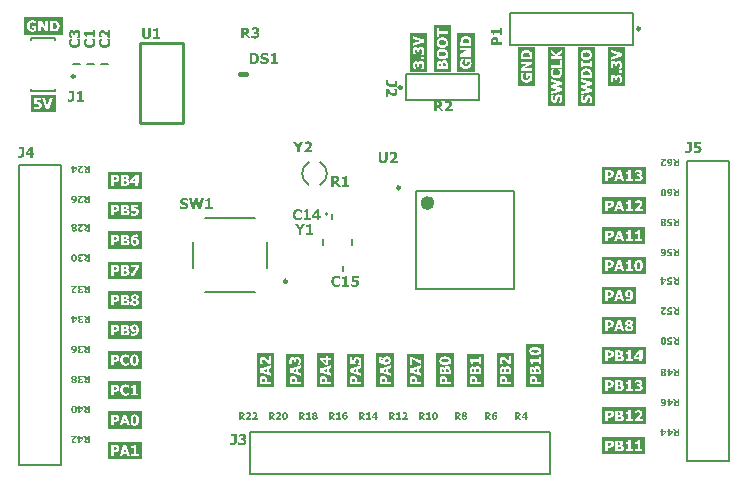
<source format=gto>
G04*
G04 #@! TF.GenerationSoftware,Altium Limited,Altium Designer,25.7.1 (20)*
G04*
G04 Layer_Color=65535*
%FSLAX44Y44*%
%MOMM*%
G71*
G04*
G04 #@! TF.SameCoordinates,711889C3-5294-40D1-B7F6-5CF0684BB26A*
G04*
G04*
G04 #@! TF.FilePolarity,Positive*
G04*
G01*
G75*
%ADD10C,0.2500*%
%ADD11C,0.1270*%
%ADD12C,0.2000*%
%ADD13C,0.6000*%
%ADD14C,0.1500*%
%ADD15C,0.4000*%
%ADD16C,0.2540*%
G36*
X114160Y423317D02*
X85298D01*
Y437602D01*
X114160D01*
Y423317D01*
D02*
G37*
G36*
X113836Y397917D02*
X85298D01*
Y412371D01*
X113836D01*
Y397917D01*
D02*
G37*
G36*
X113991Y372517D02*
X85298D01*
Y387141D01*
X113991D01*
Y372517D01*
D02*
G37*
G36*
X113850Y347117D02*
X85298D01*
Y361374D01*
X113850D01*
Y347117D01*
D02*
G37*
G36*
X114019Y321717D02*
X85298D01*
Y336383D01*
X114019D01*
Y321717D01*
D02*
G37*
G36*
X113807Y296317D02*
X85298D01*
Y310955D01*
X113807D01*
Y296317D01*
D02*
G37*
G36*
X113695Y270917D02*
X85298D01*
Y285569D01*
X113695D01*
Y270917D01*
D02*
G37*
G36*
X113413Y245517D02*
X85298D01*
Y260126D01*
X113413D01*
Y245517D01*
D02*
G37*
G36*
X113920Y220117D02*
X85298D01*
Y234769D01*
X113920D01*
Y220117D01*
D02*
G37*
G36*
X113638Y194717D02*
X85298D01*
Y208988D01*
X113638D01*
Y194717D01*
D02*
G37*
G36*
X225576Y255224D02*
X211149D01*
Y283959D01*
X225576D01*
Y255224D01*
D02*
G37*
G36*
X250976D02*
X236324D01*
Y283734D01*
X250976D01*
Y255224D01*
D02*
G37*
G36*
X276376D02*
X262090D01*
Y284072D01*
X276376D01*
Y255224D01*
D02*
G37*
G36*
X301776D02*
X287321D01*
Y283748D01*
X301776D01*
Y255224D01*
D02*
G37*
G36*
X327176D02*
X312552D01*
Y283903D01*
X327176D01*
Y255224D01*
D02*
G37*
G36*
X352576D02*
X338318D01*
Y283762D01*
X352576D01*
Y255224D01*
D02*
G37*
G36*
X377976D02*
X363324D01*
Y283860D01*
X377976D01*
Y255224D01*
D02*
G37*
G36*
X403376D02*
X389104D01*
Y283578D01*
X403376D01*
Y255224D01*
D02*
G37*
G36*
X428776D02*
X414349D01*
Y283973D01*
X428776D01*
Y255224D01*
D02*
G37*
G36*
X454176D02*
X439524D01*
Y291896D01*
X454176D01*
Y255224D01*
D02*
G37*
G36*
X540280Y198414D02*
X503890D01*
Y212685D01*
X540280D01*
Y198414D01*
D02*
G37*
G36*
X540674Y223814D02*
X503890D01*
Y238240D01*
X540674D01*
Y223814D01*
D02*
G37*
G36*
X540449Y249214D02*
X503890D01*
Y263866D01*
X540449D01*
Y249214D01*
D02*
G37*
G36*
X540787Y274614D02*
X503890D01*
Y288913D01*
X540787D01*
Y274614D01*
D02*
G37*
G36*
X532597Y300014D02*
X503890D01*
Y314680D01*
X532597D01*
Y300014D01*
D02*
G37*
G36*
X532385Y325414D02*
X503890D01*
Y340052D01*
X532385D01*
Y325414D01*
D02*
G37*
G36*
X540548Y350814D02*
X503890D01*
Y365466D01*
X540548D01*
Y350814D01*
D02*
G37*
G36*
X540266Y376214D02*
X503890D01*
Y390485D01*
X540266D01*
Y376214D01*
D02*
G37*
G36*
X540660Y401614D02*
X503890D01*
Y416040D01*
X540660D01*
Y401614D01*
D02*
G37*
G36*
X540435Y427014D02*
X503890D01*
Y441666D01*
X540435D01*
Y427014D01*
D02*
G37*
G36*
X432531Y233947D02*
X432672Y233937D01*
X432813Y233928D01*
X432973Y233909D01*
X433114Y233890D01*
X433133D01*
X433180Y233881D01*
X433245Y233862D01*
X433339Y233834D01*
X433452Y233796D01*
X433565Y233749D01*
X433687Y233693D01*
X433809Y233627D01*
X433828Y233618D01*
X433866Y233590D01*
X433922Y233543D01*
X433997Y233477D01*
X434082Y233402D01*
X434166Y233308D01*
X434260Y233204D01*
X434335Y233092D01*
X434345Y233073D01*
X434364Y233035D01*
X434401Y232960D01*
X434439Y232866D01*
X434467Y232753D01*
X434505Y232612D01*
X434523Y232452D01*
X434533Y232274D01*
Y232264D01*
Y232246D01*
Y232208D01*
Y232161D01*
X434523Y232095D01*
X434514Y232029D01*
X434495Y231870D01*
X434458Y231682D01*
X434401Y231494D01*
X434317Y231306D01*
X434213Y231127D01*
X434194Y231108D01*
X434157Y231052D01*
X434082Y230977D01*
X433988Y230883D01*
X433866Y230770D01*
X433715Y230648D01*
X433546Y230535D01*
X433358Y230432D01*
X435426Y227838D01*
X433555D01*
X431845Y230084D01*
X431300D01*
Y227838D01*
X429768D01*
Y233956D01*
X432409D01*
X432531Y233947D01*
D02*
G37*
G36*
X439608Y230366D02*
X440435D01*
Y229266D01*
X439608D01*
Y227819D01*
X438113D01*
Y229266D01*
X435435D01*
Y230404D01*
X438057Y233956D01*
X439608D01*
Y230366D01*
D02*
G37*
G36*
X413578Y234060D02*
X413672D01*
X413775Y234050D01*
X413992Y234022D01*
X414001D01*
X414039Y234013D01*
X414095D01*
X414161Y234003D01*
X414292Y233984D01*
X414358Y233975D01*
X414405Y233965D01*
Y232763D01*
X414283D01*
X414273Y232772D01*
X414245Y232781D01*
X414208Y232791D01*
X414151Y232810D01*
X414095Y232828D01*
X414020Y232857D01*
X413935Y232875D01*
X413926D01*
X413888Y232885D01*
X413841Y232903D01*
X413775Y232913D01*
X413691Y232932D01*
X413597Y232941D01*
X413484Y232950D01*
X413306D01*
X413259Y232941D01*
X413193D01*
X413127Y232932D01*
X412967Y232903D01*
X412789Y232857D01*
X412601Y232791D01*
X412422Y232697D01*
X412262Y232565D01*
X412243Y232546D01*
X412197Y232499D01*
X412140Y232405D01*
X412056Y232293D01*
X411980Y232133D01*
X411896Y231954D01*
X411830Y231738D01*
X411783Y231484D01*
X411792Y231494D01*
X411839Y231513D01*
X411896Y231550D01*
X411971Y231597D01*
X412065Y231644D01*
X412168Y231691D01*
X412394Y231785D01*
X412413Y231795D01*
X412450Y231804D01*
X412516Y231823D01*
X412601Y231851D01*
X412704Y231870D01*
X412826Y231889D01*
X412958Y231898D01*
X413099Y231907D01*
X413221D01*
X413296Y231898D01*
X413390Y231889D01*
X413493Y231870D01*
X413710Y231813D01*
X413719D01*
X413757Y231795D01*
X413813Y231776D01*
X413888Y231748D01*
X413963Y231710D01*
X414048Y231672D01*
X414226Y231560D01*
X414245Y231550D01*
X414283Y231513D01*
X414339Y231466D01*
X414414Y231390D01*
X414490Y231297D01*
X414574Y231184D01*
X414659Y231061D01*
X414734Y230921D01*
X414743Y230902D01*
X414762Y230845D01*
X414790Y230761D01*
X414828Y230648D01*
X414866Y230498D01*
X414894Y230329D01*
X414913Y230131D01*
X414922Y229915D01*
Y229906D01*
Y229868D01*
Y229821D01*
X414913Y229755D01*
X414903Y229671D01*
X414894Y229577D01*
X414875Y229473D01*
X414847Y229351D01*
X414772Y229107D01*
X414725Y228966D01*
X414659Y228834D01*
X414593Y228703D01*
X414508Y228571D01*
X414414Y228449D01*
X414302Y228327D01*
X414292Y228317D01*
X414273Y228298D01*
X414236Y228270D01*
X414189Y228233D01*
X414132Y228186D01*
X414057Y228129D01*
X413963Y228073D01*
X413860Y228017D01*
X413747Y227960D01*
X413625Y227904D01*
X413484Y227847D01*
X413343Y227800D01*
X413174Y227763D01*
X413005Y227735D01*
X412826Y227716D01*
X412629Y227706D01*
X412535D01*
X412441Y227716D01*
X412309Y227725D01*
X412159Y227744D01*
X411999Y227772D01*
X411830Y227810D01*
X411670Y227857D01*
X411651Y227866D01*
X411604Y227885D01*
X411520Y227923D01*
X411426Y227970D01*
X411313Y228035D01*
X411200Y228111D01*
X411078Y228204D01*
X410965Y228308D01*
X410947Y228327D01*
X410909Y228374D01*
X410843Y228449D01*
X410768Y228552D01*
X410684Y228684D01*
X410589Y228844D01*
X410505Y229022D01*
X410430Y229219D01*
Y229229D01*
X410420Y229248D01*
X410411Y229276D01*
X410401Y229323D01*
X410392Y229370D01*
X410373Y229436D01*
X410354Y229511D01*
X410345Y229595D01*
X410308Y229793D01*
X410279Y230018D01*
X410261Y230272D01*
X410251Y230554D01*
Y230563D01*
Y230592D01*
Y230629D01*
Y230695D01*
X410261Y230761D01*
Y230845D01*
X410270Y230939D01*
Y231033D01*
X410289Y231259D01*
X410326Y231494D01*
X410364Y231748D01*
X410420Y231982D01*
Y231992D01*
X410430Y232011D01*
X410439Y232048D01*
X410458Y232086D01*
X410467Y232142D01*
X410495Y232208D01*
X410552Y232358D01*
X410636Y232528D01*
X410730Y232716D01*
X410843Y232903D01*
X410984Y233092D01*
Y233101D01*
X411003Y233110D01*
X411050Y233167D01*
X411135Y233251D01*
X411247Y233355D01*
X411379Y233467D01*
X411548Y233590D01*
X411736Y233702D01*
X411952Y233806D01*
X411962D01*
X411980Y233815D01*
X412018Y233834D01*
X412065Y233843D01*
X412121Y233871D01*
X412187Y233890D01*
X412272Y233909D01*
X412366Y233937D01*
X412460Y233965D01*
X412573Y233984D01*
X412817Y234031D01*
X413089Y234060D01*
X413390Y234069D01*
X413503D01*
X413578Y234060D01*
D02*
G37*
G36*
X407131Y233947D02*
X407272Y233937D01*
X407413Y233928D01*
X407573Y233909D01*
X407714Y233890D01*
X407733D01*
X407780Y233881D01*
X407845Y233862D01*
X407939Y233834D01*
X408052Y233796D01*
X408165Y233749D01*
X408287Y233693D01*
X408409Y233627D01*
X408428Y233618D01*
X408465Y233590D01*
X408522Y233543D01*
X408597Y233477D01*
X408682Y233402D01*
X408766Y233308D01*
X408860Y233204D01*
X408935Y233092D01*
X408945Y233073D01*
X408964Y233035D01*
X409001Y232960D01*
X409039Y232866D01*
X409067Y232753D01*
X409105Y232612D01*
X409123Y232452D01*
X409133Y232274D01*
Y232264D01*
Y232246D01*
Y232208D01*
Y232161D01*
X409123Y232095D01*
X409114Y232029D01*
X409095Y231870D01*
X409058Y231682D01*
X409001Y231494D01*
X408917Y231306D01*
X408813Y231127D01*
X408795Y231108D01*
X408757Y231052D01*
X408682Y230977D01*
X408588Y230883D01*
X408465Y230770D01*
X408315Y230648D01*
X408146Y230535D01*
X407958Y230432D01*
X410026Y227838D01*
X408155D01*
X406445Y230084D01*
X405900D01*
Y227838D01*
X404368D01*
Y233956D01*
X407009D01*
X407131Y233947D01*
D02*
G37*
G36*
X381731D02*
X381872Y233937D01*
X382013Y233928D01*
X382173Y233909D01*
X382314Y233890D01*
X382332D01*
X382379Y233881D01*
X382445Y233862D01*
X382539Y233834D01*
X382652Y233796D01*
X382765Y233749D01*
X382887Y233693D01*
X383009Y233627D01*
X383028Y233618D01*
X383065Y233590D01*
X383122Y233543D01*
X383197Y233477D01*
X383282Y233402D01*
X383366Y233308D01*
X383460Y233204D01*
X383535Y233092D01*
X383545Y233073D01*
X383564Y233035D01*
X383601Y232960D01*
X383639Y232866D01*
X383667Y232753D01*
X383705Y232612D01*
X383723Y232452D01*
X383733Y232274D01*
Y232264D01*
Y232246D01*
Y232208D01*
Y232161D01*
X383723Y232095D01*
X383714Y232029D01*
X383695Y231870D01*
X383658Y231682D01*
X383601Y231494D01*
X383517Y231306D01*
X383413Y231127D01*
X383395Y231108D01*
X383357Y231052D01*
X383282Y230977D01*
X383188Y230883D01*
X383065Y230770D01*
X382915Y230648D01*
X382746Y230535D01*
X382558Y230432D01*
X384626Y227838D01*
X382755D01*
X381045Y230084D01*
X380500D01*
Y227838D01*
X378968D01*
Y233956D01*
X381609D01*
X381731Y233947D01*
D02*
G37*
G36*
X387323Y234078D02*
X387464Y234069D01*
X387614Y234060D01*
X387783Y234041D01*
X387952Y234003D01*
X388112Y233965D01*
X388122D01*
X388131Y233956D01*
X388187Y233947D01*
X388263Y233918D01*
X388357Y233881D01*
X388469Y233834D01*
X388582Y233778D01*
X388695Y233721D01*
X388798Y233646D01*
X388808Y233637D01*
X388845Y233608D01*
X388892Y233561D01*
X388958Y233505D01*
X389024Y233439D01*
X389099Y233355D01*
X389165Y233261D01*
X389231Y233157D01*
X389240Y233148D01*
X389259Y233110D01*
X389278Y233054D01*
X389306Y232979D01*
X389334Y232885D01*
X389362Y232781D01*
X389372Y232659D01*
X389381Y232537D01*
Y232518D01*
Y232462D01*
X389372Y232377D01*
X389353Y232274D01*
X389315Y232152D01*
X389278Y232020D01*
X389212Y231889D01*
X389127Y231748D01*
X389118Y231729D01*
X389080Y231691D01*
X389024Y231625D01*
X388939Y231541D01*
X388826Y231456D01*
X388695Y231353D01*
X388535Y231259D01*
X388357Y231165D01*
Y231137D01*
X388366D01*
X388385Y231127D01*
X388413Y231108D01*
X388460Y231090D01*
X388563Y231043D01*
X388695Y230968D01*
X388836Y230874D01*
X388986Y230761D01*
X389127Y230629D01*
X389249Y230488D01*
X389259Y230469D01*
X389296Y230422D01*
X389343Y230338D01*
X389400Y230225D01*
X389447Y230084D01*
X389494Y229924D01*
X389531Y229736D01*
X389541Y229539D01*
Y229520D01*
Y229473D01*
X389531Y229398D01*
X389522Y229304D01*
X389503Y229191D01*
X389466Y229060D01*
X389428Y228938D01*
X389372Y228806D01*
X389362Y228787D01*
X389343Y228750D01*
X389306Y228684D01*
X389249Y228609D01*
X389184Y228515D01*
X389108Y228411D01*
X389015Y228308D01*
X388902Y228214D01*
X388892Y228204D01*
X388845Y228176D01*
X388779Y228129D01*
X388695Y228073D01*
X388582Y228017D01*
X388451Y227951D01*
X388300Y227894D01*
X388140Y227838D01*
X388131D01*
X388122Y227829D01*
X388093D01*
X388065Y227819D01*
X387971Y227791D01*
X387840Y227772D01*
X387689Y227744D01*
X387520Y227716D01*
X387323Y227706D01*
X387116Y227697D01*
X386956D01*
X386900Y227706D01*
X386749Y227716D01*
X386580Y227735D01*
X386402Y227753D01*
X386214Y227791D01*
X386035Y227838D01*
X386026D01*
X386017Y227847D01*
X385960Y227866D01*
X385876Y227894D01*
X385772Y227941D01*
X385650Y227988D01*
X385518Y228054D01*
X385396Y228129D01*
X385274Y228214D01*
X385265Y228223D01*
X385227Y228261D01*
X385171Y228308D01*
X385114Y228374D01*
X385039Y228458D01*
X384973Y228562D01*
X384898Y228665D01*
X384842Y228787D01*
X384832Y228806D01*
X384823Y228844D01*
X384804Y228909D01*
X384776Y228994D01*
X384748Y229097D01*
X384729Y229219D01*
X384720Y229351D01*
X384710Y229483D01*
Y229492D01*
Y229511D01*
Y229530D01*
X384720Y229567D01*
X384729Y229671D01*
X384748Y229793D01*
X384776Y229924D01*
X384832Y230075D01*
X384898Y230216D01*
X384992Y230357D01*
X385001Y230375D01*
X385048Y230413D01*
X385114Y230479D01*
X385208Y230563D01*
X385321Y230648D01*
X385471Y230751D01*
X385641Y230845D01*
X385829Y230939D01*
Y230968D01*
X385819D01*
X385810Y230977D01*
X385782Y230996D01*
X385744Y231014D01*
X385650Y231071D01*
X385537Y231146D01*
X385406Y231240D01*
X385284Y231343D01*
X385171Y231466D01*
X385077Y231597D01*
X385067Y231616D01*
X385048Y231663D01*
X385011Y231738D01*
X384973Y231842D01*
X384936Y231964D01*
X384898Y232105D01*
X384879Y232264D01*
X384870Y232434D01*
Y232452D01*
Y232490D01*
X384879Y232556D01*
X384889Y232640D01*
X384907Y232734D01*
X384926Y232838D01*
X384964Y232950D01*
X385011Y233063D01*
X385020Y233073D01*
X385039Y233110D01*
X385077Y233167D01*
X385124Y233242D01*
X385190Y233326D01*
X385265Y233420D01*
X385349Y233505D01*
X385453Y233599D01*
X385462Y233608D01*
X385500Y233637D01*
X385565Y233674D01*
X385650Y233721D01*
X385753Y233778D01*
X385866Y233834D01*
X386007Y233890D01*
X386157Y233947D01*
X386167D01*
X386176Y233956D01*
X386233Y233965D01*
X386327Y233994D01*
X386439Y234022D01*
X386580Y234041D01*
X386749Y234069D01*
X386928Y234078D01*
X387126Y234088D01*
X387219D01*
X387323Y234078D01*
D02*
G37*
G36*
X357557Y228909D02*
X358816D01*
Y227838D01*
X354775D01*
Y228909D01*
X356063D01*
Y232133D01*
X354775D01*
Y233129D01*
X354954D01*
X355038Y233139D01*
X355132D01*
X355330Y233157D01*
X355339D01*
X355377Y233167D01*
X355424Y233176D01*
X355490Y233186D01*
X355640Y233223D01*
X355715Y233251D01*
X355781Y233279D01*
X355790Y233289D01*
X355809Y233298D01*
X355847Y233317D01*
X355894Y233355D01*
X355988Y233430D01*
X356082Y233543D01*
X356091Y233552D01*
X356100Y233571D01*
X356119Y233608D01*
X356138Y233655D01*
X356166Y233721D01*
X356185Y233796D01*
X356204Y233871D01*
X356213Y233965D01*
X357557D01*
Y228909D01*
D02*
G37*
G36*
X351251Y233947D02*
X351392Y233937D01*
X351533Y233928D01*
X351693Y233909D01*
X351834Y233890D01*
X351852D01*
X351899Y233881D01*
X351965Y233862D01*
X352059Y233834D01*
X352172Y233796D01*
X352285Y233749D01*
X352407Y233693D01*
X352529Y233627D01*
X352548Y233618D01*
X352585Y233590D01*
X352642Y233543D01*
X352717Y233477D01*
X352802Y233402D01*
X352886Y233308D01*
X352980Y233204D01*
X353055Y233092D01*
X353065Y233073D01*
X353084Y233035D01*
X353121Y232960D01*
X353159Y232866D01*
X353187Y232753D01*
X353225Y232612D01*
X353243Y232452D01*
X353253Y232274D01*
Y232264D01*
Y232246D01*
Y232208D01*
Y232161D01*
X353243Y232095D01*
X353234Y232029D01*
X353215Y231870D01*
X353178Y231682D01*
X353121Y231494D01*
X353037Y231306D01*
X352933Y231127D01*
X352915Y231108D01*
X352877Y231052D01*
X352802Y230977D01*
X352708Y230883D01*
X352585Y230770D01*
X352435Y230648D01*
X352266Y230535D01*
X352078Y230432D01*
X354146Y227838D01*
X352275D01*
X350565Y230084D01*
X350020D01*
Y227838D01*
X348488D01*
Y233956D01*
X351129D01*
X351251Y233947D01*
D02*
G37*
G36*
X362172Y234078D02*
X362237D01*
X362388Y234060D01*
X362557Y234031D01*
X362745Y233994D01*
X362933Y233947D01*
X363102Y233871D01*
X363111D01*
X363121Y233862D01*
X363177Y233834D01*
X363252Y233787D01*
X363356Y233721D01*
X363468Y233627D01*
X363591Y233524D01*
X363713Y233402D01*
X363825Y233251D01*
X363835Y233232D01*
X363872Y233176D01*
X363919Y233092D01*
X363985Y232979D01*
X364051Y232838D01*
X364117Y232669D01*
X364173Y232471D01*
X364230Y232255D01*
Y232246D01*
X364239Y232227D01*
Y232199D01*
X364248Y232152D01*
X364258Y232095D01*
X364267Y232029D01*
X364286Y231954D01*
X364295Y231860D01*
X364324Y231663D01*
X364342Y231428D01*
X364352Y231174D01*
X364361Y230892D01*
Y230883D01*
Y230855D01*
Y230817D01*
Y230761D01*
Y230695D01*
X364352Y230610D01*
Y230526D01*
X364342Y230422D01*
X364333Y230206D01*
X364305Y229971D01*
X364277Y229736D01*
X364230Y229501D01*
Y229492D01*
X364220Y229473D01*
Y229445D01*
X364202Y229408D01*
X364173Y229295D01*
X364126Y229154D01*
X364070Y228994D01*
X364004Y228834D01*
X363919Y228665D01*
X363825Y228505D01*
X363816Y228486D01*
X363778Y228440D01*
X363713Y228374D01*
X363628Y228280D01*
X363525Y228186D01*
X363393Y228082D01*
X363252Y227988D01*
X363092Y227904D01*
X363083D01*
X363074Y227894D01*
X363046Y227885D01*
X363017Y227876D01*
X362923Y227838D01*
X362792Y227810D01*
X362632Y227772D01*
X362444Y227735D01*
X362237Y227716D01*
X362002Y227706D01*
X361899D01*
X361843Y227716D01*
X361777D01*
X361626Y227735D01*
X361448Y227753D01*
X361269Y227791D01*
X361081Y227838D01*
X360903Y227904D01*
X360893D01*
X360884Y227913D01*
X360828Y227941D01*
X360752Y227988D01*
X360649Y228054D01*
X360527Y228148D01*
X360405Y228251D01*
X360283Y228374D01*
X360170Y228515D01*
Y228524D01*
X360160Y228533D01*
X360123Y228590D01*
X360076Y228674D01*
X360019Y228787D01*
X359954Y228938D01*
X359888Y229107D01*
X359822Y229295D01*
X359766Y229511D01*
Y229520D01*
X359756Y229539D01*
Y229567D01*
X359747Y229614D01*
X359737Y229671D01*
X359728Y229736D01*
X359719Y229821D01*
X359709Y229906D01*
X359681Y230112D01*
X359662Y230347D01*
X359653Y230610D01*
X359643Y230892D01*
Y230902D01*
Y230930D01*
Y230968D01*
Y231033D01*
Y231099D01*
X359653Y231184D01*
Y231278D01*
X359662Y231372D01*
X359672Y231588D01*
X359700Y231823D01*
X359728Y232058D01*
X359766Y232283D01*
Y232293D01*
X359775Y232311D01*
Y232340D01*
X359794Y232377D01*
X359822Y232490D01*
X359860Y232622D01*
X359916Y232781D01*
X359991Y232941D01*
X360076Y233120D01*
X360179Y233279D01*
Y233289D01*
X360188Y233298D01*
X360235Y233345D01*
X360292Y233420D01*
X360386Y233505D01*
X360489Y233608D01*
X360611Y233702D01*
X360762Y233796D01*
X360922Y233881D01*
X360931D01*
X360940Y233890D01*
X360969Y233900D01*
X361006Y233909D01*
X361100Y233947D01*
X361222Y233984D01*
X361382Y234022D01*
X361570Y234060D01*
X361777Y234078D01*
X362002Y234088D01*
X362115D01*
X362172Y234078D01*
D02*
G37*
G36*
X336734Y234060D02*
X336828Y234050D01*
X336931Y234041D01*
X337044Y234031D01*
X337176Y234013D01*
X337439Y233947D01*
X337711Y233862D01*
X337852Y233806D01*
X337974Y233740D01*
X338097Y233665D01*
X338209Y233580D01*
X338219Y233571D01*
X338238Y233561D01*
X338266Y233533D01*
X338294Y233486D01*
X338341Y233439D01*
X338388Y233383D01*
X338435Y233308D01*
X338491Y233223D01*
X338548Y233139D01*
X338595Y233035D01*
X338642Y232922D01*
X338689Y232800D01*
X338717Y232669D01*
X338745Y232528D01*
X338764Y232377D01*
X338773Y232218D01*
Y232208D01*
Y232189D01*
Y232161D01*
Y232124D01*
X338764Y232076D01*
Y232020D01*
X338745Y231879D01*
X338708Y231719D01*
X338661Y231541D01*
X338595Y231353D01*
X338510Y231155D01*
Y231146D01*
X338501Y231137D01*
X338482Y231108D01*
X338463Y231061D01*
X338435Y231014D01*
X338397Y230958D01*
X338313Y230827D01*
X338191Y230657D01*
X338050Y230469D01*
X337871Y230263D01*
X337664Y230047D01*
X337645Y230028D01*
X337598Y229981D01*
X337533Y229915D01*
X337439Y229830D01*
X337326Y229727D01*
X337213Y229614D01*
X336950Y229389D01*
X336931Y229379D01*
X336894Y229342D01*
X336828Y229295D01*
X336753Y229238D01*
X336593Y229107D01*
X336508Y229041D01*
X336443Y228994D01*
X339036D01*
Y227838D01*
X334544D01*
Y228834D01*
X334554Y228844D01*
X334572Y228853D01*
X334600Y228881D01*
X334638Y228909D01*
X334751Y228994D01*
X334883Y229107D01*
X335042Y229238D01*
X335211Y229379D01*
X335390Y229530D01*
X335559Y229680D01*
X335569Y229689D01*
X335578Y229699D01*
X335634Y229746D01*
X335719Y229830D01*
X335832Y229924D01*
X335963Y230047D01*
X336095Y230178D01*
X336236Y230310D01*
X336367Y230451D01*
X336377Y230460D01*
X336386Y230469D01*
X336443Y230526D01*
X336518Y230620D01*
X336621Y230733D01*
X336725Y230855D01*
X336828Y230996D01*
X336931Y231137D01*
X337016Y231278D01*
X337025Y231297D01*
X337044Y231343D01*
X337082Y231409D01*
X337119Y231503D01*
X337157Y231616D01*
X337194Y231738D01*
X337213Y231870D01*
X337223Y232011D01*
Y232020D01*
Y232029D01*
Y232076D01*
X337213Y232161D01*
X337194Y232255D01*
X337157Y232358D01*
X337110Y232462D01*
X337044Y232565D01*
X336959Y232659D01*
X336950Y232669D01*
X336912Y232697D01*
X336856Y232734D01*
X336781Y232781D01*
X336678Y232819D01*
X336555Y232857D01*
X336414Y232885D01*
X336255Y232894D01*
X336170D01*
X336114Y232885D01*
X336048Y232875D01*
X335973Y232866D01*
X335813Y232828D01*
X335803D01*
X335775Y232819D01*
X335738Y232810D01*
X335681Y232791D01*
X335616Y232772D01*
X335550Y232744D01*
X335390Y232687D01*
X335381D01*
X335352Y232669D01*
X335315Y232650D01*
X335268Y232631D01*
X335155Y232565D01*
X335033Y232490D01*
X335023D01*
X335005Y232471D01*
X334948Y232434D01*
X334873Y232387D01*
X334807Y232349D01*
X334695D01*
Y233684D01*
X334704Y233693D01*
X334742Y233702D01*
X334807Y233731D01*
X334892Y233759D01*
X335005Y233796D01*
X335136Y233843D01*
X335305Y233890D01*
X335493Y233937D01*
X335503D01*
X335522Y233947D01*
X335550D01*
X335587Y233956D01*
X335634Y233965D01*
X335700Y233975D01*
X335832Y234003D01*
X336001Y234031D01*
X336179Y234050D01*
X336367Y234060D01*
X336555Y234069D01*
X336659D01*
X336734Y234060D01*
D02*
G37*
G36*
X332157Y228909D02*
X333416D01*
Y227838D01*
X329375D01*
Y228909D01*
X330663D01*
Y232133D01*
X329375D01*
Y233129D01*
X329554D01*
X329638Y233139D01*
X329732D01*
X329930Y233157D01*
X329939D01*
X329977Y233167D01*
X330024Y233176D01*
X330089Y233186D01*
X330240Y233223D01*
X330315Y233251D01*
X330381Y233279D01*
X330390Y233289D01*
X330409Y233298D01*
X330447Y233317D01*
X330494Y233355D01*
X330588Y233430D01*
X330682Y233543D01*
X330691Y233552D01*
X330700Y233571D01*
X330719Y233608D01*
X330738Y233655D01*
X330766Y233721D01*
X330785Y233796D01*
X330804Y233871D01*
X330813Y233965D01*
X332157D01*
Y228909D01*
D02*
G37*
G36*
X325851Y233947D02*
X325992Y233937D01*
X326133Y233928D01*
X326293Y233909D01*
X326434Y233890D01*
X326452D01*
X326499Y233881D01*
X326565Y233862D01*
X326659Y233834D01*
X326772Y233796D01*
X326885Y233749D01*
X327007Y233693D01*
X327129Y233627D01*
X327148Y233618D01*
X327186Y233590D01*
X327242Y233543D01*
X327317Y233477D01*
X327402Y233402D01*
X327486Y233308D01*
X327580Y233204D01*
X327655Y233092D01*
X327665Y233073D01*
X327684Y233035D01*
X327721Y232960D01*
X327759Y232866D01*
X327787Y232753D01*
X327825Y232612D01*
X327843Y232452D01*
X327853Y232274D01*
Y232264D01*
Y232246D01*
Y232208D01*
Y232161D01*
X327843Y232095D01*
X327834Y232029D01*
X327815Y231870D01*
X327778Y231682D01*
X327721Y231494D01*
X327637Y231306D01*
X327533Y231127D01*
X327514Y231108D01*
X327477Y231052D01*
X327402Y230977D01*
X327308Y230883D01*
X327186Y230770D01*
X327035Y230648D01*
X326866Y230535D01*
X326678Y230432D01*
X328746Y227838D01*
X326875D01*
X325165Y230084D01*
X324620D01*
Y227838D01*
X323088D01*
Y233956D01*
X325729D01*
X325851Y233947D01*
D02*
G37*
G36*
X306757Y228909D02*
X308016D01*
Y227838D01*
X303975D01*
Y228909D01*
X305263D01*
Y232133D01*
X303975D01*
Y233129D01*
X304154D01*
X304238Y233139D01*
X304332D01*
X304530Y233157D01*
X304539D01*
X304577Y233167D01*
X304624Y233176D01*
X304690Y233186D01*
X304840Y233223D01*
X304915Y233251D01*
X304981Y233279D01*
X304990Y233289D01*
X305009Y233298D01*
X305047Y233317D01*
X305094Y233355D01*
X305188Y233430D01*
X305282Y233543D01*
X305291Y233552D01*
X305300Y233571D01*
X305319Y233608D01*
X305338Y233655D01*
X305366Y233721D01*
X305385Y233796D01*
X305404Y233871D01*
X305413Y233965D01*
X306757D01*
Y228909D01*
D02*
G37*
G36*
X300451Y233947D02*
X300592Y233937D01*
X300733Y233928D01*
X300893Y233909D01*
X301034Y233890D01*
X301052D01*
X301099Y233881D01*
X301165Y233862D01*
X301259Y233834D01*
X301372Y233796D01*
X301485Y233749D01*
X301607Y233693D01*
X301729Y233627D01*
X301748Y233618D01*
X301786Y233590D01*
X301842Y233543D01*
X301917Y233477D01*
X302002Y233402D01*
X302086Y233308D01*
X302180Y233204D01*
X302255Y233092D01*
X302265Y233073D01*
X302284Y233035D01*
X302321Y232960D01*
X302359Y232866D01*
X302387Y232753D01*
X302425Y232612D01*
X302443Y232452D01*
X302453Y232274D01*
Y232264D01*
Y232246D01*
Y232208D01*
Y232161D01*
X302443Y232095D01*
X302434Y232029D01*
X302415Y231870D01*
X302378Y231682D01*
X302321Y231494D01*
X302237Y231306D01*
X302133Y231127D01*
X302115Y231108D01*
X302077Y231052D01*
X302002Y230977D01*
X301908Y230883D01*
X301786Y230770D01*
X301635Y230648D01*
X301466Y230535D01*
X301278Y230432D01*
X303346Y227838D01*
X301475D01*
X299765Y230084D01*
X299220D01*
Y227838D01*
X297688D01*
Y233956D01*
X300329D01*
X300451Y233947D01*
D02*
G37*
G36*
X312885Y230366D02*
X313712D01*
Y229266D01*
X312885D01*
Y227819D01*
X311390D01*
Y229266D01*
X308712D01*
Y230404D01*
X311334Y233956D01*
X312885D01*
Y230366D01*
D02*
G37*
G36*
X286855Y234060D02*
X286949D01*
X287052Y234050D01*
X287268Y234022D01*
X287278D01*
X287315Y234013D01*
X287372D01*
X287438Y234003D01*
X287569Y233984D01*
X287635Y233975D01*
X287682Y233965D01*
Y232763D01*
X287560D01*
X287550Y232772D01*
X287522Y232781D01*
X287485Y232791D01*
X287428Y232810D01*
X287372Y232828D01*
X287297Y232857D01*
X287212Y232875D01*
X287203D01*
X287165Y232885D01*
X287118Y232903D01*
X287052Y232913D01*
X286968Y232932D01*
X286874Y232941D01*
X286761Y232950D01*
X286582D01*
X286535Y232941D01*
X286470D01*
X286404Y232932D01*
X286244Y232903D01*
X286066Y232857D01*
X285877Y232791D01*
X285699Y232697D01*
X285539Y232565D01*
X285520Y232546D01*
X285473Y232499D01*
X285417Y232405D01*
X285332Y232293D01*
X285257Y232133D01*
X285173Y231954D01*
X285107Y231738D01*
X285060Y231484D01*
X285069Y231494D01*
X285116Y231513D01*
X285173Y231550D01*
X285248Y231597D01*
X285342Y231644D01*
X285445Y231691D01*
X285671Y231785D01*
X285690Y231795D01*
X285727Y231804D01*
X285793Y231823D01*
X285877Y231851D01*
X285981Y231870D01*
X286103Y231889D01*
X286235Y231898D01*
X286376Y231907D01*
X286498D01*
X286573Y231898D01*
X286667Y231889D01*
X286770Y231870D01*
X286987Y231813D01*
X286996D01*
X287034Y231795D01*
X287090Y231776D01*
X287165Y231748D01*
X287240Y231710D01*
X287325Y231672D01*
X287503Y231560D01*
X287522Y231550D01*
X287560Y231513D01*
X287616Y231466D01*
X287691Y231390D01*
X287766Y231297D01*
X287851Y231184D01*
X287936Y231061D01*
X288011Y230921D01*
X288020Y230902D01*
X288039Y230845D01*
X288067Y230761D01*
X288105Y230648D01*
X288142Y230498D01*
X288171Y230329D01*
X288189Y230131D01*
X288199Y229915D01*
Y229906D01*
Y229868D01*
Y229821D01*
X288189Y229755D01*
X288180Y229671D01*
X288171Y229577D01*
X288152Y229473D01*
X288124Y229351D01*
X288048Y229107D01*
X288001Y228966D01*
X287936Y228834D01*
X287870Y228703D01*
X287785Y228571D01*
X287691Y228449D01*
X287579Y228327D01*
X287569Y228317D01*
X287550Y228298D01*
X287513Y228270D01*
X287466Y228233D01*
X287409Y228186D01*
X287334Y228129D01*
X287240Y228073D01*
X287137Y228017D01*
X287024Y227960D01*
X286902Y227904D01*
X286761Y227847D01*
X286620Y227800D01*
X286451Y227763D01*
X286282Y227735D01*
X286103Y227716D01*
X285906Y227706D01*
X285812D01*
X285718Y227716D01*
X285586Y227725D01*
X285436Y227744D01*
X285276Y227772D01*
X285107Y227810D01*
X284947Y227857D01*
X284928Y227866D01*
X284881Y227885D01*
X284797Y227923D01*
X284703Y227970D01*
X284590Y228035D01*
X284477Y228111D01*
X284355Y228204D01*
X284242Y228308D01*
X284223Y228327D01*
X284186Y228374D01*
X284120Y228449D01*
X284045Y228552D01*
X283960Y228684D01*
X283866Y228844D01*
X283782Y229022D01*
X283707Y229219D01*
Y229229D01*
X283697Y229248D01*
X283688Y229276D01*
X283678Y229323D01*
X283669Y229370D01*
X283650Y229436D01*
X283631Y229511D01*
X283622Y229595D01*
X283584Y229793D01*
X283556Y230018D01*
X283537Y230272D01*
X283528Y230554D01*
Y230563D01*
Y230592D01*
Y230629D01*
Y230695D01*
X283537Y230761D01*
Y230845D01*
X283547Y230939D01*
Y231033D01*
X283566Y231259D01*
X283603Y231494D01*
X283641Y231748D01*
X283697Y231982D01*
Y231992D01*
X283707Y232011D01*
X283716Y232048D01*
X283735Y232086D01*
X283744Y232142D01*
X283772Y232208D01*
X283829Y232358D01*
X283913Y232528D01*
X284007Y232716D01*
X284120Y232903D01*
X284261Y233092D01*
Y233101D01*
X284280Y233110D01*
X284327Y233167D01*
X284411Y233251D01*
X284524Y233355D01*
X284656Y233467D01*
X284825Y233590D01*
X285013Y233702D01*
X285229Y233806D01*
X285238D01*
X285257Y233815D01*
X285295Y233834D01*
X285342Y233843D01*
X285398Y233871D01*
X285464Y233890D01*
X285549Y233909D01*
X285643Y233937D01*
X285737Y233965D01*
X285849Y233984D01*
X286094Y234031D01*
X286366Y234060D01*
X286667Y234069D01*
X286780D01*
X286855Y234060D01*
D02*
G37*
G36*
X281357Y228909D02*
X282616D01*
Y227838D01*
X278575D01*
Y228909D01*
X279863D01*
Y232133D01*
X278575D01*
Y233129D01*
X278754D01*
X278838Y233139D01*
X278932D01*
X279130Y233157D01*
X279139D01*
X279177Y233167D01*
X279224Y233176D01*
X279289Y233186D01*
X279440Y233223D01*
X279515Y233251D01*
X279581Y233279D01*
X279590Y233289D01*
X279609Y233298D01*
X279647Y233317D01*
X279694Y233355D01*
X279788Y233430D01*
X279882Y233543D01*
X279891Y233552D01*
X279900Y233571D01*
X279919Y233608D01*
X279938Y233655D01*
X279966Y233721D01*
X279985Y233796D01*
X280004Y233871D01*
X280013Y233965D01*
X281357D01*
Y228909D01*
D02*
G37*
G36*
X275051Y233947D02*
X275192Y233937D01*
X275333Y233928D01*
X275493Y233909D01*
X275634Y233890D01*
X275653D01*
X275700Y233881D01*
X275765Y233862D01*
X275859Y233834D01*
X275972Y233796D01*
X276085Y233749D01*
X276207Y233693D01*
X276329Y233627D01*
X276348Y233618D01*
X276385Y233590D01*
X276442Y233543D01*
X276517Y233477D01*
X276602Y233402D01*
X276686Y233308D01*
X276780Y233204D01*
X276855Y233092D01*
X276865Y233073D01*
X276884Y233035D01*
X276921Y232960D01*
X276959Y232866D01*
X276987Y232753D01*
X277025Y232612D01*
X277043Y232452D01*
X277053Y232274D01*
Y232264D01*
Y232246D01*
Y232208D01*
Y232161D01*
X277043Y232095D01*
X277034Y232029D01*
X277015Y231870D01*
X276978Y231682D01*
X276921Y231494D01*
X276837Y231306D01*
X276733Y231127D01*
X276714Y231108D01*
X276677Y231052D01*
X276602Y230977D01*
X276508Y230883D01*
X276385Y230770D01*
X276235Y230648D01*
X276066Y230535D01*
X275878Y230432D01*
X277946Y227838D01*
X276075D01*
X274365Y230084D01*
X273820D01*
Y227838D01*
X272288D01*
Y233956D01*
X274929D01*
X275051Y233947D01*
D02*
G37*
G36*
X255957Y228909D02*
X257216D01*
Y227838D01*
X253175D01*
Y228909D01*
X254463D01*
Y232133D01*
X253175D01*
Y233129D01*
X253354D01*
X253438Y233139D01*
X253532D01*
X253730Y233157D01*
X253739D01*
X253777Y233167D01*
X253824Y233176D01*
X253890Y233186D01*
X254040Y233223D01*
X254115Y233251D01*
X254181Y233279D01*
X254190Y233289D01*
X254209Y233298D01*
X254247Y233317D01*
X254294Y233355D01*
X254388Y233430D01*
X254482Y233543D01*
X254491Y233552D01*
X254500Y233571D01*
X254519Y233608D01*
X254538Y233655D01*
X254566Y233721D01*
X254585Y233796D01*
X254604Y233871D01*
X254613Y233965D01*
X255957D01*
Y228909D01*
D02*
G37*
G36*
X249651Y233947D02*
X249792Y233937D01*
X249933Y233928D01*
X250093Y233909D01*
X250234Y233890D01*
X250252D01*
X250299Y233881D01*
X250365Y233862D01*
X250459Y233834D01*
X250572Y233796D01*
X250685Y233749D01*
X250807Y233693D01*
X250929Y233627D01*
X250948Y233618D01*
X250986Y233590D01*
X251042Y233543D01*
X251117Y233477D01*
X251202Y233402D01*
X251286Y233308D01*
X251380Y233204D01*
X251455Y233092D01*
X251465Y233073D01*
X251484Y233035D01*
X251521Y232960D01*
X251559Y232866D01*
X251587Y232753D01*
X251625Y232612D01*
X251643Y232452D01*
X251653Y232274D01*
Y232264D01*
Y232246D01*
Y232208D01*
Y232161D01*
X251643Y232095D01*
X251634Y232029D01*
X251615Y231870D01*
X251578Y231682D01*
X251521Y231494D01*
X251437Y231306D01*
X251333Y231127D01*
X251315Y231108D01*
X251277Y231052D01*
X251202Y230977D01*
X251108Y230883D01*
X250986Y230770D01*
X250835Y230648D01*
X250666Y230535D01*
X250478Y230432D01*
X252546Y227838D01*
X250675D01*
X248965Y230084D01*
X248420D01*
Y227838D01*
X246888D01*
Y233956D01*
X249529D01*
X249651Y233947D01*
D02*
G37*
G36*
X260600Y234078D02*
X260741Y234069D01*
X260891Y234060D01*
X261060Y234041D01*
X261229Y234003D01*
X261389Y233965D01*
X261399D01*
X261408Y233956D01*
X261464Y233947D01*
X261539Y233918D01*
X261633Y233881D01*
X261746Y233834D01*
X261859Y233778D01*
X261972Y233721D01*
X262075Y233646D01*
X262085Y233637D01*
X262122Y233608D01*
X262169Y233561D01*
X262235Y233505D01*
X262301Y233439D01*
X262376Y233355D01*
X262442Y233261D01*
X262507Y233157D01*
X262517Y233148D01*
X262536Y233110D01*
X262554Y233054D01*
X262583Y232979D01*
X262611Y232885D01*
X262639Y232781D01*
X262648Y232659D01*
X262658Y232537D01*
Y232518D01*
Y232462D01*
X262648Y232377D01*
X262630Y232274D01*
X262592Y232152D01*
X262554Y232020D01*
X262489Y231889D01*
X262404Y231748D01*
X262395Y231729D01*
X262357Y231691D01*
X262301Y231625D01*
X262216Y231541D01*
X262103Y231456D01*
X261972Y231353D01*
X261812Y231259D01*
X261633Y231165D01*
Y231137D01*
X261643D01*
X261662Y231127D01*
X261690Y231108D01*
X261737Y231090D01*
X261840Y231043D01*
X261972Y230968D01*
X262113Y230874D01*
X262263Y230761D01*
X262404Y230629D01*
X262526Y230488D01*
X262536Y230469D01*
X262573Y230422D01*
X262620Y230338D01*
X262677Y230225D01*
X262724Y230084D01*
X262771Y229924D01*
X262808Y229736D01*
X262818Y229539D01*
Y229520D01*
Y229473D01*
X262808Y229398D01*
X262799Y229304D01*
X262780Y229191D01*
X262742Y229060D01*
X262705Y228938D01*
X262648Y228806D01*
X262639Y228787D01*
X262620Y228750D01*
X262583Y228684D01*
X262526Y228609D01*
X262460Y228515D01*
X262385Y228411D01*
X262291Y228308D01*
X262178Y228214D01*
X262169Y228204D01*
X262122Y228176D01*
X262056Y228129D01*
X261972Y228073D01*
X261859Y228017D01*
X261727Y227951D01*
X261577Y227894D01*
X261417Y227838D01*
X261408D01*
X261399Y227829D01*
X261370D01*
X261342Y227819D01*
X261248Y227791D01*
X261117Y227772D01*
X260966Y227744D01*
X260797Y227716D01*
X260600Y227706D01*
X260393Y227697D01*
X260233D01*
X260177Y227706D01*
X260026Y227716D01*
X259857Y227735D01*
X259679Y227753D01*
X259491Y227791D01*
X259312Y227838D01*
X259303D01*
X259293Y227847D01*
X259237Y227866D01*
X259152Y227894D01*
X259049Y227941D01*
X258927Y227988D01*
X258795Y228054D01*
X258673Y228129D01*
X258551Y228214D01*
X258542Y228223D01*
X258504Y228261D01*
X258447Y228308D01*
X258391Y228374D01*
X258316Y228458D01*
X258250Y228562D01*
X258175Y228665D01*
X258119Y228787D01*
X258109Y228806D01*
X258100Y228844D01*
X258081Y228909D01*
X258053Y228994D01*
X258025Y229097D01*
X258006Y229219D01*
X257996Y229351D01*
X257987Y229483D01*
Y229492D01*
Y229511D01*
Y229530D01*
X257996Y229567D01*
X258006Y229671D01*
X258025Y229793D01*
X258053Y229924D01*
X258109Y230075D01*
X258175Y230216D01*
X258269Y230357D01*
X258278Y230375D01*
X258325Y230413D01*
X258391Y230479D01*
X258485Y230563D01*
X258598Y230648D01*
X258748Y230751D01*
X258917Y230845D01*
X259105Y230939D01*
Y230968D01*
X259096D01*
X259087Y230977D01*
X259058Y230996D01*
X259021Y231014D01*
X258927Y231071D01*
X258814Y231146D01*
X258682Y231240D01*
X258560Y231343D01*
X258447Y231466D01*
X258354Y231597D01*
X258344Y231616D01*
X258325Y231663D01*
X258288Y231738D01*
X258250Y231842D01*
X258213Y231964D01*
X258175Y232105D01*
X258156Y232264D01*
X258147Y232434D01*
Y232452D01*
Y232490D01*
X258156Y232556D01*
X258166Y232640D01*
X258184Y232734D01*
X258203Y232838D01*
X258241Y232950D01*
X258288Y233063D01*
X258297Y233073D01*
X258316Y233110D01*
X258354Y233167D01*
X258400Y233242D01*
X258466Y233326D01*
X258542Y233420D01*
X258626Y233505D01*
X258729Y233599D01*
X258739Y233608D01*
X258776Y233637D01*
X258842Y233674D01*
X258927Y233721D01*
X259030Y233778D01*
X259143Y233834D01*
X259284Y233890D01*
X259434Y233947D01*
X259444D01*
X259453Y233956D01*
X259510Y233965D01*
X259604Y233994D01*
X259716Y234022D01*
X259857Y234041D01*
X260026Y234069D01*
X260205Y234078D01*
X260402Y234088D01*
X260496D01*
X260600Y234078D01*
D02*
G37*
G36*
X229777Y234060D02*
X229871Y234050D01*
X229974Y234041D01*
X230087Y234031D01*
X230219Y234013D01*
X230482Y233947D01*
X230754Y233862D01*
X230895Y233806D01*
X231018Y233740D01*
X231140Y233665D01*
X231252Y233580D01*
X231262Y233571D01*
X231281Y233561D01*
X231309Y233533D01*
X231337Y233486D01*
X231384Y233439D01*
X231431Y233383D01*
X231478Y233308D01*
X231535Y233223D01*
X231591Y233139D01*
X231638Y233035D01*
X231685Y232922D01*
X231732Y232800D01*
X231760Y232669D01*
X231788Y232528D01*
X231807Y232377D01*
X231816Y232218D01*
Y232208D01*
Y232189D01*
Y232161D01*
Y232124D01*
X231807Y232076D01*
Y232020D01*
X231788Y231879D01*
X231751Y231719D01*
X231704Y231541D01*
X231638Y231353D01*
X231553Y231155D01*
Y231146D01*
X231544Y231137D01*
X231525Y231108D01*
X231506Y231061D01*
X231478Y231014D01*
X231441Y230958D01*
X231356Y230827D01*
X231234Y230657D01*
X231093Y230469D01*
X230914Y230263D01*
X230707Y230047D01*
X230689Y230028D01*
X230642Y229981D01*
X230576Y229915D01*
X230482Y229830D01*
X230369Y229727D01*
X230256Y229614D01*
X229993Y229389D01*
X229974Y229379D01*
X229937Y229342D01*
X229871Y229295D01*
X229796Y229238D01*
X229636Y229107D01*
X229552Y229041D01*
X229486Y228994D01*
X232080D01*
Y227838D01*
X227587D01*
Y228834D01*
X227597Y228844D01*
X227616Y228853D01*
X227644Y228881D01*
X227681Y228909D01*
X227794Y228994D01*
X227926Y229107D01*
X228085Y229238D01*
X228255Y229379D01*
X228433Y229530D01*
X228602Y229680D01*
X228612Y229689D01*
X228621Y229699D01*
X228678Y229746D01*
X228762Y229830D01*
X228875Y229924D01*
X229006Y230047D01*
X229138Y230178D01*
X229279Y230310D01*
X229410Y230451D01*
X229420Y230460D01*
X229429Y230469D01*
X229486Y230526D01*
X229561Y230620D01*
X229664Y230733D01*
X229768Y230855D01*
X229871Y230996D01*
X229974Y231137D01*
X230059Y231278D01*
X230068Y231297D01*
X230087Y231343D01*
X230125Y231409D01*
X230162Y231503D01*
X230200Y231616D01*
X230238Y231738D01*
X230256Y231870D01*
X230266Y232011D01*
Y232020D01*
Y232029D01*
Y232076D01*
X230256Y232161D01*
X230238Y232255D01*
X230200Y232358D01*
X230153Y232462D01*
X230087Y232565D01*
X230003Y232659D01*
X229993Y232669D01*
X229956Y232697D01*
X229899Y232734D01*
X229824Y232781D01*
X229721Y232819D01*
X229599Y232857D01*
X229457Y232885D01*
X229298Y232894D01*
X229213D01*
X229157Y232885D01*
X229091Y232875D01*
X229016Y232866D01*
X228856Y232828D01*
X228847D01*
X228818Y232819D01*
X228781Y232810D01*
X228724Y232791D01*
X228659Y232772D01*
X228593Y232744D01*
X228433Y232687D01*
X228424D01*
X228396Y232669D01*
X228358Y232650D01*
X228311Y232631D01*
X228198Y232565D01*
X228076Y232490D01*
X228067D01*
X228048Y232471D01*
X227991Y232434D01*
X227916Y232387D01*
X227850Y232349D01*
X227738D01*
Y233684D01*
X227747Y233693D01*
X227785Y233702D01*
X227850Y233731D01*
X227935Y233759D01*
X228048Y233796D01*
X228179Y233843D01*
X228349Y233890D01*
X228536Y233937D01*
X228546D01*
X228565Y233947D01*
X228593D01*
X228631Y233956D01*
X228678Y233965D01*
X228743Y233975D01*
X228875Y234003D01*
X229044Y234031D01*
X229223Y234050D01*
X229410Y234060D01*
X229599Y234069D01*
X229702D01*
X229777Y234060D01*
D02*
G37*
G36*
X224251Y233947D02*
X224392Y233937D01*
X224533Y233928D01*
X224693Y233909D01*
X224834Y233890D01*
X224853D01*
X224900Y233881D01*
X224965Y233862D01*
X225059Y233834D01*
X225172Y233796D01*
X225285Y233749D01*
X225407Y233693D01*
X225529Y233627D01*
X225548Y233618D01*
X225585Y233590D01*
X225642Y233543D01*
X225717Y233477D01*
X225802Y233402D01*
X225886Y233308D01*
X225980Y233204D01*
X226055Y233092D01*
X226065Y233073D01*
X226084Y233035D01*
X226121Y232960D01*
X226159Y232866D01*
X226187Y232753D01*
X226225Y232612D01*
X226243Y232452D01*
X226253Y232274D01*
Y232264D01*
Y232246D01*
Y232208D01*
Y232161D01*
X226243Y232095D01*
X226234Y232029D01*
X226215Y231870D01*
X226178Y231682D01*
X226121Y231494D01*
X226037Y231306D01*
X225933Y231127D01*
X225914Y231108D01*
X225877Y231052D01*
X225802Y230977D01*
X225708Y230883D01*
X225585Y230770D01*
X225435Y230648D01*
X225266Y230535D01*
X225078Y230432D01*
X227146Y227838D01*
X225275D01*
X223565Y230084D01*
X223020D01*
Y227838D01*
X221488D01*
Y233956D01*
X224129D01*
X224251Y233947D01*
D02*
G37*
G36*
X235172Y234078D02*
X235237D01*
X235388Y234060D01*
X235557Y234031D01*
X235745Y233994D01*
X235933Y233947D01*
X236102Y233871D01*
X236111D01*
X236121Y233862D01*
X236177Y233834D01*
X236252Y233787D01*
X236356Y233721D01*
X236468Y233627D01*
X236591Y233524D01*
X236713Y233402D01*
X236826Y233251D01*
X236835Y233232D01*
X236873Y233176D01*
X236919Y233092D01*
X236985Y232979D01*
X237051Y232838D01*
X237117Y232669D01*
X237173Y232471D01*
X237230Y232255D01*
Y232246D01*
X237239Y232227D01*
Y232199D01*
X237248Y232152D01*
X237258Y232095D01*
X237267Y232029D01*
X237286Y231954D01*
X237295Y231860D01*
X237324Y231663D01*
X237342Y231428D01*
X237352Y231174D01*
X237361Y230892D01*
Y230883D01*
Y230855D01*
Y230817D01*
Y230761D01*
Y230695D01*
X237352Y230610D01*
Y230526D01*
X237342Y230422D01*
X237333Y230206D01*
X237305Y229971D01*
X237277Y229736D01*
X237230Y229501D01*
Y229492D01*
X237220Y229473D01*
Y229445D01*
X237201Y229408D01*
X237173Y229295D01*
X237126Y229154D01*
X237070Y228994D01*
X237004Y228834D01*
X236919Y228665D01*
X236826Y228505D01*
X236816Y228486D01*
X236779Y228440D01*
X236713Y228374D01*
X236628Y228280D01*
X236525Y228186D01*
X236393Y228082D01*
X236252Y227988D01*
X236092Y227904D01*
X236083D01*
X236074Y227894D01*
X236045Y227885D01*
X236017Y227876D01*
X235923Y227838D01*
X235792Y227810D01*
X235632Y227772D01*
X235444Y227735D01*
X235237Y227716D01*
X235002Y227706D01*
X234899D01*
X234843Y227716D01*
X234777D01*
X234626Y227735D01*
X234448Y227753D01*
X234269Y227791D01*
X234081Y227838D01*
X233903Y227904D01*
X233893D01*
X233884Y227913D01*
X233828Y227941D01*
X233752Y227988D01*
X233649Y228054D01*
X233527Y228148D01*
X233405Y228251D01*
X233283Y228374D01*
X233170Y228515D01*
Y228524D01*
X233160Y228533D01*
X233123Y228590D01*
X233076Y228674D01*
X233019Y228787D01*
X232954Y228938D01*
X232888Y229107D01*
X232822Y229295D01*
X232766Y229511D01*
Y229520D01*
X232756Y229539D01*
Y229567D01*
X232747Y229614D01*
X232737Y229671D01*
X232728Y229736D01*
X232719Y229821D01*
X232709Y229906D01*
X232681Y230112D01*
X232662Y230347D01*
X232653Y230610D01*
X232643Y230892D01*
Y230902D01*
Y230930D01*
Y230968D01*
Y231033D01*
Y231099D01*
X232653Y231184D01*
Y231278D01*
X232662Y231372D01*
X232672Y231588D01*
X232700Y231823D01*
X232728Y232058D01*
X232766Y232283D01*
Y232293D01*
X232775Y232311D01*
Y232340D01*
X232794Y232377D01*
X232822Y232490D01*
X232860Y232622D01*
X232916Y232781D01*
X232991Y232941D01*
X233076Y233120D01*
X233179Y233279D01*
Y233289D01*
X233188Y233298D01*
X233235Y233345D01*
X233292Y233420D01*
X233386Y233505D01*
X233489Y233608D01*
X233611Y233702D01*
X233762Y233796D01*
X233922Y233881D01*
X233931D01*
X233940Y233890D01*
X233969Y233900D01*
X234006Y233909D01*
X234100Y233947D01*
X234222Y233984D01*
X234382Y234022D01*
X234570Y234060D01*
X234777Y234078D01*
X235002Y234088D01*
X235115D01*
X235172Y234078D01*
D02*
G37*
G36*
X209734Y234060D02*
X209828Y234050D01*
X209931Y234041D01*
X210044Y234031D01*
X210176Y234013D01*
X210439Y233947D01*
X210711Y233862D01*
X210852Y233806D01*
X210974Y233740D01*
X211097Y233665D01*
X211209Y233580D01*
X211219Y233571D01*
X211238Y233561D01*
X211266Y233533D01*
X211294Y233486D01*
X211341Y233439D01*
X211388Y233383D01*
X211435Y233308D01*
X211491Y233223D01*
X211548Y233139D01*
X211595Y233035D01*
X211642Y232922D01*
X211689Y232800D01*
X211717Y232669D01*
X211745Y232528D01*
X211764Y232377D01*
X211773Y232218D01*
Y232208D01*
Y232189D01*
Y232161D01*
Y232124D01*
X211764Y232076D01*
Y232020D01*
X211745Y231879D01*
X211707Y231719D01*
X211660Y231541D01*
X211595Y231353D01*
X211510Y231155D01*
Y231146D01*
X211501Y231137D01*
X211482Y231108D01*
X211463Y231061D01*
X211435Y231014D01*
X211397Y230958D01*
X211313Y230827D01*
X211191Y230657D01*
X211050Y230469D01*
X210871Y230263D01*
X210664Y230047D01*
X210646Y230028D01*
X210599Y229981D01*
X210533Y229915D01*
X210439Y229830D01*
X210326Y229727D01*
X210213Y229614D01*
X209950Y229389D01*
X209931Y229379D01*
X209894Y229342D01*
X209828Y229295D01*
X209753Y229238D01*
X209593Y229107D01*
X209508Y229041D01*
X209443Y228994D01*
X212036D01*
Y227838D01*
X207544D01*
Y228834D01*
X207554Y228844D01*
X207572Y228853D01*
X207600Y228881D01*
X207638Y228909D01*
X207751Y228994D01*
X207882Y229107D01*
X208042Y229238D01*
X208211Y229379D01*
X208390Y229530D01*
X208559Y229680D01*
X208568Y229689D01*
X208578Y229699D01*
X208634Y229746D01*
X208719Y229830D01*
X208832Y229924D01*
X208963Y230047D01*
X209095Y230178D01*
X209236Y230310D01*
X209367Y230451D01*
X209377Y230460D01*
X209386Y230469D01*
X209443Y230526D01*
X209518Y230620D01*
X209621Y230733D01*
X209725Y230855D01*
X209828Y230996D01*
X209931Y231137D01*
X210016Y231278D01*
X210025Y231297D01*
X210044Y231343D01*
X210082Y231409D01*
X210119Y231503D01*
X210157Y231616D01*
X210194Y231738D01*
X210213Y231870D01*
X210223Y232011D01*
Y232020D01*
Y232029D01*
Y232076D01*
X210213Y232161D01*
X210194Y232255D01*
X210157Y232358D01*
X210110Y232462D01*
X210044Y232565D01*
X209959Y232659D01*
X209950Y232669D01*
X209912Y232697D01*
X209856Y232734D01*
X209781Y232781D01*
X209678Y232819D01*
X209555Y232857D01*
X209414Y232885D01*
X209255Y232894D01*
X209170D01*
X209114Y232885D01*
X209048Y232875D01*
X208973Y232866D01*
X208813Y232828D01*
X208804D01*
X208775Y232819D01*
X208738Y232810D01*
X208681Y232791D01*
X208615Y232772D01*
X208550Y232744D01*
X208390Y232687D01*
X208381D01*
X208352Y232669D01*
X208315Y232650D01*
X208268Y232631D01*
X208155Y232565D01*
X208033Y232490D01*
X208023D01*
X208005Y232471D01*
X207948Y232434D01*
X207873Y232387D01*
X207807Y232349D01*
X207694D01*
Y233684D01*
X207704Y233693D01*
X207742Y233702D01*
X207807Y233731D01*
X207892Y233759D01*
X208005Y233796D01*
X208136Y233843D01*
X208305Y233890D01*
X208493Y233937D01*
X208503D01*
X208522Y233947D01*
X208550D01*
X208587Y233956D01*
X208634Y233965D01*
X208700Y233975D01*
X208832Y234003D01*
X209001Y234031D01*
X209179Y234050D01*
X209367Y234060D01*
X209555Y234069D01*
X209659D01*
X209734Y234060D01*
D02*
G37*
G36*
X204377D02*
X204471Y234050D01*
X204574Y234041D01*
X204687Y234031D01*
X204819Y234013D01*
X205082Y233947D01*
X205354Y233862D01*
X205495Y233806D01*
X205618Y233740D01*
X205740Y233665D01*
X205853Y233580D01*
X205862Y233571D01*
X205881Y233561D01*
X205909Y233533D01*
X205937Y233486D01*
X205984Y233439D01*
X206031Y233383D01*
X206078Y233308D01*
X206134Y233223D01*
X206191Y233139D01*
X206238Y233035D01*
X206285Y232922D01*
X206332Y232800D01*
X206360Y232669D01*
X206388Y232528D01*
X206407Y232377D01*
X206416Y232218D01*
Y232208D01*
Y232189D01*
Y232161D01*
Y232124D01*
X206407Y232076D01*
Y232020D01*
X206388Y231879D01*
X206351Y231719D01*
X206304Y231541D01*
X206238Y231353D01*
X206153Y231155D01*
Y231146D01*
X206144Y231137D01*
X206125Y231108D01*
X206106Y231061D01*
X206078Y231014D01*
X206040Y230958D01*
X205956Y230827D01*
X205834Y230657D01*
X205693Y230469D01*
X205514Y230263D01*
X205307Y230047D01*
X205289Y230028D01*
X205242Y229981D01*
X205176Y229915D01*
X205082Y229830D01*
X204969Y229727D01*
X204856Y229614D01*
X204593Y229389D01*
X204574Y229379D01*
X204537Y229342D01*
X204471Y229295D01*
X204396Y229238D01*
X204236Y229107D01*
X204151Y229041D01*
X204086Y228994D01*
X206679D01*
Y227838D01*
X202187D01*
Y228834D01*
X202197Y228844D01*
X202215Y228853D01*
X202244Y228881D01*
X202281Y228909D01*
X202394Y228994D01*
X202526Y229107D01*
X202685Y229238D01*
X202855Y229379D01*
X203033Y229530D01*
X203202Y229680D01*
X203212Y229689D01*
X203221Y229699D01*
X203277Y229746D01*
X203362Y229830D01*
X203475Y229924D01*
X203606Y230047D01*
X203738Y230178D01*
X203879Y230310D01*
X204011Y230451D01*
X204020Y230460D01*
X204029Y230469D01*
X204086Y230526D01*
X204161Y230620D01*
X204264Y230733D01*
X204368Y230855D01*
X204471Y230996D01*
X204574Y231137D01*
X204659Y231278D01*
X204668Y231297D01*
X204687Y231343D01*
X204725Y231409D01*
X204762Y231503D01*
X204800Y231616D01*
X204837Y231738D01*
X204856Y231870D01*
X204866Y232011D01*
Y232020D01*
Y232029D01*
Y232076D01*
X204856Y232161D01*
X204837Y232255D01*
X204800Y232358D01*
X204753Y232462D01*
X204687Y232565D01*
X204603Y232659D01*
X204593Y232669D01*
X204556Y232697D01*
X204499Y232734D01*
X204424Y232781D01*
X204321Y232819D01*
X204198Y232857D01*
X204058Y232885D01*
X203898Y232894D01*
X203813D01*
X203757Y232885D01*
X203691Y232875D01*
X203616Y232866D01*
X203456Y232828D01*
X203447D01*
X203418Y232819D01*
X203381Y232810D01*
X203325Y232791D01*
X203259Y232772D01*
X203193Y232744D01*
X203033Y232687D01*
X203024D01*
X202995Y232669D01*
X202958Y232650D01*
X202911Y232631D01*
X202798Y232565D01*
X202676Y232490D01*
X202667D01*
X202648Y232471D01*
X202591Y232434D01*
X202516Y232387D01*
X202450Y232349D01*
X202338D01*
Y233684D01*
X202347Y233693D01*
X202385Y233702D01*
X202450Y233731D01*
X202535Y233759D01*
X202648Y233796D01*
X202779Y233843D01*
X202948Y233890D01*
X203137Y233937D01*
X203146D01*
X203165Y233947D01*
X203193D01*
X203230Y233956D01*
X203277Y233965D01*
X203343Y233975D01*
X203475Y234003D01*
X203644Y234031D01*
X203823Y234050D01*
X204011Y234060D01*
X204198Y234069D01*
X204302D01*
X204377Y234060D01*
D02*
G37*
G36*
X198851Y233947D02*
X198992Y233937D01*
X199133Y233928D01*
X199293Y233909D01*
X199434Y233890D01*
X199452D01*
X199499Y233881D01*
X199565Y233862D01*
X199659Y233834D01*
X199772Y233796D01*
X199885Y233749D01*
X200007Y233693D01*
X200129Y233627D01*
X200148Y233618D01*
X200186Y233590D01*
X200242Y233543D01*
X200317Y233477D01*
X200402Y233402D01*
X200486Y233308D01*
X200580Y233204D01*
X200655Y233092D01*
X200665Y233073D01*
X200684Y233035D01*
X200721Y232960D01*
X200759Y232866D01*
X200787Y232753D01*
X200825Y232612D01*
X200843Y232452D01*
X200853Y232274D01*
Y232264D01*
Y232246D01*
Y232208D01*
Y232161D01*
X200843Y232095D01*
X200834Y232029D01*
X200815Y231870D01*
X200778Y231682D01*
X200721Y231494D01*
X200637Y231306D01*
X200533Y231127D01*
X200515Y231108D01*
X200477Y231052D01*
X200402Y230977D01*
X200308Y230883D01*
X200186Y230770D01*
X200035Y230648D01*
X199866Y230535D01*
X199678Y230432D01*
X201746Y227838D01*
X199875D01*
X198165Y230084D01*
X197620D01*
Y227838D01*
X196088D01*
Y233956D01*
X198729D01*
X198851Y233947D01*
D02*
G37*
G36*
X56834Y499817D02*
Y499789D01*
Y499719D01*
X56820Y499592D01*
X56806Y499451D01*
X56778Y499268D01*
X56749Y499084D01*
X56693Y498873D01*
X56622Y498675D01*
X56608Y498647D01*
X56580Y498591D01*
X56538Y498492D01*
X56467Y498365D01*
X56383Y498224D01*
X56284Y498083D01*
X56157Y497928D01*
X56002Y497787D01*
X55988Y497773D01*
X55918Y497717D01*
X55833Y497646D01*
X55692Y497548D01*
X55537Y497449D01*
X55354Y497350D01*
X55142Y497252D01*
X54917Y497167D01*
X54889Y497153D01*
X54804Y497139D01*
X54677Y497111D01*
X54508Y497083D01*
X54296Y497040D01*
X54043Y497012D01*
X53775Y496998D01*
X53479Y496984D01*
X53253D01*
X53098Y496998D01*
X52929D01*
X52732Y497012D01*
X52323Y497040D01*
X52295D01*
X52238Y497054D01*
X52140D01*
X52013Y497068D01*
X51858Y497083D01*
X51702Y497111D01*
X51392Y497153D01*
Y499014D01*
X51604D01*
X51632Y499000D01*
X51688Y498972D01*
X51773Y498943D01*
X51956Y498873D01*
X52168Y498802D01*
X52182D01*
X52224Y498788D01*
X52295Y498774D01*
X52379Y498760D01*
X52492Y498746D01*
X52633Y498732D01*
X52788Y498718D01*
X53056D01*
X53169Y498732D01*
X53295Y498746D01*
X53451Y498760D01*
X53606Y498788D01*
X53761Y498831D01*
X53888Y498887D01*
X53902Y498901D01*
X53944Y498915D01*
X54000Y498957D01*
X54071Y499014D01*
X54155Y499084D01*
X54226Y499155D01*
X54296Y499254D01*
X54353Y499366D01*
Y499380D01*
X54381Y499423D01*
X54395Y499479D01*
X54423Y499564D01*
X54451Y499662D01*
X54480Y499789D01*
X54508Y500057D01*
Y500071D01*
Y500127D01*
X54522Y500212D01*
Y500311D01*
Y500452D01*
X54536Y500593D01*
Y500762D01*
Y500945D01*
Y504624D01*
X52436D01*
Y506302D01*
X56834D01*
Y499817D01*
D02*
G37*
G36*
X63051Y498732D02*
X64940D01*
Y497125D01*
X58878D01*
Y498732D01*
X60809D01*
Y503567D01*
X58878D01*
Y505061D01*
X59146D01*
X59273Y505076D01*
X59414D01*
X59710Y505104D01*
X59724D01*
X59780Y505118D01*
X59851Y505132D01*
X59949Y505146D01*
X60175Y505202D01*
X60288Y505245D01*
X60386Y505287D01*
X60400Y505301D01*
X60429Y505315D01*
X60485Y505343D01*
X60556Y505400D01*
X60696Y505513D01*
X60837Y505682D01*
X60851Y505696D01*
X60866Y505724D01*
X60894Y505780D01*
X60922Y505851D01*
X60964Y505950D01*
X60992Y506062D01*
X61021Y506175D01*
X61035Y506316D01*
X63051D01*
Y498732D01*
D02*
G37*
G36*
X40858Y487934D02*
X19862D01*
Y502388D01*
X40858D01*
Y487934D01*
D02*
G37*
G36*
X395612Y522224D02*
X380988D01*
Y555174D01*
X395612D01*
Y522224D01*
D02*
G37*
G36*
X355626Y555301D02*
Y522224D01*
X340974D01*
Y555301D01*
X355626D01*
D02*
G37*
G36*
X46835Y553720D02*
X13885D01*
Y568344D01*
X46835D01*
Y553720D01*
D02*
G37*
G36*
X497546Y493014D02*
X482894D01*
Y543571D01*
X497546D01*
Y493014D01*
D02*
G37*
G36*
X472125Y493366D02*
X457515D01*
Y543571D01*
X472125D01*
Y493366D01*
D02*
G37*
G36*
X522946Y510494D02*
X508294D01*
Y543571D01*
X522946D01*
Y510494D01*
D02*
G37*
G36*
X446732Y510621D02*
X432108D01*
Y543571D01*
X446732D01*
Y510621D01*
D02*
G37*
G36*
X375626Y522224D02*
X360974D01*
Y562152D01*
X375626D01*
Y522224D01*
D02*
G37*
G36*
X418870Y553444D02*
X417262D01*
Y555375D01*
X412427D01*
Y553444D01*
X410933D01*
Y553711D01*
X410919Y553838D01*
Y553979D01*
X410891Y554275D01*
Y554289D01*
X410877Y554346D01*
X410863Y554416D01*
X410848Y554515D01*
X410792Y554740D01*
X410750Y554853D01*
X410707Y554952D01*
X410693Y554966D01*
X410679Y554994D01*
X410651Y555051D01*
X410595Y555121D01*
X410482Y555262D01*
X410313Y555403D01*
X410299Y555417D01*
X410270Y555431D01*
X410214Y555459D01*
X410144Y555488D01*
X410045Y555530D01*
X409932Y555558D01*
X409819Y555586D01*
X409678Y555600D01*
Y557616D01*
X417262D01*
Y559505D01*
X418870D01*
Y553444D01*
D02*
G37*
G36*
X412822Y551935D02*
X412991Y551921D01*
X413174Y551893D01*
X413386Y551865D01*
X413597Y551808D01*
X413823Y551738D01*
X413851Y551724D01*
X413922Y551696D01*
X414020Y551653D01*
X414161Y551597D01*
X414316Y551512D01*
X414471Y551399D01*
X414626Y551287D01*
X414781Y551146D01*
X414796Y551132D01*
X414824Y551104D01*
X414866Y551061D01*
X414922Y551005D01*
X415078Y550836D01*
X415233Y550638D01*
X415247Y550624D01*
X415261Y550596D01*
X415303Y550526D01*
X415345Y550455D01*
X415402Y550370D01*
X415458Y550258D01*
X415571Y550018D01*
Y550004D01*
X415599Y549962D01*
X415613Y549891D01*
X415656Y549792D01*
X415684Y549694D01*
X415726Y549567D01*
X415797Y549271D01*
Y549257D01*
X415811Y549200D01*
X415825Y549116D01*
Y549017D01*
X415839Y548876D01*
X415853Y548735D01*
X415867Y548566D01*
Y547184D01*
X418870D01*
Y544887D01*
X409692D01*
Y548580D01*
X409706Y548721D01*
Y548918D01*
X409735Y549130D01*
X409763Y549355D01*
X409791Y549581D01*
X409847Y549807D01*
Y549835D01*
X409876Y549905D01*
X409904Y550018D01*
X409960Y550159D01*
X410017Y550314D01*
X410101Y550497D01*
X410186Y550681D01*
X410299Y550864D01*
X410313Y550892D01*
X410369Y550948D01*
X410440Y551033D01*
X410552Y551160D01*
X410679Y551287D01*
X410834Y551414D01*
X411018Y551540D01*
X411229Y551653D01*
X411257Y551667D01*
X411328Y551696D01*
X411455Y551752D01*
X411610Y551808D01*
X411821Y551851D01*
X412047Y551907D01*
X412314Y551935D01*
X412596Y551949D01*
X412625D01*
X412709D01*
X412822Y551935D01*
D02*
G37*
G36*
X569079Y417057D02*
X566438D01*
X566316Y417066D01*
X566175Y417076D01*
X566034Y417085D01*
X565874Y417104D01*
X565733Y417123D01*
X565714D01*
X565667Y417132D01*
X565602Y417151D01*
X565508Y417179D01*
X565395Y417217D01*
X565282Y417264D01*
X565160Y417320D01*
X565038Y417386D01*
X565019Y417395D01*
X564981Y417423D01*
X564925Y417470D01*
X564850Y417536D01*
X564765Y417611D01*
X564681Y417705D01*
X564587Y417809D01*
X564511Y417921D01*
X564502Y417940D01*
X564483Y417978D01*
X564446Y418053D01*
X564408Y418147D01*
X564380Y418260D01*
X564342Y418401D01*
X564324Y418561D01*
X564314Y418739D01*
Y418749D01*
Y418767D01*
Y418805D01*
Y418852D01*
X564324Y418918D01*
X564333Y418983D01*
X564352Y419143D01*
X564389Y419331D01*
X564446Y419519D01*
X564530Y419707D01*
X564634Y419886D01*
X564652Y419905D01*
X564690Y419961D01*
X564765Y420036D01*
X564859Y420130D01*
X564981Y420243D01*
X565132Y420365D01*
X565301Y420478D01*
X565489Y420581D01*
X563421Y423175D01*
X565292D01*
X567002Y420929D01*
X567547D01*
Y423175D01*
X569079D01*
Y417057D01*
D02*
G37*
G36*
X561006Y423297D02*
X561138Y423288D01*
X561288Y423269D01*
X561448Y423241D01*
X561617Y423203D01*
X561777Y423156D01*
X561796Y423147D01*
X561842Y423128D01*
X561927Y423090D01*
X562021Y423043D01*
X562134Y422978D01*
X562247Y422902D01*
X562369Y422808D01*
X562482Y422705D01*
X562500Y422686D01*
X562538Y422639D01*
X562604Y422564D01*
X562679Y422461D01*
X562763Y422329D01*
X562858Y422169D01*
X562942Y421991D01*
X563017Y421794D01*
Y421784D01*
X563027Y421765D01*
X563036Y421737D01*
X563045Y421690D01*
X563055Y421643D01*
X563074Y421577D01*
X563092Y421502D01*
X563102Y421418D01*
X563139Y421220D01*
X563168Y420995D01*
X563186Y420741D01*
X563196Y420459D01*
Y420450D01*
Y420421D01*
Y420384D01*
Y420318D01*
X563186Y420252D01*
Y420168D01*
X563177Y420074D01*
Y419980D01*
X563158Y419754D01*
X563121Y419519D01*
X563083Y419265D01*
X563027Y419030D01*
Y419021D01*
X563017Y419002D01*
X563008Y418965D01*
X562989Y418927D01*
X562980Y418871D01*
X562952Y418805D01*
X562895Y418655D01*
X562811Y418485D01*
X562716Y418297D01*
X562604Y418110D01*
X562463Y417921D01*
Y417912D01*
X562444Y417903D01*
X562397Y417846D01*
X562312Y417762D01*
X562200Y417658D01*
X562068Y417546D01*
X561899Y417423D01*
X561711Y417311D01*
X561495Y417207D01*
X561485D01*
X561467Y417198D01*
X561429Y417179D01*
X561382Y417170D01*
X561326Y417141D01*
X561260Y417123D01*
X561175Y417104D01*
X561081Y417076D01*
X560987Y417048D01*
X560874Y417029D01*
X560630Y416982D01*
X560358Y416954D01*
X560057Y416944D01*
X559944D01*
X559869Y416954D01*
X559775D01*
X559672Y416963D01*
X559455Y416991D01*
X559446D01*
X559408Y417001D01*
X559352D01*
X559286Y417010D01*
X559155Y417029D01*
X559089Y417038D01*
X559042Y417048D01*
Y418250D01*
X559164D01*
X559174Y418241D01*
X559202Y418232D01*
X559239Y418222D01*
X559296Y418204D01*
X559352Y418185D01*
X559427Y418157D01*
X559512Y418138D01*
X559521D01*
X559559Y418128D01*
X559606Y418110D01*
X559672Y418100D01*
X559756Y418081D01*
X559850Y418072D01*
X559963Y418063D01*
X560141D01*
X560188Y418072D01*
X560254D01*
X560320Y418081D01*
X560480Y418110D01*
X560658Y418157D01*
X560846Y418222D01*
X561025Y418316D01*
X561185Y418448D01*
X561203Y418467D01*
X561250Y418514D01*
X561307Y418608D01*
X561391Y418720D01*
X561467Y418880D01*
X561551Y419059D01*
X561617Y419275D01*
X561664Y419529D01*
X561655Y419519D01*
X561608Y419500D01*
X561551Y419463D01*
X561476Y419416D01*
X561382Y419369D01*
X561279Y419322D01*
X561053Y419228D01*
X561034Y419218D01*
X560997Y419209D01*
X560931Y419190D01*
X560846Y419162D01*
X560743Y419143D01*
X560621Y419124D01*
X560489Y419115D01*
X560348Y419106D01*
X560226D01*
X560151Y419115D01*
X560057Y419124D01*
X559953Y419143D01*
X559737Y419200D01*
X559728D01*
X559690Y419218D01*
X559634Y419237D01*
X559559Y419265D01*
X559484Y419303D01*
X559399Y419341D01*
X559220Y419453D01*
X559202Y419463D01*
X559164Y419500D01*
X559108Y419547D01*
X559033Y419623D01*
X558957Y419716D01*
X558873Y419829D01*
X558788Y419952D01*
X558713Y420093D01*
X558704Y420111D01*
X558685Y420168D01*
X558657Y420252D01*
X558619Y420365D01*
X558581Y420515D01*
X558553Y420685D01*
X558534Y420882D01*
X558525Y421098D01*
Y421107D01*
Y421145D01*
Y421192D01*
X558534Y421258D01*
X558544Y421342D01*
X558553Y421436D01*
X558572Y421540D01*
X558600Y421662D01*
X558675Y421906D01*
X558722Y422047D01*
X558788Y422179D01*
X558854Y422310D01*
X558938Y422442D01*
X559033Y422564D01*
X559145Y422686D01*
X559155Y422696D01*
X559174Y422715D01*
X559211Y422743D01*
X559258Y422780D01*
X559314Y422827D01*
X559390Y422884D01*
X559484Y422940D01*
X559587Y422996D01*
X559700Y423053D01*
X559822Y423109D01*
X559963Y423166D01*
X560104Y423213D01*
X560273Y423250D01*
X560442Y423278D01*
X560621Y423297D01*
X560818Y423307D01*
X560912D01*
X561006Y423297D01*
D02*
G37*
G36*
X555724D02*
X555790D01*
X555941Y423278D01*
X556119Y423260D01*
X556298Y423222D01*
X556486Y423175D01*
X556664Y423109D01*
X556674D01*
X556683Y423100D01*
X556739Y423072D01*
X556815Y423025D01*
X556918Y422959D01*
X557040Y422865D01*
X557162Y422761D01*
X557285Y422639D01*
X557397Y422498D01*
Y422489D01*
X557407Y422480D01*
X557444Y422423D01*
X557491Y422339D01*
X557548Y422226D01*
X557613Y422075D01*
X557679Y421906D01*
X557745Y421718D01*
X557801Y421502D01*
Y421493D01*
X557811Y421474D01*
Y421446D01*
X557820Y421399D01*
X557830Y421342D01*
X557839Y421277D01*
X557848Y421192D01*
X557858Y421107D01*
X557886Y420901D01*
X557905Y420666D01*
X557914Y420403D01*
X557924Y420121D01*
Y420111D01*
Y420083D01*
Y420046D01*
Y419980D01*
Y419914D01*
X557914Y419829D01*
Y419735D01*
X557905Y419641D01*
X557895Y419425D01*
X557867Y419190D01*
X557839Y418955D01*
X557801Y418730D01*
Y418720D01*
X557792Y418702D01*
Y418673D01*
X557773Y418636D01*
X557745Y418523D01*
X557707Y418391D01*
X557651Y418232D01*
X557576Y418072D01*
X557491Y417893D01*
X557388Y417734D01*
Y417724D01*
X557378Y417715D01*
X557331Y417668D01*
X557275Y417593D01*
X557181Y417508D01*
X557078Y417405D01*
X556955Y417311D01*
X556805Y417217D01*
X556645Y417132D01*
X556636D01*
X556627Y417123D01*
X556598Y417113D01*
X556561Y417104D01*
X556467Y417066D01*
X556345Y417029D01*
X556185Y416991D01*
X555997Y416954D01*
X555790Y416935D01*
X555565Y416925D01*
X555452D01*
X555396Y416935D01*
X555330D01*
X555179Y416954D01*
X555010Y416982D01*
X554822Y417019D01*
X554634Y417066D01*
X554465Y417141D01*
X554456D01*
X554446Y417151D01*
X554390Y417179D01*
X554315Y417226D01*
X554211Y417292D01*
X554099Y417386D01*
X553976Y417489D01*
X553854Y417611D01*
X553741Y417762D01*
X553732Y417780D01*
X553694Y417837D01*
X553647Y417921D01*
X553582Y418034D01*
X553516Y418175D01*
X553450Y418344D01*
X553394Y418542D01*
X553337Y418758D01*
Y418767D01*
X553328Y418786D01*
Y418814D01*
X553318Y418861D01*
X553309Y418918D01*
X553300Y418983D01*
X553281Y419059D01*
X553271Y419153D01*
X553243Y419350D01*
X553224Y419585D01*
X553215Y419839D01*
X553206Y420121D01*
Y420130D01*
Y420158D01*
Y420196D01*
Y420252D01*
Y420318D01*
X553215Y420403D01*
Y420487D01*
X553224Y420591D01*
X553234Y420807D01*
X553262Y421042D01*
X553290Y421277D01*
X553337Y421512D01*
Y421521D01*
X553347Y421540D01*
Y421568D01*
X553366Y421605D01*
X553394Y421718D01*
X553441Y421859D01*
X553497Y422019D01*
X553563Y422179D01*
X553647Y422348D01*
X553741Y422508D01*
X553751Y422527D01*
X553788Y422574D01*
X553854Y422639D01*
X553939Y422733D01*
X554042Y422827D01*
X554174Y422931D01*
X554315Y423025D01*
X554474Y423109D01*
X554484D01*
X554493Y423119D01*
X554521Y423128D01*
X554550Y423137D01*
X554644Y423175D01*
X554775Y423203D01*
X554935Y423241D01*
X555123Y423278D01*
X555330Y423297D01*
X555565Y423307D01*
X555668D01*
X555724Y423297D01*
D02*
G37*
G36*
X247437Y457871D02*
Y454051D01*
X245139D01*
Y457758D01*
X241911Y463228D01*
X244519D01*
X246338Y459929D01*
X248071Y463228D01*
X250609D01*
X247437Y457871D01*
D02*
G37*
G36*
X254711Y463383D02*
X254852Y463369D01*
X255007Y463355D01*
X255176Y463341D01*
X255374Y463313D01*
X255769Y463214D01*
X256177Y463087D01*
X256389Y463003D01*
X256572Y462904D01*
X256755Y462791D01*
X256924Y462664D01*
X256939Y462650D01*
X256967Y462636D01*
X257009Y462594D01*
X257051Y462523D01*
X257122Y462453D01*
X257192Y462368D01*
X257263Y462255D01*
X257347Y462128D01*
X257432Y462002D01*
X257502Y461847D01*
X257573Y461677D01*
X257643Y461494D01*
X257686Y461297D01*
X257728Y461085D01*
X257756Y460860D01*
X257770Y460620D01*
Y460606D01*
Y460578D01*
Y460536D01*
Y460479D01*
X257756Y460409D01*
Y460324D01*
X257728Y460113D01*
X257672Y459873D01*
X257601Y459605D01*
X257502Y459323D01*
X257376Y459027D01*
Y459013D01*
X257362Y458999D01*
X257333Y458957D01*
X257305Y458886D01*
X257263Y458816D01*
X257206Y458731D01*
X257080Y458534D01*
X256896Y458280D01*
X256685Y457998D01*
X256417Y457688D01*
X256107Y457364D01*
X256079Y457336D01*
X256008Y457265D01*
X255910Y457166D01*
X255769Y457039D01*
X255599Y456884D01*
X255430Y456715D01*
X255035Y456377D01*
X255007Y456363D01*
X254951Y456306D01*
X254852Y456236D01*
X254739Y456151D01*
X254500Y455954D01*
X254373Y455855D01*
X254274Y455785D01*
X258165D01*
Y454051D01*
X251427D01*
Y455545D01*
X251441Y455559D01*
X251469Y455573D01*
X251511Y455616D01*
X251568Y455658D01*
X251737Y455785D01*
X251934Y455954D01*
X252174Y456151D01*
X252428Y456363D01*
X252695Y456588D01*
X252949Y456814D01*
X252963Y456828D01*
X252977Y456842D01*
X253062Y456912D01*
X253189Y457039D01*
X253358Y457180D01*
X253555Y457364D01*
X253753Y457561D01*
X253964Y457758D01*
X254161Y457970D01*
X254175Y457984D01*
X254190Y457998D01*
X254274Y458083D01*
X254387Y458224D01*
X254542Y458393D01*
X254697Y458576D01*
X254852Y458787D01*
X255007Y458999D01*
X255134Y459210D01*
X255148Y459239D01*
X255176Y459309D01*
X255233Y459408D01*
X255289Y459549D01*
X255346Y459718D01*
X255402Y459901D01*
X255430Y460098D01*
X255444Y460310D01*
Y460324D01*
Y460338D01*
Y460409D01*
X255430Y460536D01*
X255402Y460676D01*
X255346Y460831D01*
X255275Y460987D01*
X255176Y461142D01*
X255050Y461283D01*
X255035Y461297D01*
X254979Y461339D01*
X254895Y461395D01*
X254782Y461466D01*
X254627Y461522D01*
X254443Y461579D01*
X254232Y461621D01*
X253992Y461635D01*
X253865D01*
X253781Y461621D01*
X253682Y461607D01*
X253569Y461593D01*
X253330Y461536D01*
X253316D01*
X253273Y461522D01*
X253217Y461508D01*
X253132Y461480D01*
X253034Y461452D01*
X252935Y461409D01*
X252695Y461325D01*
X252681D01*
X252639Y461297D01*
X252583Y461269D01*
X252512Y461240D01*
X252343Y461142D01*
X252160Y461029D01*
X252146D01*
X252117Y461001D01*
X252033Y460944D01*
X251920Y460874D01*
X251821Y460817D01*
X251652D01*
Y462819D01*
X251666Y462833D01*
X251723Y462847D01*
X251821Y462890D01*
X251948Y462932D01*
X252117Y462988D01*
X252315Y463059D01*
X252568Y463129D01*
X252850Y463200D01*
X252864D01*
X252893Y463214D01*
X252935D01*
X252991Y463228D01*
X253062Y463242D01*
X253161Y463256D01*
X253358Y463298D01*
X253612Y463341D01*
X253880Y463369D01*
X254161Y463383D01*
X254443Y463397D01*
X254598D01*
X254711Y463383D01*
D02*
G37*
G36*
X248904Y388099D02*
Y384278D01*
X246607D01*
Y387986D01*
X243379Y393456D01*
X245986D01*
X247805Y390157D01*
X249539Y393456D01*
X252076D01*
X248904Y388099D01*
D02*
G37*
G36*
X257349Y385885D02*
X259238D01*
Y384278D01*
X253176D01*
Y385885D01*
X255107D01*
Y390721D01*
X253176D01*
Y392215D01*
X253444D01*
X253571Y392229D01*
X253712D01*
X254008Y392257D01*
X254022D01*
X254078Y392271D01*
X254149Y392285D01*
X254247Y392300D01*
X254473Y392356D01*
X254586Y392398D01*
X254684Y392440D01*
X254698Y392455D01*
X254727Y392469D01*
X254783Y392497D01*
X254853Y392553D01*
X254994Y392666D01*
X255135Y392835D01*
X255149Y392849D01*
X255164Y392878D01*
X255192Y392934D01*
X255220Y393004D01*
X255262Y393103D01*
X255291Y393216D01*
X255319Y393329D01*
X255333Y393470D01*
X257349D01*
Y385885D01*
D02*
G37*
G36*
X150209Y415478D02*
X150420D01*
X150674Y415450D01*
X150942Y415422D01*
X151238Y415379D01*
X151534Y415323D01*
X151548D01*
X151576Y415309D01*
X151618D01*
X151675Y415295D01*
X151830Y415253D01*
X152027Y415210D01*
X152253Y415140D01*
X152492Y415055D01*
X152746Y414971D01*
X153000Y414872D01*
Y412786D01*
X152788D01*
X152760Y412800D01*
X152704Y412856D01*
X152591Y412941D01*
X152436Y413039D01*
X152253Y413152D01*
X152041Y413265D01*
X151802Y413392D01*
X151534Y413505D01*
X151520D01*
X151505Y413519D01*
X151463Y413533D01*
X151407Y413547D01*
X151266Y413603D01*
X151068Y413660D01*
X150843Y413716D01*
X150589Y413773D01*
X150307Y413801D01*
X150025Y413815D01*
X149842D01*
X149673Y413787D01*
X149490Y413758D01*
X149476D01*
X149447Y413744D01*
X149405D01*
X149335Y413730D01*
X149179Y413674D01*
X148982Y413603D01*
X148968D01*
X148954Y413589D01*
X148855Y413533D01*
X148743Y413434D01*
X148616Y413307D01*
Y413293D01*
X148588Y413279D01*
X148573Y413237D01*
X148545Y413180D01*
X148489Y413039D01*
X148475Y412955D01*
X148461Y412870D01*
Y412856D01*
Y412814D01*
X148475Y412757D01*
X148489Y412673D01*
X148517Y412588D01*
X148559Y412490D01*
X148616Y412405D01*
X148700Y412321D01*
X148714Y412306D01*
X148757Y412292D01*
X148813Y412250D01*
X148912Y412194D01*
X149053Y412137D01*
X149222Y412067D01*
X149419Y412010D01*
X149673Y411940D01*
X149687D01*
X149757Y411926D01*
X149842Y411898D01*
X149955Y411884D01*
X150082Y411855D01*
X150237Y411813D01*
X150547Y411743D01*
X150561D01*
X150617Y411728D01*
X150716Y411700D01*
X150829Y411672D01*
X150970Y411630D01*
X151125Y411587D01*
X151294Y411531D01*
X151477Y411475D01*
X151491D01*
X151520Y411461D01*
X151562Y411432D01*
X151632Y411404D01*
X151802Y411334D01*
X152013Y411221D01*
X152239Y411094D01*
X152464Y410939D01*
X152690Y410756D01*
X152887Y410544D01*
X152901Y410516D01*
X152957Y410446D01*
X153042Y410305D01*
X153127Y410135D01*
X153211Y409910D01*
X153296Y409656D01*
X153352Y409346D01*
X153366Y409008D01*
Y408994D01*
Y408951D01*
Y408881D01*
X153352Y408782D01*
X153338Y408669D01*
X153310Y408528D01*
X153282Y408387D01*
X153225Y408218D01*
X153169Y408049D01*
X153098Y407866D01*
X153014Y407683D01*
X152915Y407499D01*
X152788Y407316D01*
X152633Y407147D01*
X152478Y406978D01*
X152281Y406809D01*
X152267Y406795D01*
X152239Y406766D01*
X152168Y406738D01*
X152084Y406682D01*
X151971Y406611D01*
X151844Y406541D01*
X151689Y406470D01*
X151520Y406400D01*
X151322Y406315D01*
X151097Y406245D01*
X150857Y406174D01*
X150603Y406104D01*
X150321Y406047D01*
X150025Y406019D01*
X149715Y405991D01*
X149377Y405977D01*
X149109D01*
X148996Y405991D01*
X148743Y406005D01*
X148461Y406019D01*
X148151Y406061D01*
X147826Y406104D01*
X147516Y406174D01*
X147502D01*
X147488Y406188D01*
X147446D01*
X147389Y406217D01*
X147234Y406259D01*
X147037Y406315D01*
X146811Y406386D01*
X146572Y406470D01*
X146050Y406682D01*
Y408867D01*
X146262D01*
X146276Y408839D01*
X146318Y408810D01*
X146374Y408768D01*
X146515Y408669D01*
X146699Y408528D01*
X146924Y408387D01*
X147178Y408232D01*
X147460Y408091D01*
X147770Y407965D01*
X147784D01*
X147812Y407950D01*
X147854Y407936D01*
X147911Y407922D01*
X147981Y407894D01*
X148080Y407866D01*
X148291Y407809D01*
X148531Y407753D01*
X148799Y407697D01*
X149095Y407668D01*
X149391Y407654D01*
X149532D01*
X149602Y407668D01*
X149701D01*
X149913Y407697D01*
X149927D01*
X149969Y407711D01*
X150025D01*
X150096Y407725D01*
X150265Y407767D01*
X150434Y407823D01*
X150448D01*
X150477Y407838D01*
X150519Y407866D01*
X150575Y407908D01*
X150702Y407993D01*
X150843Y408120D01*
X150857Y408134D01*
X150871Y408148D01*
X150899Y408190D01*
X150928Y408246D01*
X150956Y408317D01*
X150984Y408401D01*
X151012Y408500D01*
Y408613D01*
Y408627D01*
Y408669D01*
X150998Y408740D01*
X150984Y408810D01*
X150942Y408909D01*
X150899Y408994D01*
X150829Y409092D01*
X150730Y409177D01*
X150716Y409191D01*
X150688Y409205D01*
X150632Y409247D01*
X150547Y409290D01*
X150448Y409346D01*
X150350Y409402D01*
X150223Y409445D01*
X150082Y409487D01*
X150068D01*
X149997Y409515D01*
X149913Y409529D01*
X149786Y409572D01*
X149631Y409600D01*
X149461Y409642D01*
X149278Y409684D01*
X149081Y409727D01*
X149053D01*
X148996Y409741D01*
X148898Y409769D01*
X148757Y409797D01*
X148616Y409839D01*
X148447Y409882D01*
X148094Y409995D01*
X148080D01*
X148052Y410009D01*
X147995Y410037D01*
X147925Y410065D01*
X147826Y410107D01*
X147727Y410149D01*
X147502Y410262D01*
X147248Y410403D01*
X146994Y410587D01*
X146755Y410784D01*
X146656Y410897D01*
X146558Y411009D01*
Y411024D01*
X146543Y411038D01*
X146487Y411122D01*
X146417Y411263D01*
X146332Y411446D01*
X146247Y411672D01*
X146177Y411954D01*
X146121Y412264D01*
X146106Y412602D01*
Y412617D01*
Y412659D01*
X146121Y412729D01*
Y412814D01*
X146135Y412927D01*
X146163Y413054D01*
X146191Y413195D01*
X146247Y413350D01*
X146304Y413505D01*
X146374Y413674D01*
X146459Y413843D01*
X146572Y414026D01*
X146684Y414195D01*
X146839Y414365D01*
X146994Y414534D01*
X147192Y414689D01*
X147206Y414703D01*
X147248Y414717D01*
X147305Y414759D01*
X147389Y414816D01*
X147488Y414872D01*
X147629Y414943D01*
X147770Y415013D01*
X147939Y415098D01*
X148122Y415168D01*
X148334Y415239D01*
X148559Y415309D01*
X148799Y415365D01*
X149053Y415422D01*
X149320Y415464D01*
X149616Y415478D01*
X149913Y415492D01*
X150124D01*
X150209Y415478D01*
D02*
G37*
G36*
X164052Y406146D02*
X161528D01*
X160048Y411813D01*
X158610Y406146D01*
X156087D01*
X153775Y415323D01*
X156158D01*
X157426Y409149D01*
X158963Y415323D01*
X161247D01*
X162713Y409149D01*
X164038Y415323D01*
X166378D01*
X164052Y406146D01*
D02*
G37*
G36*
X171946Y407753D02*
X173835D01*
Y406146D01*
X167773D01*
Y407753D01*
X169705D01*
Y412588D01*
X167773D01*
Y414083D01*
X168041D01*
X168168Y414097D01*
X168309D01*
X168605Y414125D01*
X168619D01*
X168676Y414139D01*
X168746Y414153D01*
X168845Y414167D01*
X169070Y414224D01*
X169183Y414266D01*
X169282Y414308D01*
X169296Y414322D01*
X169324Y414336D01*
X169380Y414365D01*
X169451Y414421D01*
X169592Y414534D01*
X169733Y414703D01*
X169747Y414717D01*
X169761Y414745D01*
X169789Y414802D01*
X169818Y414872D01*
X169860Y414971D01*
X169888Y415084D01*
X169916Y415196D01*
X169930Y415337D01*
X171946D01*
Y407753D01*
D02*
G37*
G36*
X373552Y498181D02*
X373693Y498167D01*
X373848Y498153D01*
X374017Y498139D01*
X374215Y498111D01*
X374609Y498012D01*
X375018Y497885D01*
X375229Y497800D01*
X375413Y497702D01*
X375596Y497589D01*
X375765Y497462D01*
X375779Y497448D01*
X375807Y497434D01*
X375850Y497392D01*
X375892Y497321D01*
X375962Y497251D01*
X376033Y497166D01*
X376104Y497053D01*
X376188Y496926D01*
X376273Y496800D01*
X376343Y496645D01*
X376414Y496475D01*
X376484Y496292D01*
X376526Y496095D01*
X376569Y495883D01*
X376597Y495658D01*
X376611Y495418D01*
Y495404D01*
Y495376D01*
Y495334D01*
Y495277D01*
X376597Y495207D01*
Y495122D01*
X376569Y494911D01*
X376512Y494671D01*
X376442Y494403D01*
X376343Y494121D01*
X376216Y493825D01*
Y493811D01*
X376202Y493797D01*
X376174Y493755D01*
X376146Y493684D01*
X376104Y493614D01*
X376047Y493529D01*
X375920Y493332D01*
X375737Y493078D01*
X375526Y492796D01*
X375258Y492486D01*
X374948Y492162D01*
X374919Y492133D01*
X374849Y492063D01*
X374750Y491964D01*
X374609Y491837D01*
X374440Y491682D01*
X374271Y491513D01*
X373876Y491175D01*
X373848Y491161D01*
X373792Y491104D01*
X373693Y491034D01*
X373580Y490949D01*
X373340Y490752D01*
X373214Y490653D01*
X373115Y490583D01*
X377006D01*
Y488849D01*
X370267D01*
Y490343D01*
X370281Y490357D01*
X370310Y490371D01*
X370352Y490414D01*
X370408Y490456D01*
X370577Y490583D01*
X370775Y490752D01*
X371014Y490949D01*
X371268Y491161D01*
X371536Y491386D01*
X371790Y491612D01*
X371804Y491626D01*
X371818Y491640D01*
X371903Y491711D01*
X372029Y491837D01*
X372199Y491978D01*
X372396Y492162D01*
X372593Y492359D01*
X372805Y492556D01*
X373002Y492768D01*
X373016Y492782D01*
X373030Y492796D01*
X373115Y492881D01*
X373228Y493022D01*
X373383Y493191D01*
X373538Y493374D01*
X373693Y493585D01*
X373848Y493797D01*
X373975Y494008D01*
X373989Y494037D01*
X374017Y494107D01*
X374073Y494206D01*
X374130Y494347D01*
X374186Y494516D01*
X374243Y494699D01*
X374271Y494897D01*
X374285Y495108D01*
Y495122D01*
Y495136D01*
Y495207D01*
X374271Y495334D01*
X374243Y495474D01*
X374186Y495630D01*
X374116Y495785D01*
X374017Y495940D01*
X373890Y496081D01*
X373876Y496095D01*
X373820Y496137D01*
X373735Y496193D01*
X373622Y496264D01*
X373467Y496320D01*
X373284Y496377D01*
X373073Y496419D01*
X372833Y496433D01*
X372706D01*
X372621Y496419D01*
X372523Y496405D01*
X372410Y496391D01*
X372170Y496334D01*
X372156D01*
X372114Y496320D01*
X372058Y496306D01*
X371973Y496278D01*
X371874Y496250D01*
X371776Y496208D01*
X371536Y496123D01*
X371522D01*
X371480Y496095D01*
X371423Y496067D01*
X371353Y496038D01*
X371184Y495940D01*
X371000Y495827D01*
X370986D01*
X370958Y495799D01*
X370873Y495742D01*
X370761Y495672D01*
X370662Y495615D01*
X370493D01*
Y497617D01*
X370507Y497631D01*
X370563Y497645D01*
X370662Y497688D01*
X370789Y497730D01*
X370958Y497786D01*
X371155Y497857D01*
X371409Y497927D01*
X371691Y497998D01*
X371705D01*
X371733Y498012D01*
X371776D01*
X371832Y498026D01*
X371903Y498040D01*
X372001Y498054D01*
X372199Y498097D01*
X372452Y498139D01*
X372720Y498167D01*
X373002Y498181D01*
X373284Y498195D01*
X373439D01*
X373552Y498181D01*
D02*
G37*
G36*
X365263Y498012D02*
X365474Y497998D01*
X365686Y497984D01*
X365925Y497956D01*
X366137Y497927D01*
X366165D01*
X366236Y497913D01*
X366334Y497885D01*
X366475Y497843D01*
X366644Y497786D01*
X366814Y497716D01*
X366997Y497631D01*
X367180Y497533D01*
X367208Y497519D01*
X367265Y497476D01*
X367349Y497406D01*
X367462Y497307D01*
X367589Y497194D01*
X367716Y497053D01*
X367857Y496898D01*
X367970Y496729D01*
X367984Y496701D01*
X368012Y496645D01*
X368068Y496532D01*
X368125Y496391D01*
X368167Y496222D01*
X368223Y496010D01*
X368251Y495770D01*
X368265Y495503D01*
Y495489D01*
Y495460D01*
Y495404D01*
Y495334D01*
X368251Y495235D01*
X368237Y495136D01*
X368209Y494897D01*
X368153Y494614D01*
X368068Y494333D01*
X367941Y494051D01*
X367786Y493783D01*
X367758Y493755D01*
X367702Y493670D01*
X367589Y493557D01*
X367448Y493416D01*
X367265Y493247D01*
X367039Y493064D01*
X366785Y492895D01*
X366503Y492740D01*
X369605Y488849D01*
X366799D01*
X364234Y492218D01*
X363416D01*
Y488849D01*
X361118D01*
Y498026D01*
X365080D01*
X365263Y498012D01*
D02*
G37*
G36*
X287645Y426525D02*
X289534D01*
Y424918D01*
X283473D01*
Y426525D01*
X285404D01*
Y431361D01*
X283473D01*
Y432855D01*
X283741D01*
X283867Y432869D01*
X284008D01*
X284304Y432897D01*
X284319D01*
X284375Y432911D01*
X284445Y432925D01*
X284544Y432940D01*
X284770Y432996D01*
X284882Y433038D01*
X284981Y433080D01*
X284995Y433095D01*
X285023Y433109D01*
X285080Y433137D01*
X285150Y433193D01*
X285291Y433306D01*
X285432Y433475D01*
X285446Y433489D01*
X285460Y433517D01*
X285488Y433574D01*
X285517Y433644D01*
X285559Y433743D01*
X285587Y433856D01*
X285615Y433969D01*
X285630Y434110D01*
X287645D01*
Y426525D01*
D02*
G37*
G36*
X278186Y434081D02*
X278398Y434067D01*
X278609Y434053D01*
X278849Y434025D01*
X279060Y433997D01*
X279088D01*
X279159Y433983D01*
X279258Y433955D01*
X279399Y433912D01*
X279568Y433856D01*
X279737Y433785D01*
X279920Y433701D01*
X280103Y433602D01*
X280132Y433588D01*
X280188Y433546D01*
X280273Y433475D01*
X280385Y433377D01*
X280512Y433264D01*
X280639Y433123D01*
X280780Y432968D01*
X280893Y432799D01*
X280907Y432770D01*
X280935Y432714D01*
X280992Y432601D01*
X281048Y432460D01*
X281090Y432291D01*
X281147Y432080D01*
X281175Y431840D01*
X281189Y431572D01*
Y431558D01*
Y431530D01*
Y431474D01*
Y431403D01*
X281175Y431304D01*
X281161Y431206D01*
X281133Y430966D01*
X281076Y430684D01*
X280992Y430402D01*
X280865Y430120D01*
X280710Y429852D01*
X280681Y429824D01*
X280625Y429740D01*
X280512Y429627D01*
X280371Y429486D01*
X280188Y429317D01*
X279963Y429133D01*
X279709Y428964D01*
X279427Y428809D01*
X282528Y424918D01*
X279723D01*
X277157Y428288D01*
X276340D01*
Y424918D01*
X274042D01*
Y434095D01*
X278003D01*
X278186Y434081D01*
D02*
G37*
G36*
X279061Y349690D02*
X279216D01*
X279386Y349676D01*
X279724Y349633D01*
X279738D01*
X279794Y349619D01*
X279879Y349605D01*
X279992Y349591D01*
X280119Y349563D01*
X280259Y349535D01*
X280570Y349464D01*
X280584D01*
X280626Y349450D01*
X280682Y349422D01*
X280767Y349394D01*
X280866Y349366D01*
X280993Y349309D01*
X281246Y349211D01*
X281260D01*
X281303Y349182D01*
X281373Y349154D01*
X281458Y349112D01*
X281655Y349027D01*
X281852Y348928D01*
Y346758D01*
X281599D01*
X281585Y346786D01*
X281500Y346856D01*
X281359Y346955D01*
X281190Y347096D01*
X281176Y347110D01*
X281148Y347138D01*
X281091Y347166D01*
X281021Y347223D01*
X280936Y347279D01*
X280852Y347350D01*
X280626Y347491D01*
X280612Y347505D01*
X280570Y347519D01*
X280499Y347561D01*
X280415Y347603D01*
X280302Y347660D01*
X280189Y347716D01*
X279907Y347829D01*
X279893D01*
X279837Y347857D01*
X279766Y347871D01*
X279667Y347899D01*
X279541Y347928D01*
X279414Y347942D01*
X279118Y347970D01*
X279033D01*
X278934Y347956D01*
X278808D01*
X278666Y347928D01*
X278512Y347899D01*
X278356Y347857D01*
X278201Y347801D01*
X278187D01*
X278131Y347773D01*
X278046Y347730D01*
X277948Y347674D01*
X277835Y347603D01*
X277694Y347505D01*
X277553Y347392D01*
X277412Y347265D01*
X277398Y347251D01*
X277355Y347195D01*
X277285Y347124D01*
X277215Y347011D01*
X277116Y346884D01*
X277031Y346715D01*
X276933Y346532D01*
X276848Y346321D01*
X276834Y346292D01*
X276820Y346222D01*
X276777Y346095D01*
X276749Y345926D01*
X276707Y345714D01*
X276665Y345475D01*
X276651Y345207D01*
X276637Y344911D01*
Y344897D01*
Y344869D01*
Y344826D01*
Y344770D01*
X276651Y344615D01*
X276665Y344417D01*
X276693Y344192D01*
X276735Y343952D01*
X276792Y343713D01*
X276862Y343487D01*
X276876Y343459D01*
X276904Y343388D01*
X276947Y343290D01*
X277017Y343149D01*
X277102Y343008D01*
X277215Y342853D01*
X277327Y342698D01*
X277454Y342557D01*
X277468Y342543D01*
X277511Y342500D01*
X277595Y342444D01*
X277680Y342359D01*
X277807Y342275D01*
X277934Y342190D01*
X278088Y342120D01*
X278244Y342049D01*
X278258D01*
X278328Y342021D01*
X278413Y342007D01*
X278526Y341979D01*
X278652Y341950D01*
X278808Y341936D01*
X279132Y341908D01*
X279202D01*
X279301Y341922D01*
X279414D01*
X279541Y341936D01*
X279681Y341965D01*
X279992Y342049D01*
X280006Y342063D01*
X280062Y342077D01*
X280133Y342106D01*
X280231Y342148D01*
X280457Y342261D01*
X280682Y342388D01*
X280697Y342402D01*
X280739Y342416D01*
X280795Y342458D01*
X280866Y342500D01*
X281035Y342627D01*
X281218Y342768D01*
X281232Y342782D01*
X281260Y342796D01*
X281303Y342839D01*
X281359Y342881D01*
X281500Y342994D01*
X281641Y343120D01*
X281852D01*
Y340950D01*
X281838D01*
X281810Y340936D01*
X281754Y340907D01*
X281683Y340879D01*
X281599Y340837D01*
X281500Y340794D01*
X281260Y340682D01*
X281246D01*
X281204Y340654D01*
X281133Y340625D01*
X281049Y340597D01*
X280950Y340555D01*
X280837Y340513D01*
X280584Y340428D01*
X280570D01*
X280513Y340414D01*
X280429Y340386D01*
X280316Y340358D01*
X280189Y340329D01*
X280048Y340301D01*
X279766Y340245D01*
X279752D01*
X279696Y340231D01*
X279611Y340217D01*
X279498D01*
X279357Y340202D01*
X279174Y340188D01*
X278977Y340174D01*
X278652D01*
X278540Y340188D01*
X278399D01*
X278230Y340217D01*
X278018Y340245D01*
X277792Y340273D01*
X277553Y340329D01*
X277299Y340400D01*
X277031Y340484D01*
X276763Y340583D01*
X276496Y340696D01*
X276214Y340837D01*
X275960Y341006D01*
X275706Y341203D01*
X275466Y341415D01*
X275452Y341429D01*
X275410Y341471D01*
X275354Y341542D01*
X275283Y341640D01*
X275185Y341767D01*
X275086Y341922D01*
X274973Y342106D01*
X274860Y342317D01*
X274748Y342557D01*
X274635Y342810D01*
X274536Y343106D01*
X274437Y343417D01*
X274367Y343755D01*
X274311Y344121D01*
X274268Y344516D01*
X274254Y344925D01*
Y344953D01*
Y345024D01*
X274268Y345136D01*
Y345291D01*
X274296Y345475D01*
X274325Y345686D01*
X274353Y345926D01*
X274409Y346180D01*
X274466Y346447D01*
X274550Y346729D01*
X274649Y347025D01*
X274762Y347322D01*
X274903Y347603D01*
X275072Y347885D01*
X275255Y348153D01*
X275466Y348407D01*
X275481Y348421D01*
X275523Y348463D01*
X275593Y348534D01*
X275692Y348604D01*
X275805Y348703D01*
X275960Y348816D01*
X276129Y348928D01*
X276326Y349055D01*
X276552Y349182D01*
X276792Y349295D01*
X277074Y349408D01*
X277355Y349506D01*
X277666Y349591D01*
X278004Y349647D01*
X278356Y349690D01*
X278737Y349704D01*
X278934D01*
X279061Y349690D01*
D02*
G37*
G36*
X297500Y347801D02*
X293595D01*
Y346264D01*
X293666D01*
X293722Y346278D01*
X293863D01*
X294032Y346292D01*
X294117D01*
X294173Y346306D01*
X294667D01*
X294836Y346292D01*
X295019Y346278D01*
X295231Y346250D01*
X295653Y346166D01*
X295682D01*
X295752Y346137D01*
X295851Y346109D01*
X295992Y346067D01*
X296147Y346010D01*
X296302Y345940D01*
X296471Y345855D01*
X296640Y345757D01*
X296668Y345743D01*
X296725Y345700D01*
X296824Y345616D01*
X296936Y345517D01*
X297063Y345390D01*
X297204Y345221D01*
X297345Y345052D01*
X297458Y344840D01*
X297472Y344812D01*
X297500Y344742D01*
X297556Y344615D01*
X297613Y344460D01*
X297655Y344262D01*
X297712Y344023D01*
X297740Y343755D01*
X297754Y343459D01*
Y343445D01*
Y343431D01*
Y343388D01*
Y343332D01*
X297740Y343205D01*
X297726Y343022D01*
X297698Y342810D01*
X297641Y342585D01*
X297585Y342359D01*
X297500Y342120D01*
X297486Y342091D01*
X297458Y342021D01*
X297401Y341908D01*
X297317Y341767D01*
X297218Y341598D01*
X297091Y341429D01*
X296936Y341246D01*
X296767Y341077D01*
X296739Y341062D01*
X296682Y341006D01*
X296584Y340921D01*
X296443Y340823D01*
X296274Y340724D01*
X296090Y340611D01*
X295865Y340499D01*
X295625Y340400D01*
X295611D01*
X295597Y340386D01*
X295555Y340372D01*
X295512Y340358D01*
X295371Y340329D01*
X295174Y340287D01*
X294935Y340231D01*
X294667Y340202D01*
X294342Y340174D01*
X294004Y340160D01*
X293835D01*
X293750Y340174D01*
X293638D01*
X293398Y340188D01*
X293116Y340217D01*
X292834Y340245D01*
X292524Y340287D01*
X292242Y340343D01*
X292228D01*
X292214Y340358D01*
X292171D01*
X292115Y340372D01*
X291988Y340400D01*
X291819Y340442D01*
X291622Y340499D01*
X291424Y340569D01*
X291213Y340639D01*
X291030Y340710D01*
Y342712D01*
X291241D01*
X291255Y342698D01*
X291340Y342641D01*
X291467Y342557D01*
X291622Y342472D01*
X291636D01*
X291664Y342458D01*
X291706Y342430D01*
X291777Y342402D01*
X291847Y342359D01*
X291946Y342317D01*
X292059Y342275D01*
X292185Y342218D01*
X292200D01*
X292242Y342204D01*
X292312Y342176D01*
X292397Y342148D01*
X292496Y342106D01*
X292609Y342077D01*
X292848Y342007D01*
X292862D01*
X292904Y341993D01*
X292975Y341979D01*
X293074Y341965D01*
X293186Y341950D01*
X293313Y341936D01*
X293595Y341922D01*
X293736D01*
X293835Y341936D01*
X293948D01*
X294074Y341965D01*
X294371Y342007D01*
X294385D01*
X294441Y342021D01*
X294512Y342049D01*
X294610Y342077D01*
X294836Y342176D01*
X294935Y342247D01*
X295033Y342331D01*
X295047Y342345D01*
X295061Y342359D01*
X295146Y342458D01*
X295245Y342585D01*
X295329Y342740D01*
Y342754D01*
X295343Y342782D01*
X295371Y342839D01*
X295386Y342909D01*
X295414Y342994D01*
X295428Y343106D01*
X295442Y343233D01*
Y343374D01*
Y343388D01*
Y343431D01*
Y343487D01*
X295428Y343572D01*
X295386Y343741D01*
X295301Y343924D01*
Y343938D01*
X295273Y343966D01*
X295245Y344009D01*
X295216Y344065D01*
X295104Y344192D01*
X294949Y344305D01*
X294935Y344319D01*
X294892Y344333D01*
X294822Y344375D01*
X294737Y344417D01*
X294624Y344460D01*
X294498Y344502D01*
X294356Y344544D01*
X294187Y344572D01*
X294173D01*
X294117Y344587D01*
X294032Y344601D01*
X293934Y344615D01*
X293807D01*
X293680Y344629D01*
X293426Y344643D01*
X293243D01*
X293116Y344629D01*
X292961D01*
X292792Y344615D01*
X292439Y344558D01*
X292425D01*
X292355Y344544D01*
X292270Y344530D01*
X292157Y344502D01*
X292031Y344474D01*
X291889Y344446D01*
X291622Y344389D01*
X291424D01*
Y349535D01*
X297500D01*
Y347801D01*
D02*
G37*
G36*
X287646Y341965D02*
X289535D01*
Y340358D01*
X283474D01*
Y341965D01*
X285405D01*
Y346800D01*
X283474D01*
Y348294D01*
X283741D01*
X283868Y348308D01*
X284009D01*
X284305Y348336D01*
X284319D01*
X284376Y348350D01*
X284446Y348365D01*
X284545Y348379D01*
X284771Y348435D01*
X284883Y348477D01*
X284982Y348520D01*
X284996Y348534D01*
X285024Y348548D01*
X285081Y348576D01*
X285151Y348633D01*
X285292Y348745D01*
X285433Y348914D01*
X285447Y348928D01*
X285461Y348957D01*
X285490Y349013D01*
X285518Y349084D01*
X285560Y349182D01*
X285588Y349295D01*
X285616Y349408D01*
X285630Y349549D01*
X287646D01*
Y341965D01*
D02*
G37*
G36*
X246387Y406071D02*
X246542D01*
X246711Y406057D01*
X247050Y406014D01*
X247064D01*
X247120Y406000D01*
X247205Y405986D01*
X247318Y405972D01*
X247444Y405944D01*
X247585Y405916D01*
X247896Y405845D01*
X247910D01*
X247952Y405831D01*
X248008Y405803D01*
X248093Y405775D01*
X248192Y405746D01*
X248318Y405690D01*
X248572Y405591D01*
X248586D01*
X248629Y405563D01*
X248699Y405535D01*
X248784Y405493D01*
X248981Y405408D01*
X249178Y405309D01*
Y403139D01*
X248925D01*
X248911Y403167D01*
X248826Y403237D01*
X248685Y403336D01*
X248516Y403477D01*
X248502Y403491D01*
X248473Y403519D01*
X248417Y403547D01*
X248347Y403604D01*
X248262Y403660D01*
X248177Y403731D01*
X247952Y403872D01*
X247938Y403886D01*
X247896Y403900D01*
X247825Y403942D01*
X247740Y403984D01*
X247628Y404041D01*
X247515Y404097D01*
X247233Y404210D01*
X247219D01*
X247162Y404238D01*
X247092Y404252D01*
X246993Y404280D01*
X246866Y404309D01*
X246740Y404323D01*
X246444Y404351D01*
X246359D01*
X246260Y404337D01*
X246133D01*
X245992Y404309D01*
X245837Y404280D01*
X245682Y404238D01*
X245527Y404182D01*
X245513D01*
X245457Y404154D01*
X245372Y404111D01*
X245273Y404055D01*
X245161Y403984D01*
X245020Y403886D01*
X244879Y403773D01*
X244738Y403646D01*
X244724Y403632D01*
X244681Y403576D01*
X244611Y403505D01*
X244540Y403392D01*
X244442Y403265D01*
X244357Y403096D01*
X244258Y402913D01*
X244174Y402701D01*
X244160Y402673D01*
X244146Y402603D01*
X244103Y402476D01*
X244075Y402307D01*
X244033Y402095D01*
X243991Y401856D01*
X243976Y401588D01*
X243962Y401292D01*
Y401278D01*
Y401250D01*
Y401207D01*
Y401151D01*
X243976Y400996D01*
X243991Y400798D01*
X244019Y400573D01*
X244061Y400333D01*
X244118Y400094D01*
X244188Y399868D01*
X244202Y399840D01*
X244230Y399769D01*
X244273Y399671D01*
X244343Y399530D01*
X244428Y399389D01*
X244540Y399234D01*
X244653Y399079D01*
X244780Y398938D01*
X244794Y398923D01*
X244836Y398881D01*
X244921Y398825D01*
X245006Y398740D01*
X245133Y398656D01*
X245259Y398571D01*
X245414Y398501D01*
X245569Y398430D01*
X245584D01*
X245654Y398402D01*
X245739Y398388D01*
X245851Y398360D01*
X245978Y398331D01*
X246133Y398317D01*
X246458Y398289D01*
X246528D01*
X246627Y398303D01*
X246740D01*
X246866Y398317D01*
X247007Y398345D01*
X247318Y398430D01*
X247332Y398444D01*
X247388Y398458D01*
X247458Y398487D01*
X247557Y398529D01*
X247783Y398642D01*
X248008Y398768D01*
X248022Y398783D01*
X248065Y398797D01*
X248121Y398839D01*
X248192Y398881D01*
X248361Y399008D01*
X248544Y399149D01*
X248558Y399163D01*
X248586Y399177D01*
X248629Y399220D01*
X248685Y399262D01*
X248826Y399375D01*
X248967Y399501D01*
X249178D01*
Y397331D01*
X249164D01*
X249136Y397317D01*
X249080Y397288D01*
X249009Y397260D01*
X248925Y397218D01*
X248826Y397175D01*
X248586Y397063D01*
X248572D01*
X248530Y397034D01*
X248459Y397006D01*
X248375Y396978D01*
X248276Y396936D01*
X248163Y396894D01*
X247910Y396809D01*
X247896D01*
X247839Y396795D01*
X247754Y396767D01*
X247642Y396739D01*
X247515Y396710D01*
X247374Y396682D01*
X247092Y396626D01*
X247078D01*
X247022Y396612D01*
X246937Y396598D01*
X246824D01*
X246683Y396583D01*
X246500Y396569D01*
X246303Y396555D01*
X245978D01*
X245865Y396569D01*
X245725D01*
X245555Y396598D01*
X245344Y396626D01*
X245118Y396654D01*
X244879Y396710D01*
X244625Y396781D01*
X244357Y396865D01*
X244089Y396964D01*
X243822Y397077D01*
X243540Y397218D01*
X243286Y397387D01*
X243032Y397584D01*
X242792Y397796D01*
X242778Y397810D01*
X242736Y397852D01*
X242680Y397923D01*
X242609Y398021D01*
X242510Y398148D01*
X242412Y398303D01*
X242299Y398487D01*
X242186Y398698D01*
X242073Y398938D01*
X241961Y399191D01*
X241862Y399487D01*
X241763Y399798D01*
X241693Y400136D01*
X241636Y400502D01*
X241594Y400897D01*
X241580Y401306D01*
Y401334D01*
Y401405D01*
X241594Y401517D01*
Y401672D01*
X241622Y401856D01*
X241651Y402067D01*
X241679Y402307D01*
X241735Y402561D01*
X241791Y402828D01*
X241876Y403110D01*
X241975Y403406D01*
X242087Y403702D01*
X242229Y403984D01*
X242398Y404266D01*
X242581Y404534D01*
X242792Y404788D01*
X242806Y404802D01*
X242849Y404844D01*
X242919Y404915D01*
X243018Y404985D01*
X243131Y405084D01*
X243286Y405197D01*
X243455Y405309D01*
X243652Y405436D01*
X243878Y405563D01*
X244118Y405676D01*
X244399Y405789D01*
X244681Y405887D01*
X244991Y405972D01*
X245330Y406028D01*
X245682Y406071D01*
X246063Y406085D01*
X246260D01*
X246387Y406071D01*
D02*
G37*
G36*
X254972Y398345D02*
X256861D01*
Y396739D01*
X250800D01*
Y398345D01*
X252731D01*
Y403181D01*
X250800D01*
Y404675D01*
X251067D01*
X251194Y404689D01*
X251335D01*
X251631Y404717D01*
X251645D01*
X251702Y404731D01*
X251772Y404746D01*
X251871Y404760D01*
X252096Y404816D01*
X252209Y404858D01*
X252308Y404901D01*
X252322Y404915D01*
X252350Y404929D01*
X252407Y404957D01*
X252477Y405013D01*
X252618Y405126D01*
X252759Y405295D01*
X252773Y405309D01*
X252787Y405338D01*
X252815Y405394D01*
X252843Y405465D01*
X252886Y405563D01*
X252914Y405676D01*
X252942Y405789D01*
X252956Y405930D01*
X254972D01*
Y398345D01*
D02*
G37*
G36*
X264163Y400531D02*
X265404D01*
Y398881D01*
X264163D01*
Y396710D01*
X261922D01*
Y398881D01*
X257904D01*
Y400587D01*
X261837Y405916D01*
X264163D01*
Y400531D01*
D02*
G37*
G36*
X322026Y448572D02*
Y448558D01*
Y448502D01*
Y448417D01*
X322012Y448290D01*
X321998Y448149D01*
X321970Y447994D01*
X321942Y447811D01*
X321899Y447614D01*
X321857Y447402D01*
X321787Y447191D01*
X321716Y446979D01*
X321618Y446754D01*
X321505Y446542D01*
X321378Y446345D01*
X321223Y446148D01*
X321054Y445964D01*
X321040Y445950D01*
X321011Y445922D01*
X320955Y445880D01*
X320870Y445823D01*
X320772Y445753D01*
X320645Y445682D01*
X320504Y445598D01*
X320335Y445513D01*
X320137Y445429D01*
X319926Y445344D01*
X319686Y445274D01*
X319433Y445203D01*
X319151Y445147D01*
X318855Y445104D01*
X318530Y445076D01*
X318178Y445062D01*
X317995D01*
X317868Y445076D01*
X317713Y445090D01*
X317544Y445104D01*
X317346Y445133D01*
X317135Y445175D01*
X316669Y445274D01*
X316430Y445358D01*
X316204Y445443D01*
X315965Y445541D01*
X315739Y445654D01*
X315528Y445795D01*
X315330Y445950D01*
X315316Y445964D01*
X315288Y445993D01*
X315246Y446049D01*
X315175Y446119D01*
X315105Y446204D01*
X315020Y446317D01*
X314935Y446458D01*
X314837Y446613D01*
X314752Y446782D01*
X314654Y446979D01*
X314569Y447191D01*
X314499Y447430D01*
X314428Y447684D01*
X314386Y447952D01*
X314357Y448248D01*
X314343Y448558D01*
Y454437D01*
X316641D01*
Y448699D01*
Y448685D01*
Y448657D01*
Y448615D01*
Y448544D01*
X316655Y448375D01*
X316684Y448163D01*
X316726Y447924D01*
X316796Y447698D01*
X316881Y447473D01*
X316994Y447275D01*
X317008Y447261D01*
X317064Y447205D01*
X317149Y447134D01*
X317276Y447050D01*
X317445Y446951D01*
X317642Y446881D01*
X317896Y446824D01*
X318178Y446810D01*
X318248D01*
X318305Y446824D01*
X318446Y446838D01*
X318615Y446867D01*
X318812Y446923D01*
X319009Y446993D01*
X319193Y447106D01*
X319348Y447247D01*
X319362Y447275D01*
X319404Y447332D01*
X319475Y447445D01*
X319545Y447600D01*
X319602Y447797D01*
X319672Y448051D01*
X319714Y448347D01*
X319729Y448699D01*
Y454437D01*
X322026D01*
Y448572D01*
D02*
G37*
G36*
X327059Y454592D02*
X327200Y454578D01*
X327355Y454564D01*
X327524Y454549D01*
X327721Y454521D01*
X328116Y454423D01*
X328525Y454296D01*
X328736Y454211D01*
X328920Y454113D01*
X329103Y454000D01*
X329272Y453873D01*
X329286Y453859D01*
X329314Y453845D01*
X329357Y453802D01*
X329399Y453732D01*
X329469Y453661D01*
X329540Y453577D01*
X329610Y453464D01*
X329695Y453337D01*
X329780Y453210D01*
X329850Y453055D01*
X329921Y452886D01*
X329991Y452703D01*
X330033Y452505D01*
X330076Y452294D01*
X330104Y452068D01*
X330118Y451829D01*
Y451815D01*
Y451786D01*
Y451744D01*
Y451688D01*
X330104Y451617D01*
Y451533D01*
X330076Y451321D01*
X330019Y451082D01*
X329949Y450814D01*
X329850Y450532D01*
X329723Y450236D01*
Y450222D01*
X329709Y450208D01*
X329681Y450165D01*
X329653Y450095D01*
X329610Y450024D01*
X329554Y449940D01*
X329427Y449742D01*
X329244Y449489D01*
X329033Y449207D01*
X328765Y448897D01*
X328455Y448572D01*
X328426Y448544D01*
X328356Y448474D01*
X328257Y448375D01*
X328116Y448248D01*
X327947Y448093D01*
X327778Y447924D01*
X327383Y447585D01*
X327355Y447571D01*
X327299Y447515D01*
X327200Y447445D01*
X327087Y447360D01*
X326847Y447163D01*
X326721Y447064D01*
X326622Y446993D01*
X330513D01*
Y445260D01*
X323774D01*
Y446754D01*
X323788Y446768D01*
X323817Y446782D01*
X323859Y446824D01*
X323915Y446867D01*
X324085Y446993D01*
X324282Y447163D01*
X324521Y447360D01*
X324775Y447571D01*
X325043Y447797D01*
X325297Y448022D01*
X325311Y448037D01*
X325325Y448051D01*
X325410Y448121D01*
X325536Y448248D01*
X325706Y448389D01*
X325903Y448572D01*
X326100Y448770D01*
X326312Y448967D01*
X326509Y449179D01*
X326523Y449193D01*
X326537Y449207D01*
X326622Y449291D01*
X326735Y449432D01*
X326890Y449601D01*
X327045Y449785D01*
X327200Y449996D01*
X327355Y450208D01*
X327482Y450419D01*
X327496Y450447D01*
X327524Y450518D01*
X327580Y450616D01*
X327637Y450757D01*
X327693Y450927D01*
X327750Y451110D01*
X327778Y451307D01*
X327792Y451519D01*
Y451533D01*
Y451547D01*
Y451617D01*
X327778Y451744D01*
X327750Y451885D01*
X327693Y452040D01*
X327623Y452195D01*
X327524Y452350D01*
X327397Y452491D01*
X327383Y452505D01*
X327327Y452548D01*
X327242Y452604D01*
X327129Y452675D01*
X326974Y452731D01*
X326791Y452787D01*
X326580Y452830D01*
X326340Y452844D01*
X326213D01*
X326129Y452830D01*
X326030Y452816D01*
X325917Y452801D01*
X325677Y452745D01*
X325663D01*
X325621Y452731D01*
X325565Y452717D01*
X325480Y452689D01*
X325381Y452660D01*
X325283Y452618D01*
X325043Y452534D01*
X325029D01*
X324987Y452505D01*
X324930Y452477D01*
X324860Y452449D01*
X324691Y452350D01*
X324507Y452238D01*
X324493D01*
X324465Y452209D01*
X324380Y452153D01*
X324268Y452082D01*
X324169Y452026D01*
X324000D01*
Y454028D01*
X324014Y454042D01*
X324070Y454056D01*
X324169Y454098D01*
X324296Y454141D01*
X324465Y454197D01*
X324662Y454268D01*
X324916Y454338D01*
X325198Y454408D01*
X325212D01*
X325240Y454423D01*
X325283D01*
X325339Y454437D01*
X325410Y454451D01*
X325508Y454465D01*
X325706Y454507D01*
X325959Y454549D01*
X326227Y454578D01*
X326509Y454592D01*
X326791Y454606D01*
X326946D01*
X327059Y454592D01*
D02*
G37*
G36*
X70178Y436662D02*
X67537D01*
X67415Y436671D01*
X67274Y436681D01*
X67133Y436690D01*
X66973Y436709D01*
X66832Y436728D01*
X66814D01*
X66767Y436737D01*
X66701Y436756D01*
X66607Y436784D01*
X66494Y436822D01*
X66381Y436869D01*
X66259Y436925D01*
X66137Y436991D01*
X66118Y437000D01*
X66081Y437029D01*
X66024Y437076D01*
X65949Y437141D01*
X65865Y437216D01*
X65780Y437310D01*
X65686Y437414D01*
X65611Y437527D01*
X65601Y437545D01*
X65582Y437583D01*
X65545Y437658D01*
X65507Y437752D01*
X65479Y437865D01*
X65442Y438006D01*
X65423Y438166D01*
X65413Y438344D01*
Y438354D01*
Y438372D01*
Y438410D01*
Y438457D01*
X65423Y438523D01*
X65432Y438589D01*
X65451Y438748D01*
X65489Y438936D01*
X65545Y439124D01*
X65630Y439312D01*
X65733Y439491D01*
X65752Y439510D01*
X65789Y439566D01*
X65865Y439641D01*
X65958Y439735D01*
X66081Y439848D01*
X66231Y439970D01*
X66400Y440083D01*
X66588Y440186D01*
X64521Y442780D01*
X66391D01*
X68101Y440534D01*
X68646D01*
Y442780D01*
X70178D01*
Y436662D01*
D02*
G37*
G36*
X56476Y441352D02*
X59154D01*
Y440214D01*
X56532Y436662D01*
X54982D01*
Y440252D01*
X54155D01*
Y441352D01*
X54982D01*
Y442799D01*
X56476D01*
Y441352D01*
D02*
G37*
G36*
X64079Y441784D02*
X64069Y441774D01*
X64051Y441765D01*
X64022Y441737D01*
X63985Y441709D01*
X63872Y441624D01*
X63741Y441511D01*
X63581Y441380D01*
X63412Y441239D01*
X63233Y441088D01*
X63064Y440938D01*
X63054Y440929D01*
X63045Y440919D01*
X62989Y440872D01*
X62904Y440788D01*
X62791Y440694D01*
X62660Y440572D01*
X62528Y440440D01*
X62387Y440308D01*
X62256Y440167D01*
X62246Y440158D01*
X62237Y440149D01*
X62180Y440092D01*
X62105Y439998D01*
X62002Y439885D01*
X61898Y439763D01*
X61795Y439622D01*
X61692Y439481D01*
X61607Y439340D01*
X61598Y439322D01*
X61579Y439275D01*
X61541Y439209D01*
X61504Y439115D01*
X61466Y439002D01*
X61429Y438880D01*
X61410Y438748D01*
X61400Y438607D01*
Y438598D01*
Y438589D01*
Y438542D01*
X61410Y438457D01*
X61429Y438363D01*
X61466Y438260D01*
X61513Y438156D01*
X61579Y438053D01*
X61664Y437959D01*
X61673Y437949D01*
X61711Y437921D01*
X61767Y437884D01*
X61842Y437837D01*
X61946Y437799D01*
X62068Y437761D01*
X62209Y437733D01*
X62368Y437724D01*
X62453D01*
X62509Y437733D01*
X62575Y437743D01*
X62650Y437752D01*
X62810Y437790D01*
X62819D01*
X62848Y437799D01*
X62885Y437808D01*
X62942Y437827D01*
X63007Y437846D01*
X63073Y437874D01*
X63233Y437931D01*
X63242D01*
X63271Y437949D01*
X63308Y437968D01*
X63355Y437987D01*
X63468Y438053D01*
X63590Y438128D01*
X63600D01*
X63618Y438147D01*
X63675Y438184D01*
X63750Y438231D01*
X63816Y438269D01*
X63928D01*
Y436935D01*
X63919Y436925D01*
X63882Y436916D01*
X63816Y436888D01*
X63731Y436859D01*
X63618Y436822D01*
X63487Y436775D01*
X63318Y436728D01*
X63130Y436681D01*
X63120D01*
X63101Y436671D01*
X63073D01*
X63036Y436662D01*
X62989Y436653D01*
X62923Y436643D01*
X62791Y436615D01*
X62622Y436587D01*
X62444Y436568D01*
X62256Y436559D01*
X62068Y436549D01*
X61964D01*
X61889Y436559D01*
X61795Y436568D01*
X61692Y436577D01*
X61579Y436587D01*
X61447Y436606D01*
X61184Y436671D01*
X60912Y436756D01*
X60771Y436812D01*
X60649Y436878D01*
X60526Y436953D01*
X60414Y437038D01*
X60404Y437047D01*
X60385Y437057D01*
X60357Y437085D01*
X60329Y437132D01*
X60282Y437179D01*
X60235Y437235D01*
X60188Y437310D01*
X60132Y437395D01*
X60075Y437480D01*
X60028Y437583D01*
X59981Y437696D01*
X59934Y437818D01*
X59906Y437949D01*
X59878Y438091D01*
X59859Y438241D01*
X59850Y438401D01*
Y438410D01*
Y438429D01*
Y438457D01*
Y438495D01*
X59859Y438542D01*
Y438598D01*
X59878Y438739D01*
X59915Y438899D01*
X59963Y439077D01*
X60028Y439265D01*
X60113Y439463D01*
Y439472D01*
X60122Y439481D01*
X60141Y439510D01*
X60160Y439557D01*
X60188Y439604D01*
X60226Y439660D01*
X60310Y439791D01*
X60432Y439961D01*
X60573Y440149D01*
X60752Y440355D01*
X60959Y440572D01*
X60978Y440590D01*
X61024Y440637D01*
X61090Y440703D01*
X61184Y440788D01*
X61297Y440891D01*
X61410Y441004D01*
X61673Y441229D01*
X61692Y441239D01*
X61729Y441276D01*
X61795Y441323D01*
X61870Y441380D01*
X62030Y441511D01*
X62115Y441577D01*
X62180Y441624D01*
X59587D01*
Y442780D01*
X64079D01*
Y441784D01*
D02*
G37*
G36*
X62387Y341255D02*
X62556Y341246D01*
X62744Y341236D01*
X62951Y341208D01*
X63158Y341180D01*
X63355Y341142D01*
X63365D01*
X63374Y341133D01*
X63402D01*
X63440Y341124D01*
X63534Y341095D01*
X63646Y341067D01*
X63778Y341030D01*
X63919Y340983D01*
X64051Y340936D01*
X64182Y340879D01*
Y339554D01*
X64041D01*
X64022Y339563D01*
X63985Y339592D01*
X63910Y339629D01*
X63816Y339686D01*
X63703Y339752D01*
X63562Y339808D01*
X63412Y339874D01*
X63252Y339939D01*
X63242D01*
X63233Y339949D01*
X63177Y339958D01*
X63083Y339986D01*
X62970Y340015D01*
X62848Y340043D01*
X62707Y340062D01*
X62556Y340080D01*
X62415Y340090D01*
X62331D01*
X62274Y340080D01*
X62199D01*
X62124Y340071D01*
X61936Y340052D01*
X61927D01*
X61889Y340043D01*
X61842Y340033D01*
X61786Y340015D01*
X61635Y339968D01*
X61494Y339883D01*
X61485Y339874D01*
X61466Y339864D01*
X61410Y339808D01*
X61344Y339733D01*
X61269Y339629D01*
Y339620D01*
X61259Y339601D01*
X61241Y339563D01*
X61222Y339516D01*
X61213Y339451D01*
X61194Y339376D01*
X61184Y339291D01*
Y339197D01*
Y339188D01*
Y339150D01*
X61194Y339103D01*
X61203Y339037D01*
X61231Y338896D01*
X61269Y338830D01*
X61306Y338774D01*
X61316Y338765D01*
X61325Y338746D01*
X61353Y338727D01*
X61391Y338689D01*
X61494Y338624D01*
X61626Y338558D01*
X61635D01*
X61664Y338549D01*
X61701Y338530D01*
X61757Y338520D01*
X61823Y338502D01*
X61908Y338492D01*
X61993Y338483D01*
X62096Y338473D01*
X62190D01*
X62256Y338464D01*
X62838D01*
Y337393D01*
X62434D01*
X62359Y337383D01*
X62274D01*
X62096Y337374D01*
X62087D01*
X62058Y337364D01*
X62011D01*
X61955Y337346D01*
X61823Y337317D01*
X61692Y337270D01*
X61682D01*
X61664Y337252D01*
X61635Y337242D01*
X61598Y337214D01*
X61513Y337148D01*
X61438Y337054D01*
Y337045D01*
X61419Y337026D01*
X61410Y336998D01*
X61391Y336951D01*
X61372Y336904D01*
X61363Y336838D01*
X61344Y336763D01*
Y336678D01*
Y336669D01*
Y336650D01*
Y336613D01*
X61353Y336566D01*
X61382Y336472D01*
X61438Y336378D01*
Y336368D01*
X61457Y336359D01*
X61494Y336312D01*
X61560Y336246D01*
X61645Y336190D01*
X61654D01*
X61673Y336180D01*
X61701Y336161D01*
X61748Y336152D01*
X61852Y336115D01*
X61993Y336086D01*
X62002D01*
X62021Y336077D01*
X62058D01*
X62105Y336068D01*
X62218Y336058D01*
X62415D01*
X62472Y336068D01*
X62538D01*
X62622Y336077D01*
X62791Y336115D01*
X62801D01*
X62829Y336124D01*
X62876Y336133D01*
X62932Y336152D01*
X62998Y336171D01*
X63073Y336199D01*
X63242Y336255D01*
X63252D01*
X63271Y336265D01*
X63308Y336284D01*
X63346Y336302D01*
X63468Y336359D01*
X63600Y336425D01*
X63609D01*
X63628Y336443D01*
X63665Y336462D01*
X63703Y336481D01*
X63797Y336528D01*
X63882Y336575D01*
X64004D01*
Y335269D01*
X63985Y335259D01*
X63947Y335250D01*
X63882Y335222D01*
X63778Y335184D01*
X63656Y335146D01*
X63515Y335109D01*
X63346Y335062D01*
X63158Y335015D01*
X63148D01*
X63130Y335005D01*
X63101D01*
X63064Y334996D01*
X63017Y334987D01*
X62961Y334977D01*
X62819Y334949D01*
X62650Y334921D01*
X62472Y334902D01*
X62265Y334893D01*
X62058Y334883D01*
X61964D01*
X61861Y334893D01*
X61739D01*
X61588Y334911D01*
X61429Y334930D01*
X61269Y334949D01*
X61118Y334987D01*
X61100D01*
X61053Y335005D01*
X60978Y335024D01*
X60883Y335052D01*
X60771Y335090D01*
X60658Y335137D01*
X60545Y335193D01*
X60432Y335259D01*
X60423Y335269D01*
X60385Y335297D01*
X60329Y335334D01*
X60254Y335391D01*
X60179Y335457D01*
X60104Y335541D01*
X60028Y335645D01*
X59963Y335748D01*
X59953Y335757D01*
X59934Y335804D01*
X59915Y335861D01*
X59878Y335945D01*
X59850Y336049D01*
X59831Y336161D01*
X59812Y336284D01*
X59803Y336425D01*
Y336434D01*
Y336443D01*
Y336472D01*
Y336509D01*
X59822Y336613D01*
X59840Y336735D01*
X59878Y336876D01*
X59934Y337026D01*
X60009Y337186D01*
X60113Y337336D01*
X60122Y337355D01*
X60169Y337402D01*
X60235Y337468D01*
X60320Y337543D01*
X60442Y337637D01*
X60573Y337712D01*
X60724Y337787D01*
X60902Y337844D01*
Y337900D01*
X60893D01*
X60865Y337910D01*
X60827Y337919D01*
X60771Y337928D01*
X60705Y337947D01*
X60630Y337966D01*
X60479Y338013D01*
X60470D01*
X60442Y338032D01*
X60404Y338050D01*
X60348Y338069D01*
X60226Y338154D01*
X60150Y338201D01*
X60075Y338267D01*
X60066Y338276D01*
X60047Y338295D01*
X60009Y338332D01*
X59963Y338379D01*
X59915Y338436D01*
X59868Y338511D01*
X59812Y338586D01*
X59765Y338680D01*
X59756Y338689D01*
X59746Y338727D01*
X59728Y338774D01*
X59699Y338849D01*
X59681Y338934D01*
X59662Y339037D01*
X59652Y339159D01*
X59643Y339282D01*
Y339291D01*
Y339300D01*
Y339357D01*
X59652Y339441D01*
X59662Y339554D01*
X59681Y339686D01*
X59718Y339817D01*
X59756Y339968D01*
X59812Y340109D01*
X59822Y340127D01*
X59840Y340165D01*
X59878Y340240D01*
X59934Y340325D01*
X60009Y340419D01*
X60085Y340532D01*
X60188Y340635D01*
X60301Y340738D01*
X60320Y340748D01*
X60357Y340776D01*
X60432Y340823D01*
X60517Y340879D01*
X60630Y340945D01*
X60761Y341011D01*
X60912Y341077D01*
X61072Y341133D01*
X61081D01*
X61090Y341142D01*
X61118D01*
X61147Y341152D01*
X61241Y341171D01*
X61363Y341199D01*
X61523Y341227D01*
X61701Y341246D01*
X61908Y341255D01*
X62133Y341265D01*
X62312D01*
X62387Y341255D01*
D02*
G37*
G36*
X70084Y335015D02*
X67443D01*
X67321Y335024D01*
X67180Y335034D01*
X67039Y335043D01*
X66879Y335062D01*
X66739Y335081D01*
X66720D01*
X66673Y335090D01*
X66607Y335109D01*
X66513Y335137D01*
X66400Y335175D01*
X66287Y335222D01*
X66165Y335278D01*
X66043Y335344D01*
X66024Y335353D01*
X65987Y335381D01*
X65930Y335428D01*
X65855Y335494D01*
X65771Y335569D01*
X65686Y335663D01*
X65592Y335767D01*
X65517Y335880D01*
X65507Y335898D01*
X65489Y335936D01*
X65451Y336011D01*
X65413Y336105D01*
X65385Y336218D01*
X65348Y336359D01*
X65329Y336519D01*
X65319Y336697D01*
Y336707D01*
Y336725D01*
Y336763D01*
Y336810D01*
X65329Y336876D01*
X65338Y336941D01*
X65357Y337101D01*
X65395Y337289D01*
X65451Y337477D01*
X65535Y337665D01*
X65639Y337844D01*
X65658Y337863D01*
X65695Y337919D01*
X65771Y337994D01*
X65865Y338088D01*
X65987Y338201D01*
X66137Y338323D01*
X66306Y338436D01*
X66494Y338539D01*
X64427Y341133D01*
X66297D01*
X68007Y338887D01*
X68552D01*
Y341133D01*
X70084D01*
Y335015D01*
D02*
G37*
G36*
X58628Y340137D02*
X58619Y340127D01*
X58600Y340118D01*
X58572Y340090D01*
X58534Y340062D01*
X58421Y339977D01*
X58290Y339864D01*
X58130Y339733D01*
X57961Y339592D01*
X57782Y339441D01*
X57613Y339291D01*
X57604Y339282D01*
X57594Y339272D01*
X57538Y339225D01*
X57453Y339141D01*
X57340Y339047D01*
X57209Y338924D01*
X57077Y338793D01*
X56936Y338661D01*
X56805Y338520D01*
X56795Y338511D01*
X56786Y338502D01*
X56730Y338445D01*
X56654Y338351D01*
X56551Y338238D01*
X56448Y338116D01*
X56344Y337975D01*
X56241Y337834D01*
X56156Y337693D01*
X56147Y337674D01*
X56128Y337627D01*
X56090Y337562D01*
X56053Y337468D01*
X56015Y337355D01*
X55978Y337233D01*
X55959Y337101D01*
X55950Y336960D01*
Y336951D01*
Y336941D01*
Y336894D01*
X55959Y336810D01*
X55978Y336716D01*
X56015Y336613D01*
X56062Y336509D01*
X56128Y336406D01*
X56213Y336312D01*
X56222Y336302D01*
X56260Y336274D01*
X56316Y336237D01*
X56391Y336190D01*
X56495Y336152D01*
X56617Y336115D01*
X56758Y336086D01*
X56918Y336077D01*
X57002D01*
X57059Y336086D01*
X57124Y336096D01*
X57200Y336105D01*
X57359Y336143D01*
X57369D01*
X57397Y336152D01*
X57435Y336161D01*
X57491Y336180D01*
X57557Y336199D01*
X57622Y336227D01*
X57782Y336284D01*
X57792D01*
X57820Y336302D01*
X57857Y336321D01*
X57904Y336340D01*
X58017Y336406D01*
X58139Y336481D01*
X58149D01*
X58168Y336500D01*
X58224Y336537D01*
X58299Y336584D01*
X58365Y336622D01*
X58478D01*
Y335287D01*
X58468Y335278D01*
X58431Y335269D01*
X58365Y335241D01*
X58280Y335212D01*
X58168Y335175D01*
X58036Y335128D01*
X57867Y335081D01*
X57679Y335034D01*
X57669D01*
X57651Y335024D01*
X57622D01*
X57585Y335015D01*
X57538Y335005D01*
X57472Y334996D01*
X57340Y334968D01*
X57171Y334940D01*
X56993Y334921D01*
X56805Y334911D01*
X56617Y334902D01*
X56514D01*
X56438Y334911D01*
X56344Y334921D01*
X56241Y334930D01*
X56128Y334940D01*
X55997Y334958D01*
X55733Y335024D01*
X55461Y335109D01*
X55320Y335165D01*
X55198Y335231D01*
X55076Y335306D01*
X54963Y335391D01*
X54953Y335400D01*
X54935Y335410D01*
X54906Y335438D01*
X54878Y335485D01*
X54831Y335532D01*
X54784Y335588D01*
X54737Y335663D01*
X54681Y335748D01*
X54625Y335832D01*
X54577Y335936D01*
X54531Y336049D01*
X54483Y336171D01*
X54455Y336302D01*
X54427Y336443D01*
X54408Y336594D01*
X54399Y336754D01*
Y336763D01*
Y336782D01*
Y336810D01*
Y336847D01*
X54408Y336894D01*
Y336951D01*
X54427Y337092D01*
X54465Y337252D01*
X54512Y337430D01*
X54577Y337618D01*
X54662Y337816D01*
Y337825D01*
X54671Y337834D01*
X54690Y337863D01*
X54709Y337910D01*
X54737Y337957D01*
X54775Y338013D01*
X54859Y338144D01*
X54982Y338314D01*
X55122Y338502D01*
X55301Y338708D01*
X55508Y338924D01*
X55527Y338943D01*
X55574Y338990D01*
X55639Y339056D01*
X55733Y339141D01*
X55846Y339244D01*
X55959Y339357D01*
X56222Y339582D01*
X56241Y339592D01*
X56279Y339629D01*
X56344Y339676D01*
X56420Y339733D01*
X56579Y339864D01*
X56664Y339930D01*
X56730Y339977D01*
X54136D01*
Y341133D01*
X58628D01*
Y340137D01*
D02*
G37*
G36*
X70084Y208062D02*
X67443D01*
X67321Y208071D01*
X67180Y208081D01*
X67039Y208090D01*
X66879Y208109D01*
X66739Y208128D01*
X66720D01*
X66673Y208137D01*
X66607Y208156D01*
X66513Y208184D01*
X66400Y208222D01*
X66287Y208269D01*
X66165Y208325D01*
X66043Y208391D01*
X66024Y208400D01*
X65987Y208428D01*
X65930Y208475D01*
X65855Y208541D01*
X65771Y208616D01*
X65686Y208710D01*
X65592Y208814D01*
X65517Y208927D01*
X65507Y208945D01*
X65489Y208983D01*
X65451Y209058D01*
X65413Y209152D01*
X65385Y209265D01*
X65348Y209406D01*
X65329Y209566D01*
X65319Y209744D01*
Y209753D01*
Y209772D01*
Y209810D01*
Y209857D01*
X65329Y209923D01*
X65338Y209988D01*
X65357Y210148D01*
X65395Y210336D01*
X65451Y210524D01*
X65535Y210712D01*
X65639Y210891D01*
X65658Y210910D01*
X65695Y210966D01*
X65771Y211041D01*
X65865Y211135D01*
X65987Y211248D01*
X66137Y211370D01*
X66306Y211483D01*
X66494Y211586D01*
X64427Y214180D01*
X66297D01*
X68007Y211934D01*
X68552D01*
Y214180D01*
X70084D01*
Y208062D01*
D02*
G37*
G36*
X61739Y212752D02*
X64417D01*
Y211614D01*
X61795Y208062D01*
X60244D01*
Y211652D01*
X59417D01*
Y212752D01*
X60244D01*
Y214199D01*
X61739D01*
Y212752D01*
D02*
G37*
G36*
X58628Y213184D02*
X58619Y213174D01*
X58600Y213165D01*
X58572Y213137D01*
X58534Y213109D01*
X58421Y213024D01*
X58290Y212911D01*
X58130Y212780D01*
X57961Y212639D01*
X57782Y212488D01*
X57613Y212338D01*
X57604Y212329D01*
X57594Y212319D01*
X57538Y212272D01*
X57453Y212188D01*
X57340Y212094D01*
X57209Y211971D01*
X57077Y211840D01*
X56936Y211708D01*
X56805Y211567D01*
X56795Y211558D01*
X56786Y211549D01*
X56730Y211492D01*
X56654Y211398D01*
X56551Y211285D01*
X56448Y211163D01*
X56344Y211022D01*
X56241Y210881D01*
X56156Y210740D01*
X56147Y210721D01*
X56128Y210674D01*
X56090Y210609D01*
X56053Y210515D01*
X56015Y210402D01*
X55978Y210280D01*
X55959Y210148D01*
X55950Y210007D01*
Y209998D01*
Y209988D01*
Y209942D01*
X55959Y209857D01*
X55978Y209763D01*
X56015Y209660D01*
X56062Y209556D01*
X56128Y209453D01*
X56213Y209359D01*
X56222Y209349D01*
X56260Y209321D01*
X56316Y209284D01*
X56391Y209237D01*
X56495Y209199D01*
X56617Y209161D01*
X56758Y209133D01*
X56918Y209124D01*
X57002D01*
X57059Y209133D01*
X57124Y209143D01*
X57200Y209152D01*
X57359Y209190D01*
X57369D01*
X57397Y209199D01*
X57435Y209208D01*
X57491Y209227D01*
X57557Y209246D01*
X57622Y209274D01*
X57782Y209331D01*
X57792D01*
X57820Y209349D01*
X57857Y209368D01*
X57904Y209387D01*
X58017Y209453D01*
X58139Y209528D01*
X58149D01*
X58168Y209547D01*
X58224Y209584D01*
X58299Y209631D01*
X58365Y209669D01*
X58478D01*
Y208334D01*
X58468Y208325D01*
X58431Y208316D01*
X58365Y208287D01*
X58280Y208259D01*
X58168Y208222D01*
X58036Y208175D01*
X57867Y208128D01*
X57679Y208081D01*
X57669D01*
X57651Y208071D01*
X57622D01*
X57585Y208062D01*
X57538Y208053D01*
X57472Y208043D01*
X57340Y208015D01*
X57171Y207987D01*
X56993Y207968D01*
X56805Y207959D01*
X56617Y207949D01*
X56514D01*
X56438Y207959D01*
X56344Y207968D01*
X56241Y207977D01*
X56128Y207987D01*
X55997Y208006D01*
X55733Y208071D01*
X55461Y208156D01*
X55320Y208212D01*
X55198Y208278D01*
X55076Y208353D01*
X54963Y208438D01*
X54953Y208447D01*
X54935Y208457D01*
X54906Y208485D01*
X54878Y208532D01*
X54831Y208579D01*
X54784Y208635D01*
X54737Y208710D01*
X54681Y208795D01*
X54625Y208880D01*
X54577Y208983D01*
X54531Y209096D01*
X54483Y209218D01*
X54455Y209349D01*
X54427Y209490D01*
X54408Y209641D01*
X54399Y209800D01*
Y209810D01*
Y209829D01*
Y209857D01*
Y209895D01*
X54408Y209942D01*
Y209998D01*
X54427Y210139D01*
X54465Y210299D01*
X54512Y210477D01*
X54577Y210665D01*
X54662Y210863D01*
Y210872D01*
X54671Y210881D01*
X54690Y210910D01*
X54709Y210956D01*
X54737Y211003D01*
X54775Y211060D01*
X54859Y211191D01*
X54982Y211361D01*
X55122Y211549D01*
X55301Y211755D01*
X55508Y211971D01*
X55527Y211990D01*
X55574Y212037D01*
X55639Y212103D01*
X55733Y212188D01*
X55846Y212291D01*
X55959Y212404D01*
X56222Y212629D01*
X56241Y212639D01*
X56279Y212676D01*
X56344Y212723D01*
X56420Y212780D01*
X56579Y212911D01*
X56664Y212977D01*
X56730Y213024D01*
X54136D01*
Y214180D01*
X58628D01*
Y213184D01*
D02*
G37*
G36*
X70037Y411205D02*
X67396D01*
X67274Y411215D01*
X67133Y411224D01*
X66992Y411234D01*
X66832Y411253D01*
X66691Y411271D01*
X66673D01*
X66626Y411281D01*
X66560Y411300D01*
X66466Y411328D01*
X66353Y411365D01*
X66240Y411412D01*
X66118Y411469D01*
X65996Y411534D01*
X65977Y411544D01*
X65940Y411572D01*
X65883Y411619D01*
X65808Y411685D01*
X65724Y411760D01*
X65639Y411854D01*
X65545Y411957D01*
X65470Y412070D01*
X65460Y412089D01*
X65442Y412127D01*
X65404Y412202D01*
X65366Y412296D01*
X65338Y412408D01*
X65301Y412549D01*
X65282Y412709D01*
X65272Y412888D01*
Y412897D01*
Y412916D01*
Y412953D01*
Y413000D01*
X65282Y413066D01*
X65291Y413132D01*
X65310Y413292D01*
X65348Y413480D01*
X65404Y413668D01*
X65489Y413856D01*
X65592Y414034D01*
X65611Y414053D01*
X65648Y414109D01*
X65724Y414185D01*
X65817Y414279D01*
X65940Y414391D01*
X66090Y414514D01*
X66259Y414626D01*
X66447Y414730D01*
X64380Y417324D01*
X66250D01*
X67960Y415078D01*
X68505D01*
Y417324D01*
X70037D01*
Y411205D01*
D02*
G37*
G36*
X56607Y417446D02*
X56739Y417436D01*
X56889Y417418D01*
X57049Y417389D01*
X57218Y417352D01*
X57378Y417305D01*
X57397Y417295D01*
X57444Y417277D01*
X57528Y417239D01*
X57622Y417192D01*
X57735Y417126D01*
X57848Y417051D01*
X57970Y416957D01*
X58083Y416854D01*
X58102Y416835D01*
X58139Y416788D01*
X58205Y416713D01*
X58280Y416609D01*
X58365Y416478D01*
X58459Y416318D01*
X58543Y416139D01*
X58619Y415942D01*
Y415933D01*
X58628Y415914D01*
X58637Y415886D01*
X58647Y415839D01*
X58656Y415792D01*
X58675Y415726D01*
X58694Y415651D01*
X58703Y415566D01*
X58741Y415369D01*
X58769Y415143D01*
X58788Y414889D01*
X58797Y414608D01*
Y414598D01*
Y414570D01*
Y414532D01*
Y414467D01*
X58788Y414401D01*
Y414316D01*
X58778Y414222D01*
Y414128D01*
X58760Y413903D01*
X58722Y413668D01*
X58684Y413414D01*
X58628Y413179D01*
Y413170D01*
X58619Y413151D01*
X58609Y413113D01*
X58590Y413076D01*
X58581Y413019D01*
X58553Y412953D01*
X58496Y412803D01*
X58412Y412634D01*
X58318Y412446D01*
X58205Y412258D01*
X58064Y412070D01*
Y412061D01*
X58045Y412051D01*
X57998Y411995D01*
X57914Y411910D01*
X57801Y411807D01*
X57669Y411694D01*
X57500Y411572D01*
X57312Y411459D01*
X57096Y411356D01*
X57087D01*
X57068Y411347D01*
X57030Y411328D01*
X56983Y411318D01*
X56927Y411290D01*
X56861Y411271D01*
X56777Y411253D01*
X56683Y411224D01*
X56589Y411196D01*
X56476Y411177D01*
X56231Y411130D01*
X55959Y411102D01*
X55658Y411093D01*
X55546D01*
X55470Y411102D01*
X55376D01*
X55273Y411111D01*
X55057Y411140D01*
X55047D01*
X55010Y411149D01*
X54953D01*
X54888Y411158D01*
X54756Y411177D01*
X54690Y411187D01*
X54643Y411196D01*
Y412399D01*
X54765D01*
X54775Y412390D01*
X54803Y412380D01*
X54841Y412371D01*
X54897Y412352D01*
X54953Y412333D01*
X55029Y412305D01*
X55113Y412286D01*
X55122D01*
X55160Y412277D01*
X55207Y412258D01*
X55273Y412249D01*
X55357Y412230D01*
X55451Y412220D01*
X55564Y412211D01*
X55743D01*
X55790Y412220D01*
X55856D01*
X55921Y412230D01*
X56081Y412258D01*
X56260Y412305D01*
X56448Y412371D01*
X56626Y412465D01*
X56786Y412596D01*
X56805Y412615D01*
X56852Y412662D01*
X56908Y412756D01*
X56993Y412869D01*
X57068Y413029D01*
X57153Y413207D01*
X57218Y413423D01*
X57265Y413677D01*
X57256Y413668D01*
X57209Y413649D01*
X57153Y413611D01*
X57077Y413564D01*
X56983Y413517D01*
X56880Y413470D01*
X56654Y413376D01*
X56636Y413367D01*
X56598Y413358D01*
X56532Y413339D01*
X56448Y413311D01*
X56344Y413292D01*
X56222Y413273D01*
X56090Y413264D01*
X55950Y413254D01*
X55827D01*
X55752Y413264D01*
X55658Y413273D01*
X55555Y413292D01*
X55339Y413348D01*
X55329D01*
X55292Y413367D01*
X55235Y413386D01*
X55160Y413414D01*
X55085Y413452D01*
X55000Y413489D01*
X54822Y413602D01*
X54803Y413611D01*
X54765Y413649D01*
X54709Y413696D01*
X54634Y413771D01*
X54559Y413865D01*
X54474Y413978D01*
X54390Y414100D01*
X54314Y414241D01*
X54305Y414260D01*
X54286Y414316D01*
X54258Y414401D01*
X54220Y414514D01*
X54183Y414664D01*
X54155Y414833D01*
X54136Y415031D01*
X54126Y415247D01*
Y415256D01*
Y415294D01*
Y415341D01*
X54136Y415406D01*
X54145Y415491D01*
X54155Y415585D01*
X54173Y415688D01*
X54201Y415811D01*
X54277Y416055D01*
X54324Y416196D01*
X54390Y416327D01*
X54455Y416459D01*
X54540Y416591D01*
X54634Y416713D01*
X54747Y416835D01*
X54756Y416844D01*
X54775Y416863D01*
X54812Y416891D01*
X54859Y416929D01*
X54916Y416976D01*
X54991Y417032D01*
X55085Y417089D01*
X55188Y417145D01*
X55301Y417201D01*
X55423Y417258D01*
X55564Y417314D01*
X55705Y417361D01*
X55874Y417399D01*
X56044Y417427D01*
X56222Y417446D01*
X56420Y417455D01*
X56514D01*
X56607Y417446D01*
D02*
G37*
G36*
X63938Y416327D02*
X63928Y416318D01*
X63910Y416309D01*
X63882Y416280D01*
X63844Y416252D01*
X63731Y416168D01*
X63600Y416055D01*
X63440Y415923D01*
X63271Y415782D01*
X63092Y415632D01*
X62923Y415482D01*
X62913Y415472D01*
X62904Y415463D01*
X62848Y415416D01*
X62763Y415331D01*
X62650Y415237D01*
X62519Y415115D01*
X62387Y414983D01*
X62246Y414852D01*
X62115Y414711D01*
X62105Y414702D01*
X62096Y414692D01*
X62039Y414636D01*
X61964Y414542D01*
X61861Y414429D01*
X61757Y414307D01*
X61654Y414166D01*
X61551Y414025D01*
X61466Y413884D01*
X61457Y413865D01*
X61438Y413818D01*
X61400Y413752D01*
X61363Y413658D01*
X61325Y413546D01*
X61288Y413423D01*
X61269Y413292D01*
X61259Y413151D01*
Y413142D01*
Y413132D01*
Y413085D01*
X61269Y413000D01*
X61288Y412906D01*
X61325Y412803D01*
X61372Y412700D01*
X61438Y412596D01*
X61523Y412502D01*
X61532Y412493D01*
X61570Y412465D01*
X61626Y412427D01*
X61701Y412380D01*
X61804Y412343D01*
X61927Y412305D01*
X62068Y412277D01*
X62227Y412267D01*
X62312D01*
X62368Y412277D01*
X62434Y412286D01*
X62509Y412296D01*
X62669Y412333D01*
X62678D01*
X62707Y412343D01*
X62744Y412352D01*
X62801Y412371D01*
X62867Y412390D01*
X62932Y412418D01*
X63092Y412474D01*
X63101D01*
X63130Y412493D01*
X63167Y412512D01*
X63214Y412531D01*
X63327Y412596D01*
X63449Y412672D01*
X63459D01*
X63477Y412690D01*
X63534Y412728D01*
X63609Y412775D01*
X63675Y412813D01*
X63787D01*
Y411478D01*
X63778Y411469D01*
X63741Y411459D01*
X63675Y411431D01*
X63590Y411403D01*
X63477Y411365D01*
X63346Y411318D01*
X63177Y411271D01*
X62989Y411224D01*
X62979D01*
X62961Y411215D01*
X62932D01*
X62895Y411205D01*
X62848Y411196D01*
X62782Y411187D01*
X62650Y411158D01*
X62481Y411130D01*
X62303Y411111D01*
X62115Y411102D01*
X61927Y411093D01*
X61823D01*
X61748Y411102D01*
X61654Y411111D01*
X61551Y411121D01*
X61438Y411130D01*
X61306Y411149D01*
X61043Y411215D01*
X60771Y411300D01*
X60630Y411356D01*
X60508Y411422D01*
X60385Y411497D01*
X60273Y411581D01*
X60263Y411591D01*
X60244Y411600D01*
X60216Y411628D01*
X60188Y411675D01*
X60141Y411722D01*
X60094Y411779D01*
X60047Y411854D01*
X59991Y411939D01*
X59934Y412023D01*
X59887Y412127D01*
X59840Y412239D01*
X59793Y412361D01*
X59765Y412493D01*
X59737Y412634D01*
X59718Y412784D01*
X59709Y412944D01*
Y412953D01*
Y412972D01*
Y413000D01*
Y413038D01*
X59718Y413085D01*
Y413142D01*
X59737Y413283D01*
X59775Y413442D01*
X59822Y413621D01*
X59887Y413809D01*
X59972Y414006D01*
Y414016D01*
X59981Y414025D01*
X60000Y414053D01*
X60019Y414100D01*
X60047Y414147D01*
X60085Y414203D01*
X60169Y414335D01*
X60291Y414504D01*
X60432Y414692D01*
X60611Y414899D01*
X60818Y415115D01*
X60837Y415134D01*
X60883Y415181D01*
X60949Y415247D01*
X61043Y415331D01*
X61156Y415435D01*
X61269Y415547D01*
X61532Y415773D01*
X61551Y415782D01*
X61588Y415820D01*
X61654Y415867D01*
X61729Y415923D01*
X61889Y416055D01*
X61974Y416121D01*
X62039Y416168D01*
X59446D01*
Y417324D01*
X63938D01*
Y416327D01*
D02*
G37*
G36*
X69990Y233415D02*
X67349D01*
X67227Y233424D01*
X67086Y233434D01*
X66945Y233443D01*
X66785Y233462D01*
X66645Y233481D01*
X66626D01*
X66579Y233490D01*
X66513Y233509D01*
X66419Y233537D01*
X66306Y233575D01*
X66193Y233622D01*
X66071Y233678D01*
X65949Y233744D01*
X65930Y233753D01*
X65893Y233781D01*
X65836Y233828D01*
X65761Y233894D01*
X65676Y233969D01*
X65592Y234063D01*
X65498Y234167D01*
X65423Y234279D01*
X65413Y234298D01*
X65395Y234336D01*
X65357Y234411D01*
X65319Y234505D01*
X65291Y234618D01*
X65254Y234759D01*
X65235Y234919D01*
X65225Y235097D01*
Y235107D01*
Y235125D01*
Y235163D01*
Y235210D01*
X65235Y235276D01*
X65244Y235341D01*
X65263Y235501D01*
X65301Y235689D01*
X65357Y235877D01*
X65442Y236065D01*
X65545Y236244D01*
X65564Y236262D01*
X65601Y236319D01*
X65676Y236394D01*
X65771Y236488D01*
X65893Y236601D01*
X66043Y236723D01*
X66212Y236836D01*
X66400Y236939D01*
X64333Y239533D01*
X66203D01*
X67913Y237287D01*
X68458D01*
Y239533D01*
X69990D01*
Y233415D01*
D02*
G37*
G36*
X61645Y238104D02*
X64323D01*
Y236967D01*
X61701Y233415D01*
X60150D01*
Y237005D01*
X59324D01*
Y238104D01*
X60150D01*
Y239552D01*
X61645D01*
Y238104D01*
D02*
G37*
G36*
X56636Y239655D02*
X56701D01*
X56852Y239636D01*
X57030Y239618D01*
X57209Y239580D01*
X57397Y239533D01*
X57575Y239467D01*
X57585D01*
X57594Y239458D01*
X57651Y239430D01*
X57726Y239383D01*
X57829Y239317D01*
X57951Y239223D01*
X58074Y239119D01*
X58196Y238997D01*
X58309Y238856D01*
Y238847D01*
X58318Y238838D01*
X58355Y238781D01*
X58402Y238697D01*
X58459Y238584D01*
X58525Y238433D01*
X58590Y238264D01*
X58656Y238076D01*
X58713Y237860D01*
Y237851D01*
X58722Y237832D01*
Y237804D01*
X58731Y237757D01*
X58741Y237700D01*
X58750Y237635D01*
X58760Y237550D01*
X58769Y237465D01*
X58797Y237259D01*
X58816Y237024D01*
X58825Y236761D01*
X58835Y236479D01*
Y236469D01*
Y236441D01*
Y236404D01*
Y236338D01*
Y236272D01*
X58825Y236187D01*
Y236093D01*
X58816Y235999D01*
X58807Y235783D01*
X58778Y235548D01*
X58750Y235313D01*
X58713Y235088D01*
Y235078D01*
X58703Y235060D01*
Y235031D01*
X58684Y234994D01*
X58656Y234881D01*
X58619Y234749D01*
X58562Y234590D01*
X58487Y234430D01*
X58402Y234251D01*
X58299Y234092D01*
Y234082D01*
X58290Y234073D01*
X58243Y234026D01*
X58186Y233951D01*
X58092Y233866D01*
X57989Y233763D01*
X57867Y233669D01*
X57716Y233575D01*
X57557Y233490D01*
X57547D01*
X57538Y233481D01*
X57510Y233471D01*
X57472Y233462D01*
X57378Y233424D01*
X57256Y233387D01*
X57096Y233349D01*
X56908Y233312D01*
X56701Y233293D01*
X56476Y233283D01*
X56363D01*
X56307Y233293D01*
X56241D01*
X56090Y233312D01*
X55921Y233340D01*
X55733Y233377D01*
X55546Y233424D01*
X55376Y233500D01*
X55367D01*
X55357Y233509D01*
X55301Y233537D01*
X55226Y233584D01*
X55122Y233650D01*
X55010Y233744D01*
X54888Y233847D01*
X54765Y233969D01*
X54653Y234120D01*
X54643Y234139D01*
X54606Y234195D01*
X54559Y234279D01*
X54493Y234392D01*
X54427Y234533D01*
X54361Y234702D01*
X54305Y234900D01*
X54248Y235116D01*
Y235125D01*
X54239Y235144D01*
Y235172D01*
X54230Y235219D01*
X54220Y235276D01*
X54211Y235341D01*
X54192Y235417D01*
X54183Y235511D01*
X54155Y235708D01*
X54136Y235943D01*
X54126Y236197D01*
X54117Y236479D01*
Y236488D01*
Y236516D01*
Y236554D01*
Y236610D01*
Y236676D01*
X54126Y236761D01*
Y236845D01*
X54136Y236949D01*
X54145Y237165D01*
X54173Y237400D01*
X54201Y237635D01*
X54248Y237870D01*
Y237879D01*
X54258Y237898D01*
Y237926D01*
X54277Y237964D01*
X54305Y238076D01*
X54352Y238217D01*
X54408Y238377D01*
X54474Y238537D01*
X54559Y238706D01*
X54653Y238866D01*
X54662Y238885D01*
X54700Y238932D01*
X54765Y238997D01*
X54850Y239091D01*
X54953Y239185D01*
X55085Y239289D01*
X55226Y239383D01*
X55386Y239467D01*
X55395D01*
X55405Y239477D01*
X55433Y239486D01*
X55461Y239495D01*
X55555Y239533D01*
X55686Y239561D01*
X55846Y239599D01*
X56034Y239636D01*
X56241Y239655D01*
X56476Y239665D01*
X56579D01*
X56636Y239655D01*
D02*
G37*
G36*
X62481Y315855D02*
X62650Y315846D01*
X62838Y315836D01*
X63045Y315808D01*
X63252Y315780D01*
X63449Y315742D01*
X63459D01*
X63468Y315733D01*
X63496D01*
X63534Y315724D01*
X63628Y315695D01*
X63741Y315667D01*
X63872Y315630D01*
X64013Y315583D01*
X64145Y315536D01*
X64276Y315479D01*
Y314154D01*
X64135D01*
X64116Y314163D01*
X64079Y314192D01*
X64004Y314229D01*
X63910Y314286D01*
X63797Y314352D01*
X63656Y314408D01*
X63506Y314474D01*
X63346Y314540D01*
X63336D01*
X63327Y314549D01*
X63271Y314558D01*
X63177Y314586D01*
X63064Y314615D01*
X62942Y314643D01*
X62801Y314662D01*
X62650Y314680D01*
X62509Y314690D01*
X62425D01*
X62368Y314680D01*
X62293D01*
X62218Y314671D01*
X62030Y314652D01*
X62021D01*
X61983Y314643D01*
X61936Y314633D01*
X61880Y314615D01*
X61729Y314568D01*
X61588Y314483D01*
X61579Y314474D01*
X61560Y314464D01*
X61504Y314408D01*
X61438Y314333D01*
X61363Y314229D01*
Y314220D01*
X61353Y314201D01*
X61335Y314163D01*
X61316Y314116D01*
X61306Y314051D01*
X61288Y313976D01*
X61278Y313891D01*
Y313797D01*
Y313788D01*
Y313750D01*
X61288Y313703D01*
X61297Y313637D01*
X61325Y313496D01*
X61363Y313431D01*
X61400Y313374D01*
X61410Y313365D01*
X61419Y313346D01*
X61447Y313327D01*
X61485Y313290D01*
X61588Y313224D01*
X61720Y313158D01*
X61729D01*
X61757Y313148D01*
X61795Y313130D01*
X61852Y313120D01*
X61917Y313102D01*
X62002Y313092D01*
X62087Y313083D01*
X62190Y313073D01*
X62284D01*
X62350Y313064D01*
X62932D01*
Y311993D01*
X62528D01*
X62453Y311983D01*
X62368D01*
X62190Y311974D01*
X62180D01*
X62152Y311964D01*
X62105D01*
X62049Y311946D01*
X61917Y311917D01*
X61786Y311870D01*
X61776D01*
X61757Y311852D01*
X61729Y311842D01*
X61692Y311814D01*
X61607Y311748D01*
X61532Y311654D01*
Y311645D01*
X61513Y311626D01*
X61504Y311598D01*
X61485Y311551D01*
X61466Y311504D01*
X61457Y311438D01*
X61438Y311363D01*
Y311278D01*
Y311269D01*
Y311250D01*
Y311213D01*
X61447Y311166D01*
X61476Y311072D01*
X61532Y310978D01*
Y310968D01*
X61551Y310959D01*
X61588Y310912D01*
X61654Y310846D01*
X61739Y310790D01*
X61748D01*
X61767Y310780D01*
X61795Y310762D01*
X61842Y310752D01*
X61946Y310714D01*
X62087Y310686D01*
X62096D01*
X62115Y310677D01*
X62152D01*
X62199Y310667D01*
X62312Y310658D01*
X62509D01*
X62566Y310667D01*
X62632D01*
X62716Y310677D01*
X62885Y310714D01*
X62895D01*
X62923Y310724D01*
X62970Y310733D01*
X63026Y310752D01*
X63092Y310771D01*
X63167Y310799D01*
X63336Y310855D01*
X63346D01*
X63365Y310865D01*
X63402Y310884D01*
X63440Y310902D01*
X63562Y310959D01*
X63693Y311025D01*
X63703D01*
X63722Y311043D01*
X63759Y311062D01*
X63797Y311081D01*
X63891Y311128D01*
X63976Y311175D01*
X64098D01*
Y309869D01*
X64079Y309859D01*
X64041Y309850D01*
X63976Y309822D01*
X63872Y309784D01*
X63750Y309746D01*
X63609Y309709D01*
X63440Y309662D01*
X63252Y309615D01*
X63242D01*
X63224Y309606D01*
X63195D01*
X63158Y309596D01*
X63111Y309587D01*
X63054Y309577D01*
X62913Y309549D01*
X62744Y309521D01*
X62566Y309502D01*
X62359Y309493D01*
X62152Y309483D01*
X62058D01*
X61955Y309493D01*
X61833D01*
X61682Y309512D01*
X61523Y309530D01*
X61363Y309549D01*
X61213Y309587D01*
X61194D01*
X61147Y309606D01*
X61072Y309624D01*
X60978Y309653D01*
X60865Y309690D01*
X60752Y309737D01*
X60639Y309793D01*
X60526Y309859D01*
X60517Y309869D01*
X60479Y309897D01*
X60423Y309934D01*
X60348Y309991D01*
X60273Y310057D01*
X60198Y310141D01*
X60122Y310245D01*
X60057Y310348D01*
X60047Y310357D01*
X60028Y310404D01*
X60009Y310461D01*
X59972Y310545D01*
X59944Y310649D01*
X59925Y310762D01*
X59906Y310884D01*
X59897Y311025D01*
Y311034D01*
Y311043D01*
Y311072D01*
Y311109D01*
X59915Y311213D01*
X59934Y311335D01*
X59972Y311476D01*
X60028Y311626D01*
X60104Y311786D01*
X60207Y311936D01*
X60216Y311955D01*
X60263Y312002D01*
X60329Y312068D01*
X60414Y312143D01*
X60536Y312237D01*
X60667Y312312D01*
X60818Y312387D01*
X60996Y312444D01*
Y312500D01*
X60987D01*
X60959Y312509D01*
X60921Y312519D01*
X60865Y312528D01*
X60799Y312547D01*
X60724Y312566D01*
X60573Y312613D01*
X60564D01*
X60536Y312632D01*
X60498Y312651D01*
X60442Y312669D01*
X60320Y312754D01*
X60244Y312801D01*
X60169Y312867D01*
X60160Y312876D01*
X60141Y312895D01*
X60104Y312932D01*
X60057Y312979D01*
X60009Y313036D01*
X59963Y313111D01*
X59906Y313186D01*
X59859Y313280D01*
X59850Y313290D01*
X59840Y313327D01*
X59822Y313374D01*
X59793Y313449D01*
X59775Y313534D01*
X59756Y313637D01*
X59746Y313759D01*
X59737Y313882D01*
Y313891D01*
Y313900D01*
Y313957D01*
X59746Y314041D01*
X59756Y314154D01*
X59775Y314286D01*
X59812Y314417D01*
X59850Y314568D01*
X59906Y314709D01*
X59915Y314727D01*
X59934Y314765D01*
X59972Y314840D01*
X60028Y314925D01*
X60104Y315019D01*
X60179Y315131D01*
X60282Y315235D01*
X60395Y315338D01*
X60414Y315348D01*
X60451Y315376D01*
X60526Y315423D01*
X60611Y315479D01*
X60724Y315545D01*
X60855Y315611D01*
X61006Y315677D01*
X61165Y315733D01*
X61175D01*
X61184Y315742D01*
X61213D01*
X61241Y315752D01*
X61335Y315771D01*
X61457Y315799D01*
X61617Y315827D01*
X61795Y315846D01*
X62002Y315855D01*
X62227Y315865D01*
X62406D01*
X62481Y315855D01*
D02*
G37*
G36*
X70178Y309615D02*
X67537D01*
X67415Y309624D01*
X67274Y309634D01*
X67133Y309643D01*
X66973Y309662D01*
X66832Y309681D01*
X66814D01*
X66767Y309690D01*
X66701Y309709D01*
X66607Y309737D01*
X66494Y309775D01*
X66381Y309822D01*
X66259Y309878D01*
X66137Y309944D01*
X66118Y309953D01*
X66081Y309981D01*
X66024Y310028D01*
X65949Y310094D01*
X65865Y310169D01*
X65780Y310263D01*
X65686Y310367D01*
X65611Y310480D01*
X65601Y310498D01*
X65582Y310536D01*
X65545Y310611D01*
X65507Y310705D01*
X65479Y310818D01*
X65442Y310959D01*
X65423Y311119D01*
X65413Y311297D01*
Y311306D01*
Y311325D01*
Y311363D01*
Y311410D01*
X65423Y311476D01*
X65432Y311542D01*
X65451Y311701D01*
X65489Y311889D01*
X65545Y312077D01*
X65630Y312265D01*
X65733Y312444D01*
X65752Y312463D01*
X65789Y312519D01*
X65865Y312594D01*
X65958Y312688D01*
X66081Y312801D01*
X66231Y312923D01*
X66400Y313036D01*
X66588Y313139D01*
X64521Y315733D01*
X66391D01*
X68101Y313487D01*
X68646D01*
Y315733D01*
X70178D01*
Y309615D01*
D02*
G37*
G36*
X56476Y314305D02*
X59154D01*
Y313167D01*
X56532Y309615D01*
X54982D01*
Y313205D01*
X54155D01*
Y314305D01*
X54982D01*
Y315752D01*
X56476D01*
Y314305D01*
D02*
G37*
G36*
X62293Y367925D02*
X62462Y367916D01*
X62650Y367906D01*
X62857Y367878D01*
X63064Y367850D01*
X63261Y367812D01*
X63271D01*
X63280Y367803D01*
X63308D01*
X63346Y367794D01*
X63440Y367765D01*
X63553Y367737D01*
X63684Y367700D01*
X63825Y367653D01*
X63957Y367606D01*
X64088Y367549D01*
Y366224D01*
X63947D01*
X63928Y366233D01*
X63891Y366262D01*
X63816Y366299D01*
X63722Y366356D01*
X63609Y366422D01*
X63468Y366478D01*
X63318Y366544D01*
X63158Y366609D01*
X63148D01*
X63139Y366619D01*
X63083Y366628D01*
X62989Y366656D01*
X62876Y366685D01*
X62754Y366713D01*
X62613Y366732D01*
X62462Y366750D01*
X62321Y366760D01*
X62237D01*
X62180Y366750D01*
X62105D01*
X62030Y366741D01*
X61842Y366722D01*
X61833D01*
X61795Y366713D01*
X61748Y366703D01*
X61692Y366685D01*
X61541Y366638D01*
X61400Y366553D01*
X61391Y366544D01*
X61372Y366534D01*
X61316Y366478D01*
X61250Y366403D01*
X61175Y366299D01*
Y366290D01*
X61165Y366271D01*
X61147Y366233D01*
X61128Y366186D01*
X61118Y366121D01*
X61100Y366046D01*
X61090Y365961D01*
Y365867D01*
Y365858D01*
Y365820D01*
X61100Y365773D01*
X61109Y365707D01*
X61137Y365566D01*
X61175Y365500D01*
X61213Y365444D01*
X61222Y365435D01*
X61231Y365416D01*
X61259Y365397D01*
X61297Y365359D01*
X61400Y365294D01*
X61532Y365228D01*
X61541D01*
X61570Y365219D01*
X61607Y365200D01*
X61664Y365190D01*
X61729Y365172D01*
X61814Y365162D01*
X61898Y365153D01*
X62002Y365143D01*
X62096D01*
X62162Y365134D01*
X62744D01*
Y364063D01*
X62340D01*
X62265Y364053D01*
X62180D01*
X62002Y364044D01*
X61993D01*
X61964Y364034D01*
X61917D01*
X61861Y364016D01*
X61729Y363987D01*
X61598Y363940D01*
X61588D01*
X61570Y363922D01*
X61541Y363912D01*
X61504Y363884D01*
X61419Y363818D01*
X61344Y363724D01*
Y363715D01*
X61325Y363696D01*
X61316Y363668D01*
X61297Y363621D01*
X61278Y363574D01*
X61269Y363508D01*
X61250Y363433D01*
Y363348D01*
Y363339D01*
Y363320D01*
Y363283D01*
X61259Y363236D01*
X61288Y363142D01*
X61344Y363048D01*
Y363038D01*
X61363Y363029D01*
X61400Y362982D01*
X61466Y362916D01*
X61551Y362860D01*
X61560D01*
X61579Y362850D01*
X61607Y362831D01*
X61654Y362822D01*
X61757Y362785D01*
X61898Y362756D01*
X61908D01*
X61927Y362747D01*
X61964D01*
X62011Y362738D01*
X62124Y362728D01*
X62321D01*
X62378Y362738D01*
X62444D01*
X62528Y362747D01*
X62697Y362785D01*
X62707D01*
X62735Y362794D01*
X62782Y362803D01*
X62838Y362822D01*
X62904Y362841D01*
X62979Y362869D01*
X63148Y362925D01*
X63158D01*
X63177Y362935D01*
X63214Y362954D01*
X63252Y362972D01*
X63374Y363029D01*
X63506Y363095D01*
X63515D01*
X63534Y363113D01*
X63571Y363132D01*
X63609Y363151D01*
X63703Y363198D01*
X63787Y363245D01*
X63910D01*
Y361939D01*
X63891Y361929D01*
X63853Y361920D01*
X63787Y361892D01*
X63684Y361854D01*
X63562Y361816D01*
X63421Y361779D01*
X63252Y361732D01*
X63064Y361685D01*
X63054D01*
X63036Y361675D01*
X63007D01*
X62970Y361666D01*
X62923Y361657D01*
X62867Y361647D01*
X62726Y361619D01*
X62556Y361591D01*
X62378Y361572D01*
X62171Y361563D01*
X61964Y361553D01*
X61870D01*
X61767Y361563D01*
X61645D01*
X61494Y361581D01*
X61335Y361600D01*
X61175Y361619D01*
X61024Y361657D01*
X61006D01*
X60959Y361675D01*
X60883Y361694D01*
X60789Y361722D01*
X60677Y361760D01*
X60564Y361807D01*
X60451Y361864D01*
X60338Y361929D01*
X60329Y361939D01*
X60291Y361967D01*
X60235Y362004D01*
X60160Y362061D01*
X60085Y362127D01*
X60009Y362211D01*
X59934Y362315D01*
X59868Y362418D01*
X59859Y362427D01*
X59840Y362474D01*
X59822Y362531D01*
X59784Y362615D01*
X59756Y362719D01*
X59737Y362831D01*
X59718Y362954D01*
X59709Y363095D01*
Y363104D01*
Y363113D01*
Y363142D01*
Y363179D01*
X59728Y363283D01*
X59746Y363405D01*
X59784Y363546D01*
X59840Y363696D01*
X59915Y363856D01*
X60019Y364006D01*
X60028Y364025D01*
X60075Y364072D01*
X60141Y364138D01*
X60226Y364213D01*
X60348Y364307D01*
X60479Y364382D01*
X60630Y364457D01*
X60808Y364514D01*
Y364570D01*
X60799D01*
X60771Y364580D01*
X60733Y364589D01*
X60677Y364598D01*
X60611Y364617D01*
X60536Y364636D01*
X60385Y364683D01*
X60376D01*
X60348Y364702D01*
X60310Y364720D01*
X60254Y364739D01*
X60132Y364824D01*
X60057Y364871D01*
X59981Y364937D01*
X59972Y364946D01*
X59953Y364965D01*
X59915Y365002D01*
X59868Y365049D01*
X59822Y365106D01*
X59775Y365181D01*
X59718Y365256D01*
X59671Y365350D01*
X59662Y365359D01*
X59652Y365397D01*
X59634Y365444D01*
X59605Y365519D01*
X59587Y365604D01*
X59568Y365707D01*
X59558Y365829D01*
X59549Y365952D01*
Y365961D01*
Y365970D01*
Y366027D01*
X59558Y366111D01*
X59568Y366224D01*
X59587Y366356D01*
X59624Y366487D01*
X59662Y366638D01*
X59718Y366779D01*
X59728Y366797D01*
X59746Y366835D01*
X59784Y366910D01*
X59840Y366995D01*
X59915Y367089D01*
X59991Y367201D01*
X60094Y367305D01*
X60207Y367408D01*
X60226Y367418D01*
X60263Y367446D01*
X60338Y367493D01*
X60423Y367549D01*
X60536Y367615D01*
X60667Y367681D01*
X60818Y367747D01*
X60978Y367803D01*
X60987D01*
X60996Y367812D01*
X61024D01*
X61053Y367822D01*
X61147Y367841D01*
X61269Y367869D01*
X61429Y367897D01*
X61607Y367916D01*
X61814Y367925D01*
X62039Y367935D01*
X62218D01*
X62293Y367925D01*
D02*
G37*
G36*
X69990Y361685D02*
X67349D01*
X67227Y361694D01*
X67086Y361704D01*
X66945Y361713D01*
X66785Y361732D01*
X66645Y361751D01*
X66626D01*
X66579Y361760D01*
X66513Y361779D01*
X66419Y361807D01*
X66306Y361845D01*
X66193Y361892D01*
X66071Y361948D01*
X65949Y362014D01*
X65930Y362023D01*
X65893Y362051D01*
X65836Y362098D01*
X65761Y362164D01*
X65676Y362239D01*
X65592Y362333D01*
X65498Y362437D01*
X65423Y362550D01*
X65413Y362568D01*
X65395Y362606D01*
X65357Y362681D01*
X65319Y362775D01*
X65291Y362888D01*
X65254Y363029D01*
X65235Y363189D01*
X65225Y363367D01*
Y363377D01*
Y363395D01*
Y363433D01*
Y363480D01*
X65235Y363546D01*
X65244Y363611D01*
X65263Y363771D01*
X65301Y363959D01*
X65357Y364147D01*
X65442Y364335D01*
X65545Y364514D01*
X65564Y364533D01*
X65601Y364589D01*
X65676Y364664D01*
X65771Y364758D01*
X65893Y364871D01*
X66043Y364993D01*
X66212Y365106D01*
X66400Y365209D01*
X64333Y367803D01*
X66203D01*
X67913Y365557D01*
X68458D01*
Y367803D01*
X69990D01*
Y361685D01*
D02*
G37*
G36*
X56636Y367925D02*
X56701D01*
X56852Y367906D01*
X57030Y367888D01*
X57209Y367850D01*
X57397Y367803D01*
X57575Y367737D01*
X57585D01*
X57594Y367728D01*
X57651Y367700D01*
X57726Y367653D01*
X57829Y367587D01*
X57951Y367493D01*
X58074Y367389D01*
X58196Y367267D01*
X58309Y367126D01*
Y367117D01*
X58318Y367108D01*
X58355Y367051D01*
X58402Y366967D01*
X58459Y366854D01*
X58525Y366703D01*
X58590Y366534D01*
X58656Y366346D01*
X58713Y366130D01*
Y366121D01*
X58722Y366102D01*
Y366074D01*
X58731Y366027D01*
X58741Y365970D01*
X58750Y365905D01*
X58760Y365820D01*
X58769Y365735D01*
X58797Y365529D01*
X58816Y365294D01*
X58825Y365031D01*
X58835Y364749D01*
Y364739D01*
Y364711D01*
Y364674D01*
Y364608D01*
Y364542D01*
X58825Y364457D01*
Y364363D01*
X58816Y364269D01*
X58807Y364053D01*
X58778Y363818D01*
X58750Y363583D01*
X58713Y363358D01*
Y363348D01*
X58703Y363330D01*
Y363301D01*
X58684Y363264D01*
X58656Y363151D01*
X58619Y363019D01*
X58562Y362860D01*
X58487Y362700D01*
X58402Y362521D01*
X58299Y362362D01*
Y362352D01*
X58290Y362343D01*
X58243Y362296D01*
X58186Y362221D01*
X58092Y362136D01*
X57989Y362033D01*
X57867Y361939D01*
X57716Y361845D01*
X57557Y361760D01*
X57547D01*
X57538Y361751D01*
X57510Y361741D01*
X57472Y361732D01*
X57378Y361694D01*
X57256Y361657D01*
X57096Y361619D01*
X56908Y361581D01*
X56701Y361563D01*
X56476Y361553D01*
X56363D01*
X56307Y361563D01*
X56241D01*
X56090Y361581D01*
X55921Y361610D01*
X55733Y361647D01*
X55546Y361694D01*
X55376Y361769D01*
X55367D01*
X55357Y361779D01*
X55301Y361807D01*
X55226Y361854D01*
X55122Y361920D01*
X55010Y362014D01*
X54888Y362117D01*
X54765Y362239D01*
X54653Y362390D01*
X54643Y362408D01*
X54606Y362465D01*
X54559Y362550D01*
X54493Y362662D01*
X54427Y362803D01*
X54361Y362972D01*
X54305Y363170D01*
X54248Y363386D01*
Y363395D01*
X54239Y363414D01*
Y363442D01*
X54230Y363489D01*
X54220Y363546D01*
X54211Y363611D01*
X54192Y363687D01*
X54183Y363781D01*
X54155Y363978D01*
X54136Y364213D01*
X54126Y364467D01*
X54117Y364749D01*
Y364758D01*
Y364786D01*
Y364824D01*
Y364880D01*
Y364946D01*
X54126Y365031D01*
Y365115D01*
X54136Y365219D01*
X54145Y365435D01*
X54173Y365670D01*
X54201Y365905D01*
X54248Y366140D01*
Y366149D01*
X54258Y366168D01*
Y366196D01*
X54277Y366233D01*
X54305Y366346D01*
X54352Y366487D01*
X54408Y366647D01*
X54474Y366807D01*
X54559Y366976D01*
X54653Y367136D01*
X54662Y367155D01*
X54700Y367201D01*
X54765Y367267D01*
X54850Y367361D01*
X54953Y367455D01*
X55085Y367559D01*
X55226Y367653D01*
X55386Y367737D01*
X55395D01*
X55405Y367747D01*
X55433Y367756D01*
X55461Y367765D01*
X55555Y367803D01*
X55686Y367831D01*
X55846Y367869D01*
X56034Y367906D01*
X56241Y367925D01*
X56476Y367935D01*
X56579D01*
X56636Y367925D01*
D02*
G37*
G36*
X62364Y265051D02*
X62533Y265041D01*
X62721Y265032D01*
X62928Y265004D01*
X63134Y264975D01*
X63332Y264938D01*
X63341D01*
X63351Y264928D01*
X63379D01*
X63416Y264919D01*
X63510Y264891D01*
X63623Y264863D01*
X63755Y264825D01*
X63896Y264778D01*
X64027Y264731D01*
X64159Y264675D01*
Y263349D01*
X64018D01*
X63999Y263359D01*
X63961Y263387D01*
X63886Y263425D01*
X63792Y263481D01*
X63679Y263547D01*
X63538Y263603D01*
X63388Y263669D01*
X63228Y263735D01*
X63219D01*
X63210Y263744D01*
X63153Y263754D01*
X63059Y263782D01*
X62946Y263810D01*
X62824Y263838D01*
X62683Y263857D01*
X62533Y263876D01*
X62392Y263885D01*
X62307D01*
X62251Y263876D01*
X62176D01*
X62101Y263866D01*
X61913Y263848D01*
X61903D01*
X61866Y263838D01*
X61819Y263829D01*
X61762Y263810D01*
X61612Y263763D01*
X61471Y263678D01*
X61462Y263669D01*
X61443Y263660D01*
X61386Y263603D01*
X61321Y263528D01*
X61245Y263425D01*
Y263415D01*
X61236Y263396D01*
X61217Y263359D01*
X61198Y263312D01*
X61189Y263246D01*
X61170Y263171D01*
X61161Y263086D01*
Y262992D01*
Y262983D01*
Y262945D01*
X61170Y262898D01*
X61180Y262833D01*
X61208Y262692D01*
X61245Y262626D01*
X61283Y262570D01*
X61292Y262560D01*
X61302Y262541D01*
X61330Y262523D01*
X61368Y262485D01*
X61471Y262419D01*
X61603Y262353D01*
X61612D01*
X61640Y262344D01*
X61678Y262325D01*
X61734Y262316D01*
X61800Y262297D01*
X61884Y262288D01*
X61969Y262278D01*
X62072Y262269D01*
X62166D01*
X62232Y262259D01*
X62815D01*
Y261188D01*
X62411D01*
X62336Y261178D01*
X62251D01*
X62072Y261169D01*
X62063D01*
X62035Y261160D01*
X61988D01*
X61931Y261141D01*
X61800Y261113D01*
X61668Y261066D01*
X61659D01*
X61640Y261047D01*
X61612Y261038D01*
X61574Y261009D01*
X61490Y260944D01*
X61415Y260850D01*
Y260840D01*
X61396Y260821D01*
X61386Y260793D01*
X61368Y260746D01*
X61349Y260699D01*
X61339Y260634D01*
X61321Y260558D01*
Y260474D01*
Y260464D01*
Y260445D01*
Y260408D01*
X61330Y260361D01*
X61358Y260267D01*
X61415Y260173D01*
Y260164D01*
X61433Y260154D01*
X61471Y260107D01*
X61537Y260041D01*
X61621Y259985D01*
X61631D01*
X61649Y259976D01*
X61678Y259957D01*
X61725Y259947D01*
X61828Y259910D01*
X61969Y259882D01*
X61978D01*
X61997Y259872D01*
X62035D01*
X62082Y259863D01*
X62195Y259853D01*
X62392D01*
X62448Y259863D01*
X62514D01*
X62599Y259872D01*
X62768Y259910D01*
X62777D01*
X62806Y259919D01*
X62853Y259929D01*
X62909Y259947D01*
X62975Y259966D01*
X63050Y259994D01*
X63219Y260051D01*
X63228D01*
X63247Y260060D01*
X63285Y260079D01*
X63322Y260098D01*
X63444Y260154D01*
X63576Y260220D01*
X63586D01*
X63604Y260239D01*
X63642Y260257D01*
X63679Y260276D01*
X63773Y260323D01*
X63858Y260370D01*
X63980D01*
Y259064D01*
X63961Y259055D01*
X63924Y259045D01*
X63858Y259017D01*
X63755Y258979D01*
X63632Y258942D01*
X63492Y258904D01*
X63322Y258857D01*
X63134Y258810D01*
X63125D01*
X63106Y258801D01*
X63078D01*
X63040Y258792D01*
X62993Y258782D01*
X62937Y258773D01*
X62796Y258745D01*
X62627Y258716D01*
X62448Y258697D01*
X62242Y258688D01*
X62035Y258679D01*
X61941D01*
X61838Y258688D01*
X61715D01*
X61565Y258707D01*
X61405Y258726D01*
X61245Y258745D01*
X61095Y258782D01*
X61076D01*
X61029Y258801D01*
X60954Y258820D01*
X60860Y258848D01*
X60747Y258885D01*
X60634Y258932D01*
X60522Y258989D01*
X60409Y259055D01*
X60400Y259064D01*
X60362Y259092D01*
X60306Y259130D01*
X60230Y259186D01*
X60155Y259252D01*
X60080Y259336D01*
X60005Y259440D01*
X59939Y259543D01*
X59930Y259553D01*
X59911Y259600D01*
X59892Y259656D01*
X59854Y259741D01*
X59826Y259844D01*
X59808Y259957D01*
X59789Y260079D01*
X59779Y260220D01*
Y260229D01*
Y260239D01*
Y260267D01*
Y260305D01*
X59798Y260408D01*
X59817Y260530D01*
X59854Y260671D01*
X59911Y260821D01*
X59986Y260981D01*
X60089Y261132D01*
X60099Y261150D01*
X60146Y261197D01*
X60212Y261263D01*
X60296Y261338D01*
X60418Y261432D01*
X60550Y261507D01*
X60700Y261583D01*
X60879Y261639D01*
Y261695D01*
X60869D01*
X60841Y261705D01*
X60804Y261714D01*
X60747Y261724D01*
X60682Y261742D01*
X60606Y261761D01*
X60456Y261808D01*
X60447D01*
X60418Y261827D01*
X60381Y261846D01*
X60324Y261865D01*
X60202Y261949D01*
X60127Y261996D01*
X60052Y262062D01*
X60043Y262071D01*
X60024Y262090D01*
X59986Y262128D01*
X59939Y262175D01*
X59892Y262231D01*
X59845Y262306D01*
X59789Y262381D01*
X59742Y262475D01*
X59732Y262485D01*
X59723Y262523D01*
X59704Y262570D01*
X59676Y262645D01*
X59657Y262729D01*
X59638Y262833D01*
X59629Y262955D01*
X59619Y263077D01*
Y263086D01*
Y263096D01*
Y263152D01*
X59629Y263237D01*
X59638Y263349D01*
X59657Y263481D01*
X59695Y263613D01*
X59732Y263763D01*
X59789Y263904D01*
X59798Y263923D01*
X59817Y263960D01*
X59854Y264035D01*
X59911Y264120D01*
X59986Y264214D01*
X60061Y264327D01*
X60165Y264430D01*
X60277Y264534D01*
X60296Y264543D01*
X60334Y264571D01*
X60409Y264618D01*
X60494Y264675D01*
X60606Y264740D01*
X60738Y264806D01*
X60888Y264872D01*
X61048Y264928D01*
X61057D01*
X61067Y264938D01*
X61095D01*
X61123Y264947D01*
X61217Y264966D01*
X61339Y264994D01*
X61499Y265022D01*
X61678Y265041D01*
X61884Y265051D01*
X62110Y265060D01*
X62289D01*
X62364Y265051D01*
D02*
G37*
G36*
X70061Y258810D02*
X67420D01*
X67298Y258820D01*
X67157Y258829D01*
X67016Y258838D01*
X66856Y258857D01*
X66715Y258876D01*
X66696D01*
X66649Y258885D01*
X66583Y258904D01*
X66490Y258932D01*
X66377Y258970D01*
X66264Y259017D01*
X66142Y259073D01*
X66020Y259139D01*
X66001Y259149D01*
X65963Y259177D01*
X65907Y259224D01*
X65832Y259289D01*
X65747Y259365D01*
X65662Y259459D01*
X65568Y259562D01*
X65493Y259675D01*
X65484Y259694D01*
X65465Y259731D01*
X65427Y259806D01*
X65390Y259900D01*
X65362Y260013D01*
X65324Y260154D01*
X65305Y260314D01*
X65296Y260492D01*
Y260502D01*
Y260521D01*
Y260558D01*
Y260605D01*
X65305Y260671D01*
X65315Y260737D01*
X65333Y260897D01*
X65371Y261085D01*
X65427Y261273D01*
X65512Y261460D01*
X65616Y261639D01*
X65634Y261658D01*
X65672Y261714D01*
X65747Y261789D01*
X65841Y261883D01*
X65963Y261996D01*
X66114Y262118D01*
X66283Y262231D01*
X66471Y262334D01*
X64403Y264928D01*
X66273D01*
X67984Y262682D01*
X68529D01*
Y264928D01*
X70061D01*
Y258810D01*
D02*
G37*
G36*
X56772Y265060D02*
X56922Y265051D01*
X57091Y265032D01*
X57270Y265013D01*
X57458Y264975D01*
X57637Y264928D01*
X57646D01*
X57655Y264919D01*
X57712Y264900D01*
X57796Y264872D01*
X57900Y264825D01*
X58022Y264778D01*
X58154Y264712D01*
X58276Y264637D01*
X58398Y264552D01*
X58407Y264543D01*
X58445Y264505D01*
X58501Y264459D01*
X58558Y264393D01*
X58633Y264308D01*
X58699Y264205D01*
X58774Y264101D01*
X58830Y263979D01*
X58840Y263960D01*
X58849Y263923D01*
X58868Y263857D01*
X58896Y263772D01*
X58924Y263669D01*
X58943Y263547D01*
X58952Y263415D01*
X58962Y263284D01*
Y263274D01*
Y263256D01*
Y263237D01*
X58952Y263199D01*
X58943Y263096D01*
X58924Y262974D01*
X58896Y262842D01*
X58840Y262692D01*
X58774Y262551D01*
X58680Y262410D01*
X58670Y262391D01*
X58623Y262353D01*
X58558Y262288D01*
X58464Y262203D01*
X58351Y262118D01*
X58200Y262015D01*
X58031Y261921D01*
X57843Y261827D01*
Y261799D01*
X57853D01*
X57862Y261789D01*
X57890Y261771D01*
X57928Y261752D01*
X58022Y261695D01*
X58135Y261620D01*
X58266Y261526D01*
X58388Y261423D01*
X58501Y261301D01*
X58595Y261169D01*
X58605Y261150D01*
X58623Y261103D01*
X58661Y261028D01*
X58699Y260925D01*
X58736Y260803D01*
X58774Y260662D01*
X58793Y260502D01*
X58802Y260333D01*
Y260314D01*
Y260276D01*
X58793Y260211D01*
X58783Y260126D01*
X58764Y260032D01*
X58745Y259929D01*
X58708Y259816D01*
X58661Y259703D01*
X58651Y259694D01*
X58633Y259656D01*
X58595Y259600D01*
X58548Y259524D01*
X58482Y259440D01*
X58407Y259346D01*
X58323Y259261D01*
X58219Y259167D01*
X58210Y259158D01*
X58172Y259130D01*
X58106Y259092D01*
X58022Y259045D01*
X57919Y258989D01*
X57806Y258932D01*
X57665Y258876D01*
X57514Y258820D01*
X57505D01*
X57496Y258810D01*
X57439Y258801D01*
X57345Y258773D01*
X57232Y258745D01*
X57091Y258726D01*
X56922Y258697D01*
X56744Y258688D01*
X56546Y258679D01*
X56452D01*
X56349Y258688D01*
X56208Y258697D01*
X56058Y258707D01*
X55889Y258726D01*
X55719Y258763D01*
X55560Y258801D01*
X55550D01*
X55541Y258810D01*
X55484Y258820D01*
X55409Y258848D01*
X55315Y258885D01*
X55202Y258932D01*
X55090Y258989D01*
X54977Y259045D01*
X54874Y259120D01*
X54864Y259130D01*
X54827Y259158D01*
X54780Y259205D01*
X54714Y259261D01*
X54648Y259327D01*
X54573Y259412D01*
X54507Y259506D01*
X54441Y259609D01*
X54432Y259618D01*
X54413Y259656D01*
X54394Y259713D01*
X54366Y259788D01*
X54338Y259882D01*
X54310Y259985D01*
X54300Y260107D01*
X54291Y260229D01*
Y260248D01*
Y260305D01*
X54300Y260389D01*
X54319Y260492D01*
X54357Y260615D01*
X54394Y260746D01*
X54460Y260878D01*
X54545Y261019D01*
X54554Y261038D01*
X54592Y261075D01*
X54648Y261141D01*
X54733Y261225D01*
X54845Y261310D01*
X54977Y261413D01*
X55137Y261507D01*
X55315Y261602D01*
Y261630D01*
X55306D01*
X55287Y261639D01*
X55259Y261658D01*
X55212Y261677D01*
X55108Y261724D01*
X54977Y261799D01*
X54836Y261893D01*
X54686Y262006D01*
X54545Y262137D01*
X54422Y262278D01*
X54413Y262297D01*
X54376Y262344D01*
X54328Y262428D01*
X54272Y262541D01*
X54225Y262682D01*
X54178Y262842D01*
X54141Y263030D01*
X54131Y263227D01*
Y263246D01*
Y263293D01*
X54141Y263368D01*
X54150Y263462D01*
X54169Y263575D01*
X54206Y263707D01*
X54244Y263829D01*
X54300Y263960D01*
X54310Y263979D01*
X54328Y264017D01*
X54366Y264083D01*
X54422Y264158D01*
X54488Y264252D01*
X54563Y264355D01*
X54657Y264459D01*
X54770Y264552D01*
X54780Y264562D01*
X54827Y264590D01*
X54892Y264637D01*
X54977Y264693D01*
X55090Y264750D01*
X55221Y264816D01*
X55372Y264872D01*
X55531Y264928D01*
X55541D01*
X55550Y264938D01*
X55578D01*
X55607Y264947D01*
X55701Y264975D01*
X55832Y264994D01*
X55982Y265022D01*
X56152Y265051D01*
X56349Y265060D01*
X56556Y265069D01*
X56716D01*
X56772Y265060D01*
D02*
G37*
G36*
X62340Y290455D02*
X62509Y290446D01*
X62697Y290436D01*
X62904Y290408D01*
X63111Y290380D01*
X63308Y290342D01*
X63318D01*
X63327Y290333D01*
X63355D01*
X63393Y290324D01*
X63487Y290295D01*
X63600Y290267D01*
X63731Y290230D01*
X63872Y290183D01*
X64004Y290136D01*
X64135Y290079D01*
Y288754D01*
X63994D01*
X63976Y288764D01*
X63938Y288792D01*
X63863Y288829D01*
X63769Y288886D01*
X63656Y288951D01*
X63515Y289008D01*
X63365Y289074D01*
X63205Y289139D01*
X63195D01*
X63186Y289149D01*
X63130Y289158D01*
X63036Y289186D01*
X62923Y289215D01*
X62801Y289243D01*
X62660Y289262D01*
X62509Y289280D01*
X62368Y289290D01*
X62284D01*
X62227Y289280D01*
X62152D01*
X62077Y289271D01*
X61889Y289252D01*
X61880D01*
X61842Y289243D01*
X61795Y289233D01*
X61739Y289215D01*
X61588Y289168D01*
X61447Y289083D01*
X61438Y289074D01*
X61419Y289064D01*
X61363Y289008D01*
X61297Y288933D01*
X61222Y288829D01*
Y288820D01*
X61213Y288801D01*
X61194Y288764D01*
X61175Y288717D01*
X61165Y288651D01*
X61147Y288576D01*
X61137Y288491D01*
Y288397D01*
Y288388D01*
Y288350D01*
X61147Y288303D01*
X61156Y288237D01*
X61184Y288096D01*
X61222Y288030D01*
X61259Y287974D01*
X61269Y287965D01*
X61278Y287946D01*
X61306Y287927D01*
X61344Y287889D01*
X61447Y287824D01*
X61579Y287758D01*
X61588D01*
X61617Y287749D01*
X61654Y287730D01*
X61711Y287720D01*
X61776Y287702D01*
X61861Y287692D01*
X61946Y287683D01*
X62049Y287673D01*
X62143D01*
X62209Y287664D01*
X62791D01*
Y286593D01*
X62387D01*
X62312Y286583D01*
X62227D01*
X62049Y286574D01*
X62039D01*
X62011Y286564D01*
X61964D01*
X61908Y286546D01*
X61776Y286517D01*
X61645Y286470D01*
X61635D01*
X61617Y286452D01*
X61588Y286442D01*
X61551Y286414D01*
X61466Y286348D01*
X61391Y286254D01*
Y286245D01*
X61372Y286226D01*
X61363Y286198D01*
X61344Y286151D01*
X61325Y286104D01*
X61316Y286038D01*
X61297Y285963D01*
Y285878D01*
Y285869D01*
Y285850D01*
Y285813D01*
X61306Y285766D01*
X61335Y285672D01*
X61391Y285578D01*
Y285568D01*
X61410Y285559D01*
X61447Y285512D01*
X61513Y285446D01*
X61598Y285390D01*
X61607D01*
X61626Y285380D01*
X61654Y285361D01*
X61701Y285352D01*
X61804Y285315D01*
X61946Y285286D01*
X61955D01*
X61974Y285277D01*
X62011D01*
X62058Y285268D01*
X62171Y285258D01*
X62368D01*
X62425Y285268D01*
X62491D01*
X62575Y285277D01*
X62744Y285315D01*
X62754D01*
X62782Y285324D01*
X62829Y285333D01*
X62885Y285352D01*
X62951Y285371D01*
X63026Y285399D01*
X63195Y285455D01*
X63205D01*
X63224Y285465D01*
X63261Y285484D01*
X63299Y285502D01*
X63421Y285559D01*
X63553Y285625D01*
X63562D01*
X63581Y285643D01*
X63618Y285662D01*
X63656Y285681D01*
X63750Y285728D01*
X63835Y285775D01*
X63957D01*
Y284469D01*
X63938Y284459D01*
X63900Y284450D01*
X63835Y284422D01*
X63731Y284384D01*
X63609Y284347D01*
X63468Y284309D01*
X63299Y284262D01*
X63111Y284215D01*
X63101D01*
X63083Y284205D01*
X63054D01*
X63017Y284196D01*
X62970Y284187D01*
X62913Y284177D01*
X62772Y284149D01*
X62603Y284121D01*
X62425Y284102D01*
X62218Y284093D01*
X62011Y284083D01*
X61917D01*
X61814Y284093D01*
X61692D01*
X61541Y284111D01*
X61382Y284130D01*
X61222Y284149D01*
X61072Y284187D01*
X61053D01*
X61006Y284205D01*
X60931Y284224D01*
X60837Y284252D01*
X60724Y284290D01*
X60611Y284337D01*
X60498Y284394D01*
X60385Y284459D01*
X60376Y284469D01*
X60338Y284497D01*
X60282Y284534D01*
X60207Y284591D01*
X60132Y284657D01*
X60057Y284741D01*
X59981Y284845D01*
X59915Y284948D01*
X59906Y284957D01*
X59887Y285004D01*
X59868Y285061D01*
X59831Y285145D01*
X59803Y285249D01*
X59784Y285361D01*
X59765Y285484D01*
X59756Y285625D01*
Y285634D01*
Y285643D01*
Y285672D01*
Y285709D01*
X59775Y285813D01*
X59793Y285935D01*
X59831Y286076D01*
X59887Y286226D01*
X59963Y286386D01*
X60066Y286536D01*
X60075Y286555D01*
X60122Y286602D01*
X60188Y286668D01*
X60273Y286743D01*
X60395Y286837D01*
X60526Y286912D01*
X60677Y286987D01*
X60855Y287044D01*
Y287100D01*
X60846D01*
X60818Y287110D01*
X60780Y287119D01*
X60724Y287128D01*
X60658Y287147D01*
X60583Y287166D01*
X60432Y287213D01*
X60423D01*
X60395Y287232D01*
X60357Y287250D01*
X60301Y287269D01*
X60179Y287354D01*
X60104Y287401D01*
X60028Y287467D01*
X60019Y287476D01*
X60000Y287495D01*
X59963Y287532D01*
X59915Y287579D01*
X59868Y287636D01*
X59822Y287711D01*
X59765Y287786D01*
X59718Y287880D01*
X59709Y287889D01*
X59699Y287927D01*
X59681Y287974D01*
X59652Y288049D01*
X59634Y288134D01*
X59615Y288237D01*
X59605Y288359D01*
X59596Y288482D01*
Y288491D01*
Y288500D01*
Y288557D01*
X59605Y288641D01*
X59615Y288754D01*
X59634Y288886D01*
X59671Y289017D01*
X59709Y289168D01*
X59765Y289309D01*
X59775Y289327D01*
X59793Y289365D01*
X59831Y289440D01*
X59887Y289525D01*
X59963Y289619D01*
X60038Y289732D01*
X60141Y289835D01*
X60254Y289938D01*
X60273Y289948D01*
X60310Y289976D01*
X60385Y290023D01*
X60470Y290079D01*
X60583Y290145D01*
X60714Y290211D01*
X60865Y290277D01*
X61024Y290333D01*
X61034D01*
X61043Y290342D01*
X61072D01*
X61100Y290352D01*
X61194Y290371D01*
X61316Y290399D01*
X61476Y290427D01*
X61654Y290446D01*
X61861Y290455D01*
X62087Y290465D01*
X62265D01*
X62340Y290455D01*
D02*
G37*
G36*
X70037Y284215D02*
X67396D01*
X67274Y284224D01*
X67133Y284234D01*
X66992Y284243D01*
X66832Y284262D01*
X66691Y284281D01*
X66673D01*
X66626Y284290D01*
X66560Y284309D01*
X66466Y284337D01*
X66353Y284375D01*
X66240Y284422D01*
X66118Y284478D01*
X65996Y284544D01*
X65977Y284553D01*
X65940Y284581D01*
X65883Y284628D01*
X65808Y284694D01*
X65724Y284769D01*
X65639Y284863D01*
X65545Y284967D01*
X65470Y285079D01*
X65460Y285098D01*
X65442Y285136D01*
X65404Y285211D01*
X65366Y285305D01*
X65338Y285418D01*
X65301Y285559D01*
X65282Y285719D01*
X65272Y285897D01*
Y285907D01*
Y285925D01*
Y285963D01*
Y286010D01*
X65282Y286076D01*
X65291Y286141D01*
X65310Y286301D01*
X65348Y286489D01*
X65404Y286677D01*
X65489Y286865D01*
X65592Y287044D01*
X65611Y287062D01*
X65648Y287119D01*
X65724Y287194D01*
X65817Y287288D01*
X65940Y287401D01*
X66090Y287523D01*
X66259Y287636D01*
X66447Y287739D01*
X64380Y290333D01*
X66250D01*
X67960Y288087D01*
X68505D01*
Y290333D01*
X70037D01*
Y284215D01*
D02*
G37*
G36*
X56607Y290455D02*
X56739Y290446D01*
X56889Y290427D01*
X57049Y290399D01*
X57218Y290361D01*
X57378Y290314D01*
X57397Y290305D01*
X57444Y290286D01*
X57528Y290248D01*
X57622Y290201D01*
X57735Y290136D01*
X57848Y290061D01*
X57970Y289967D01*
X58083Y289863D01*
X58102Y289844D01*
X58139Y289797D01*
X58205Y289722D01*
X58280Y289619D01*
X58365Y289487D01*
X58459Y289327D01*
X58543Y289149D01*
X58619Y288951D01*
Y288942D01*
X58628Y288923D01*
X58637Y288895D01*
X58647Y288848D01*
X58656Y288801D01*
X58675Y288735D01*
X58694Y288660D01*
X58703Y288576D01*
X58741Y288378D01*
X58769Y288153D01*
X58788Y287899D01*
X58797Y287617D01*
Y287608D01*
Y287579D01*
Y287542D01*
Y287476D01*
X58788Y287410D01*
Y287326D01*
X58778Y287232D01*
Y287138D01*
X58760Y286912D01*
X58722Y286677D01*
X58684Y286423D01*
X58628Y286189D01*
Y286179D01*
X58619Y286160D01*
X58609Y286123D01*
X58590Y286085D01*
X58581Y286029D01*
X58553Y285963D01*
X58496Y285813D01*
X58412Y285643D01*
X58318Y285455D01*
X58205Y285268D01*
X58064Y285079D01*
Y285070D01*
X58045Y285061D01*
X57998Y285004D01*
X57914Y284920D01*
X57801Y284816D01*
X57669Y284704D01*
X57500Y284581D01*
X57312Y284469D01*
X57096Y284365D01*
X57087D01*
X57068Y284356D01*
X57030Y284337D01*
X56983Y284328D01*
X56927Y284300D01*
X56861Y284281D01*
X56777Y284262D01*
X56683Y284234D01*
X56589Y284205D01*
X56476Y284187D01*
X56231Y284140D01*
X55959Y284111D01*
X55658Y284102D01*
X55546D01*
X55470Y284111D01*
X55376D01*
X55273Y284121D01*
X55057Y284149D01*
X55047D01*
X55010Y284158D01*
X54953D01*
X54888Y284168D01*
X54756Y284187D01*
X54690Y284196D01*
X54643Y284205D01*
Y285408D01*
X54765D01*
X54775Y285399D01*
X54803Y285390D01*
X54841Y285380D01*
X54897Y285361D01*
X54953Y285343D01*
X55029Y285315D01*
X55113Y285296D01*
X55122D01*
X55160Y285286D01*
X55207Y285268D01*
X55273Y285258D01*
X55357Y285239D01*
X55451Y285230D01*
X55564Y285221D01*
X55743D01*
X55790Y285230D01*
X55856D01*
X55921Y285239D01*
X56081Y285268D01*
X56260Y285315D01*
X56448Y285380D01*
X56626Y285474D01*
X56786Y285606D01*
X56805Y285625D01*
X56852Y285672D01*
X56908Y285766D01*
X56993Y285878D01*
X57068Y286038D01*
X57153Y286217D01*
X57218Y286433D01*
X57265Y286687D01*
X57256Y286677D01*
X57209Y286658D01*
X57153Y286621D01*
X57077Y286574D01*
X56983Y286527D01*
X56880Y286480D01*
X56654Y286386D01*
X56636Y286376D01*
X56598Y286367D01*
X56532Y286348D01*
X56448Y286320D01*
X56344Y286301D01*
X56222Y286283D01*
X56090Y286273D01*
X55950Y286264D01*
X55827D01*
X55752Y286273D01*
X55658Y286283D01*
X55555Y286301D01*
X55339Y286358D01*
X55329D01*
X55292Y286376D01*
X55235Y286395D01*
X55160Y286423D01*
X55085Y286461D01*
X55000Y286499D01*
X54822Y286611D01*
X54803Y286621D01*
X54765Y286658D01*
X54709Y286705D01*
X54634Y286781D01*
X54559Y286875D01*
X54474Y286987D01*
X54390Y287110D01*
X54314Y287250D01*
X54305Y287269D01*
X54286Y287326D01*
X54258Y287410D01*
X54220Y287523D01*
X54183Y287673D01*
X54155Y287843D01*
X54136Y288040D01*
X54126Y288256D01*
Y288265D01*
Y288303D01*
Y288350D01*
X54136Y288416D01*
X54145Y288500D01*
X54155Y288594D01*
X54173Y288698D01*
X54201Y288820D01*
X54277Y289064D01*
X54324Y289205D01*
X54390Y289337D01*
X54455Y289468D01*
X54540Y289600D01*
X54634Y289722D01*
X54747Y289844D01*
X54756Y289854D01*
X54775Y289872D01*
X54812Y289901D01*
X54859Y289938D01*
X54916Y289985D01*
X54991Y290042D01*
X55085Y290098D01*
X55188Y290154D01*
X55301Y290211D01*
X55423Y290267D01*
X55564Y290324D01*
X55705Y290371D01*
X55874Y290408D01*
X56044Y290436D01*
X56222Y290455D01*
X56420Y290465D01*
X56514D01*
X56607Y290455D01*
D02*
G37*
G36*
X70061Y387080D02*
X67420D01*
X67298Y387090D01*
X67157Y387099D01*
X67016Y387108D01*
X66856Y387127D01*
X66715Y387146D01*
X66696D01*
X66649Y387155D01*
X66583Y387174D01*
X66490Y387202D01*
X66377Y387240D01*
X66264Y387287D01*
X66142Y387343D01*
X66020Y387409D01*
X66001Y387419D01*
X65963Y387447D01*
X65907Y387494D01*
X65832Y387560D01*
X65747Y387635D01*
X65662Y387729D01*
X65568Y387832D01*
X65493Y387945D01*
X65484Y387964D01*
X65465Y388001D01*
X65427Y388076D01*
X65390Y388170D01*
X65362Y388283D01*
X65324Y388424D01*
X65305Y388584D01*
X65296Y388763D01*
Y388772D01*
Y388791D01*
Y388828D01*
Y388875D01*
X65305Y388941D01*
X65315Y389007D01*
X65333Y389167D01*
X65371Y389355D01*
X65427Y389543D01*
X65512Y389730D01*
X65616Y389909D01*
X65634Y389928D01*
X65672Y389984D01*
X65747Y390059D01*
X65841Y390153D01*
X65963Y390266D01*
X66114Y390388D01*
X66283Y390501D01*
X66471Y390605D01*
X64403Y393198D01*
X66273D01*
X67984Y390952D01*
X68529D01*
Y393198D01*
X70061D01*
Y387080D01*
D02*
G37*
G36*
X63961Y392202D02*
X63952Y392193D01*
X63933Y392183D01*
X63905Y392155D01*
X63867Y392127D01*
X63755Y392042D01*
X63623Y391930D01*
X63463Y391798D01*
X63294Y391657D01*
X63116Y391507D01*
X62946Y391356D01*
X62937Y391347D01*
X62928Y391338D01*
X62871Y391291D01*
X62787Y391206D01*
X62674Y391112D01*
X62542Y390990D01*
X62411Y390858D01*
X62270Y390727D01*
X62138Y390586D01*
X62129Y390576D01*
X62119Y390567D01*
X62063Y390510D01*
X61988Y390416D01*
X61884Y390304D01*
X61781Y390182D01*
X61678Y390041D01*
X61574Y389900D01*
X61490Y389759D01*
X61480Y389740D01*
X61462Y389693D01*
X61424Y389627D01*
X61386Y389533D01*
X61349Y389420D01*
X61311Y389298D01*
X61292Y389167D01*
X61283Y389026D01*
Y389016D01*
Y389007D01*
Y388960D01*
X61292Y388875D01*
X61311Y388781D01*
X61349Y388678D01*
X61396Y388574D01*
X61462Y388471D01*
X61546Y388377D01*
X61556Y388368D01*
X61593Y388340D01*
X61649Y388302D01*
X61725Y388255D01*
X61828Y388217D01*
X61950Y388180D01*
X62091Y388152D01*
X62251Y388142D01*
X62336D01*
X62392Y388152D01*
X62458Y388161D01*
X62533Y388170D01*
X62693Y388208D01*
X62702D01*
X62730Y388217D01*
X62768Y388227D01*
X62824Y388246D01*
X62890Y388264D01*
X62956Y388293D01*
X63116Y388349D01*
X63125D01*
X63153Y388368D01*
X63191Y388387D01*
X63238Y388405D01*
X63351Y388471D01*
X63473Y388546D01*
X63482D01*
X63501Y388565D01*
X63557Y388603D01*
X63632Y388650D01*
X63698Y388687D01*
X63811D01*
Y387353D01*
X63802Y387343D01*
X63764Y387334D01*
X63698Y387306D01*
X63614Y387278D01*
X63501Y387240D01*
X63369Y387193D01*
X63200Y387146D01*
X63012Y387099D01*
X63003D01*
X62984Y387090D01*
X62956D01*
X62918Y387080D01*
X62871Y387071D01*
X62806Y387062D01*
X62674Y387033D01*
X62505Y387005D01*
X62326Y386986D01*
X62138Y386977D01*
X61950Y386968D01*
X61847D01*
X61772Y386977D01*
X61678Y386986D01*
X61574Y386996D01*
X61462Y387005D01*
X61330Y387024D01*
X61067Y387090D01*
X60794Y387174D01*
X60653Y387231D01*
X60531Y387296D01*
X60409Y387372D01*
X60296Y387456D01*
X60287Y387466D01*
X60268Y387475D01*
X60240Y387503D01*
X60212Y387550D01*
X60165Y387597D01*
X60118Y387654D01*
X60071Y387729D01*
X60014Y387813D01*
X59958Y387898D01*
X59911Y388001D01*
X59864Y388114D01*
X59817Y388236D01*
X59789Y388368D01*
X59760Y388509D01*
X59742Y388659D01*
X59732Y388819D01*
Y388828D01*
Y388847D01*
Y388875D01*
Y388913D01*
X59742Y388960D01*
Y389016D01*
X59760Y389157D01*
X59798Y389317D01*
X59845Y389496D01*
X59911Y389683D01*
X59995Y389881D01*
Y389890D01*
X60005Y389900D01*
X60024Y389928D01*
X60043Y389975D01*
X60071Y390022D01*
X60108Y390078D01*
X60193Y390210D01*
X60315Y390379D01*
X60456Y390567D01*
X60634Y390774D01*
X60841Y390990D01*
X60860Y391009D01*
X60907Y391056D01*
X60973Y391121D01*
X61067Y391206D01*
X61180Y391309D01*
X61292Y391422D01*
X61556Y391648D01*
X61574Y391657D01*
X61612Y391695D01*
X61678Y391742D01*
X61753Y391798D01*
X61913Y391930D01*
X61997Y391995D01*
X62063Y392042D01*
X59469D01*
Y393198D01*
X63961D01*
Y392202D01*
D02*
G37*
G36*
X56772Y393330D02*
X56922Y393321D01*
X57091Y393302D01*
X57270Y393283D01*
X57458Y393245D01*
X57637Y393198D01*
X57646D01*
X57655Y393189D01*
X57712Y393170D01*
X57796Y393142D01*
X57900Y393095D01*
X58022Y393048D01*
X58154Y392982D01*
X58276Y392907D01*
X58398Y392822D01*
X58407Y392813D01*
X58445Y392775D01*
X58501Y392729D01*
X58558Y392663D01*
X58633Y392578D01*
X58699Y392475D01*
X58774Y392371D01*
X58830Y392249D01*
X58840Y392230D01*
X58849Y392193D01*
X58868Y392127D01*
X58896Y392042D01*
X58924Y391939D01*
X58943Y391817D01*
X58952Y391685D01*
X58962Y391554D01*
Y391544D01*
Y391525D01*
Y391507D01*
X58952Y391469D01*
X58943Y391366D01*
X58924Y391244D01*
X58896Y391112D01*
X58840Y390962D01*
X58774Y390821D01*
X58680Y390680D01*
X58670Y390661D01*
X58623Y390623D01*
X58558Y390558D01*
X58464Y390473D01*
X58351Y390388D01*
X58200Y390285D01*
X58031Y390191D01*
X57843Y390097D01*
Y390069D01*
X57853D01*
X57862Y390059D01*
X57890Y390041D01*
X57928Y390022D01*
X58022Y389965D01*
X58135Y389890D01*
X58266Y389796D01*
X58388Y389693D01*
X58501Y389571D01*
X58595Y389439D01*
X58605Y389420D01*
X58623Y389373D01*
X58661Y389298D01*
X58699Y389195D01*
X58736Y389073D01*
X58774Y388932D01*
X58793Y388772D01*
X58802Y388603D01*
Y388584D01*
Y388546D01*
X58793Y388481D01*
X58783Y388396D01*
X58764Y388302D01*
X58745Y388199D01*
X58708Y388086D01*
X58661Y387973D01*
X58651Y387964D01*
X58633Y387926D01*
X58595Y387870D01*
X58548Y387794D01*
X58482Y387710D01*
X58407Y387616D01*
X58323Y387531D01*
X58219Y387437D01*
X58210Y387428D01*
X58172Y387400D01*
X58106Y387362D01*
X58022Y387315D01*
X57919Y387259D01*
X57806Y387202D01*
X57665Y387146D01*
X57514Y387090D01*
X57505D01*
X57496Y387080D01*
X57439Y387071D01*
X57345Y387043D01*
X57232Y387015D01*
X57091Y386996D01*
X56922Y386968D01*
X56744Y386958D01*
X56546Y386949D01*
X56452D01*
X56349Y386958D01*
X56208Y386968D01*
X56058Y386977D01*
X55889Y386996D01*
X55719Y387033D01*
X55560Y387071D01*
X55550D01*
X55541Y387080D01*
X55484Y387090D01*
X55409Y387118D01*
X55315Y387155D01*
X55202Y387202D01*
X55090Y387259D01*
X54977Y387315D01*
X54874Y387390D01*
X54864Y387400D01*
X54827Y387428D01*
X54780Y387475D01*
X54714Y387531D01*
X54648Y387597D01*
X54573Y387682D01*
X54507Y387776D01*
X54441Y387879D01*
X54432Y387888D01*
X54413Y387926D01*
X54394Y387982D01*
X54366Y388058D01*
X54338Y388152D01*
X54310Y388255D01*
X54300Y388377D01*
X54291Y388499D01*
Y388518D01*
Y388574D01*
X54300Y388659D01*
X54319Y388763D01*
X54357Y388885D01*
X54394Y389016D01*
X54460Y389148D01*
X54545Y389289D01*
X54554Y389308D01*
X54592Y389345D01*
X54648Y389411D01*
X54733Y389496D01*
X54845Y389580D01*
X54977Y389683D01*
X55137Y389777D01*
X55315Y389871D01*
Y389900D01*
X55306D01*
X55287Y389909D01*
X55259Y389928D01*
X55212Y389947D01*
X55108Y389994D01*
X54977Y390069D01*
X54836Y390163D01*
X54686Y390276D01*
X54545Y390407D01*
X54422Y390548D01*
X54413Y390567D01*
X54376Y390614D01*
X54328Y390699D01*
X54272Y390811D01*
X54225Y390952D01*
X54178Y391112D01*
X54141Y391300D01*
X54131Y391497D01*
Y391516D01*
Y391563D01*
X54141Y391638D01*
X54150Y391732D01*
X54169Y391845D01*
X54206Y391977D01*
X54244Y392099D01*
X54300Y392230D01*
X54310Y392249D01*
X54328Y392287D01*
X54366Y392352D01*
X54422Y392428D01*
X54488Y392522D01*
X54563Y392625D01*
X54657Y392729D01*
X54770Y392822D01*
X54780Y392832D01*
X54827Y392860D01*
X54892Y392907D01*
X54977Y392963D01*
X55090Y393020D01*
X55221Y393086D01*
X55372Y393142D01*
X55531Y393198D01*
X55541D01*
X55550Y393208D01*
X55578D01*
X55607Y393217D01*
X55701Y393245D01*
X55832Y393264D01*
X55982Y393292D01*
X56152Y393321D01*
X56349Y393330D01*
X56556Y393339D01*
X56716D01*
X56772Y393330D01*
D02*
G37*
G36*
X569060Y442448D02*
X566419D01*
X566297Y442457D01*
X566156Y442466D01*
X566015Y442476D01*
X565855Y442495D01*
X565714Y442513D01*
X565696D01*
X565649Y442523D01*
X565583Y442542D01*
X565489Y442570D01*
X565376Y442607D01*
X565263Y442654D01*
X565141Y442711D01*
X565019Y442776D01*
X565000Y442786D01*
X564963Y442814D01*
X564906Y442861D01*
X564831Y442927D01*
X564747Y443002D01*
X564662Y443096D01*
X564568Y443199D01*
X564493Y443312D01*
X564483Y443331D01*
X564464Y443368D01*
X564427Y443444D01*
X564389Y443538D01*
X564361Y443650D01*
X564324Y443791D01*
X564305Y443951D01*
X564295Y444130D01*
Y444139D01*
Y444158D01*
Y444196D01*
Y444243D01*
X564305Y444308D01*
X564314Y444374D01*
X564333Y444534D01*
X564371Y444722D01*
X564427Y444910D01*
X564511Y445098D01*
X564615Y445276D01*
X564634Y445295D01*
X564671Y445351D01*
X564747Y445427D01*
X564841Y445521D01*
X564963Y445633D01*
X565113Y445756D01*
X565282Y445868D01*
X565470Y445972D01*
X563403Y448566D01*
X565273D01*
X566983Y446320D01*
X567528D01*
Y448566D01*
X569060D01*
Y442448D01*
D02*
G37*
G36*
X560987Y448688D02*
X561119Y448678D01*
X561269Y448660D01*
X561429Y448631D01*
X561598Y448594D01*
X561758Y448547D01*
X561777Y448537D01*
X561824Y448519D01*
X561908Y448481D01*
X562002Y448434D01*
X562115Y448368D01*
X562228Y448293D01*
X562350Y448199D01*
X562463Y448096D01*
X562482Y448077D01*
X562519Y448030D01*
X562585Y447955D01*
X562660Y447851D01*
X562745Y447720D01*
X562839Y447560D01*
X562923Y447382D01*
X562998Y447184D01*
Y447175D01*
X563008Y447156D01*
X563017Y447128D01*
X563027Y447081D01*
X563036Y447034D01*
X563055Y446968D01*
X563074Y446893D01*
X563083Y446808D01*
X563121Y446611D01*
X563149Y446385D01*
X563168Y446132D01*
X563177Y445850D01*
Y445840D01*
Y445812D01*
Y445774D01*
Y445709D01*
X563168Y445643D01*
Y445558D01*
X563158Y445464D01*
Y445370D01*
X563139Y445145D01*
X563102Y444910D01*
X563064Y444656D01*
X563008Y444421D01*
Y444412D01*
X562998Y444393D01*
X562989Y444355D01*
X562970Y444318D01*
X562961Y444261D01*
X562933Y444196D01*
X562876Y444045D01*
X562792Y443876D01*
X562698Y443688D01*
X562585Y443500D01*
X562444Y443312D01*
Y443303D01*
X562425Y443293D01*
X562378Y443237D01*
X562294Y443152D01*
X562181Y443049D01*
X562049Y442936D01*
X561880Y442814D01*
X561692Y442701D01*
X561476Y442598D01*
X561467D01*
X561448Y442589D01*
X561410Y442570D01*
X561363Y442560D01*
X561307Y442532D01*
X561241Y442513D01*
X561156Y442495D01*
X561063Y442466D01*
X560969Y442438D01*
X560856Y442419D01*
X560611Y442372D01*
X560339Y442344D01*
X560038Y442335D01*
X559925D01*
X559850Y442344D01*
X559756D01*
X559653Y442354D01*
X559437Y442382D01*
X559427D01*
X559390Y442391D01*
X559333D01*
X559267Y442401D01*
X559136Y442419D01*
X559070Y442429D01*
X559023Y442438D01*
Y443641D01*
X559145D01*
X559155Y443632D01*
X559183Y443622D01*
X559220Y443613D01*
X559277Y443594D01*
X559333Y443575D01*
X559408Y443547D01*
X559493Y443528D01*
X559502D01*
X559540Y443519D01*
X559587Y443500D01*
X559653Y443491D01*
X559737Y443472D01*
X559831Y443462D01*
X559944Y443453D01*
X560123D01*
X560170Y443462D01*
X560235D01*
X560301Y443472D01*
X560461Y443500D01*
X560639Y443547D01*
X560827Y443613D01*
X561006Y443707D01*
X561166Y443838D01*
X561185Y443857D01*
X561232Y443904D01*
X561288Y443998D01*
X561373Y444111D01*
X561448Y444271D01*
X561532Y444449D01*
X561598Y444665D01*
X561645Y444919D01*
X561636Y444910D01*
X561589Y444891D01*
X561532Y444853D01*
X561457Y444806D01*
X561363Y444759D01*
X561260Y444712D01*
X561034Y444618D01*
X561016Y444609D01*
X560978Y444600D01*
X560912Y444581D01*
X560827Y444553D01*
X560724Y444534D01*
X560602Y444515D01*
X560470Y444506D01*
X560329Y444496D01*
X560207D01*
X560132Y444506D01*
X560038Y444515D01*
X559935Y444534D01*
X559719Y444590D01*
X559709D01*
X559672Y444609D01*
X559615Y444628D01*
X559540Y444656D01*
X559465Y444694D01*
X559380Y444731D01*
X559202Y444844D01*
X559183Y444853D01*
X559145Y444891D01*
X559089Y444938D01*
X559014Y445013D01*
X558938Y445107D01*
X558854Y445220D01*
X558769Y445342D01*
X558694Y445483D01*
X558685Y445502D01*
X558666Y445558D01*
X558638Y445643D01*
X558600Y445756D01*
X558563Y445906D01*
X558534Y446075D01*
X558516Y446273D01*
X558506Y446489D01*
Y446498D01*
Y446536D01*
Y446583D01*
X558516Y446648D01*
X558525Y446733D01*
X558534Y446827D01*
X558553Y446930D01*
X558581Y447052D01*
X558657Y447297D01*
X558704Y447438D01*
X558769Y447569D01*
X558835Y447701D01*
X558920Y447833D01*
X559014Y447955D01*
X559127Y448077D01*
X559136Y448086D01*
X559155Y448105D01*
X559192Y448133D01*
X559239Y448171D01*
X559296Y448218D01*
X559371Y448274D01*
X559465Y448331D01*
X559568Y448387D01*
X559681Y448443D01*
X559803Y448500D01*
X559944Y448556D01*
X560085Y448603D01*
X560254Y448641D01*
X560423Y448669D01*
X560602Y448688D01*
X560799Y448697D01*
X560893D01*
X560987Y448688D01*
D02*
G37*
G36*
X557604Y447569D02*
X557595Y447560D01*
X557576Y447551D01*
X557548Y447522D01*
X557510Y447494D01*
X557397Y447410D01*
X557266Y447297D01*
X557106Y447165D01*
X556937Y447024D01*
X556758Y446874D01*
X556589Y446724D01*
X556580Y446714D01*
X556570Y446705D01*
X556514Y446658D01*
X556429Y446573D01*
X556316Y446479D01*
X556185Y446357D01*
X556053Y446226D01*
X555912Y446094D01*
X555781Y445953D01*
X555771Y445944D01*
X555762Y445934D01*
X555706Y445878D01*
X555630Y445784D01*
X555527Y445671D01*
X555424Y445549D01*
X555320Y445408D01*
X555217Y445267D01*
X555132Y445126D01*
X555123Y445107D01*
X555104Y445060D01*
X555066Y444994D01*
X555029Y444900D01*
X554991Y444788D01*
X554954Y444665D01*
X554935Y444534D01*
X554926Y444393D01*
Y444384D01*
Y444374D01*
Y444327D01*
X554935Y444243D01*
X554954Y444148D01*
X554991Y444045D01*
X555038Y443942D01*
X555104Y443838D01*
X555189Y443744D01*
X555198Y443735D01*
X555236Y443707D01*
X555292Y443669D01*
X555367Y443622D01*
X555471Y443585D01*
X555593Y443547D01*
X555734Y443519D01*
X555894Y443509D01*
X555978D01*
X556035Y443519D01*
X556100Y443528D01*
X556175Y443538D01*
X556335Y443575D01*
X556345D01*
X556373Y443585D01*
X556410Y443594D01*
X556467Y443613D01*
X556533Y443632D01*
X556598Y443660D01*
X556758Y443716D01*
X556768D01*
X556796Y443735D01*
X556833Y443754D01*
X556880Y443773D01*
X556993Y443838D01*
X557115Y443914D01*
X557125D01*
X557144Y443932D01*
X557200Y443970D01*
X557275Y444017D01*
X557341Y444055D01*
X557454D01*
Y442720D01*
X557444Y442711D01*
X557407Y442701D01*
X557341Y442673D01*
X557256Y442645D01*
X557144Y442607D01*
X557012Y442560D01*
X556843Y442513D01*
X556655Y442466D01*
X556645D01*
X556627Y442457D01*
X556598D01*
X556561Y442448D01*
X556514Y442438D01*
X556448Y442429D01*
X556316Y442401D01*
X556147Y442372D01*
X555969Y442354D01*
X555781Y442344D01*
X555593Y442335D01*
X555489D01*
X555414Y442344D01*
X555320Y442354D01*
X555217Y442363D01*
X555104Y442372D01*
X554973Y442391D01*
X554709Y442457D01*
X554437Y442542D01*
X554296Y442598D01*
X554174Y442664D01*
X554052Y442739D01*
X553939Y442823D01*
X553929Y442833D01*
X553911Y442842D01*
X553882Y442870D01*
X553854Y442917D01*
X553807Y442964D01*
X553760Y443021D01*
X553713Y443096D01*
X553657Y443181D01*
X553600Y443265D01*
X553554Y443368D01*
X553507Y443481D01*
X553460Y443604D01*
X553431Y443735D01*
X553403Y443876D01*
X553384Y444026D01*
X553375Y444186D01*
Y444196D01*
Y444214D01*
Y444243D01*
Y444280D01*
X553384Y444327D01*
Y444384D01*
X553403Y444524D01*
X553441Y444684D01*
X553488Y444863D01*
X553554Y445051D01*
X553638Y445248D01*
Y445257D01*
X553647Y445267D01*
X553666Y445295D01*
X553685Y445342D01*
X553713Y445389D01*
X553751Y445446D01*
X553835Y445577D01*
X553958Y445746D01*
X554099Y445934D01*
X554277Y446141D01*
X554484Y446357D01*
X554503Y446376D01*
X554550Y446423D01*
X554615Y446489D01*
X554709Y446573D01*
X554822Y446677D01*
X554935Y446789D01*
X555198Y447015D01*
X555217Y447024D01*
X555255Y447062D01*
X555320Y447109D01*
X555396Y447165D01*
X555555Y447297D01*
X555640Y447363D01*
X555706Y447410D01*
X553112D01*
Y448566D01*
X557604D01*
Y447569D01*
D02*
G37*
G36*
X561283Y397892D02*
X561358D01*
X561518Y397883D01*
X561706Y397864D01*
X561894Y397845D01*
X562101Y397817D01*
X562289Y397780D01*
X562298D01*
X562308Y397770D01*
X562336D01*
X562374Y397761D01*
X562458Y397742D01*
X562571Y397714D01*
X562702Y397676D01*
X562834Y397629D01*
X562975Y397582D01*
X563097Y397535D01*
Y396201D01*
X562956D01*
X562947Y396210D01*
X562890Y396248D01*
X562806Y396304D01*
X562702Y396361D01*
X562693D01*
X562674Y396370D01*
X562646Y396389D01*
X562599Y396408D01*
X562552Y396436D01*
X562486Y396464D01*
X562411Y396492D01*
X562327Y396530D01*
X562317D01*
X562289Y396539D01*
X562242Y396558D01*
X562186Y396577D01*
X562120Y396605D01*
X562045Y396624D01*
X561885Y396671D01*
X561875D01*
X561847Y396680D01*
X561800Y396690D01*
X561735Y396699D01*
X561659Y396708D01*
X561575Y396718D01*
X561387Y396727D01*
X561293D01*
X561227Y396718D01*
X561152D01*
X561067Y396699D01*
X560870Y396671D01*
X560860D01*
X560823Y396661D01*
X560776Y396643D01*
X560710Y396624D01*
X560560Y396558D01*
X560494Y396511D01*
X560428Y396455D01*
X560419Y396445D01*
X560409Y396436D01*
X560353Y396370D01*
X560287Y396286D01*
X560231Y396182D01*
Y396173D01*
X560221Y396154D01*
X560203Y396116D01*
X560193Y396069D01*
X560174Y396013D01*
X560165Y395938D01*
X560156Y395853D01*
Y395759D01*
Y395750D01*
Y395722D01*
Y395684D01*
X560165Y395628D01*
X560193Y395515D01*
X560250Y395393D01*
Y395383D01*
X560268Y395364D01*
X560287Y395336D01*
X560306Y395299D01*
X560381Y395214D01*
X560485Y395139D01*
X560494Y395130D01*
X560522Y395120D01*
X560569Y395092D01*
X560625Y395064D01*
X560701Y395036D01*
X560785Y395007D01*
X560879Y394979D01*
X560992Y394960D01*
X561001D01*
X561039Y394951D01*
X561095Y394942D01*
X561161Y394932D01*
X561246D01*
X561330Y394923D01*
X561499Y394913D01*
X561622D01*
X561706Y394923D01*
X561810D01*
X561922Y394932D01*
X562157Y394970D01*
X562167D01*
X562214Y394979D01*
X562270Y394989D01*
X562345Y395007D01*
X562430Y395026D01*
X562524Y395045D01*
X562702Y395083D01*
X562834D01*
Y391652D01*
X558783D01*
Y392808D01*
X561387D01*
Y393833D01*
X561340D01*
X561302Y393823D01*
X561208D01*
X561095Y393814D01*
X561039D01*
X561001Y393804D01*
X560672D01*
X560560Y393814D01*
X560438Y393823D01*
X560297Y393842D01*
X560015Y393898D01*
X559996D01*
X559949Y393917D01*
X559883Y393936D01*
X559789Y393964D01*
X559686Y394002D01*
X559582Y394049D01*
X559469Y394105D01*
X559357Y394171D01*
X559338Y394180D01*
X559300Y394208D01*
X559235Y394265D01*
X559159Y394331D01*
X559075Y394415D01*
X558981Y394528D01*
X558887Y394641D01*
X558812Y394782D01*
X558802Y394801D01*
X558783Y394848D01*
X558746Y394932D01*
X558708Y395036D01*
X558680Y395167D01*
X558643Y395327D01*
X558624Y395505D01*
X558614Y395703D01*
Y395712D01*
Y395722D01*
Y395750D01*
Y395787D01*
X558624Y395872D01*
X558633Y395994D01*
X558652Y396135D01*
X558689Y396286D01*
X558727Y396436D01*
X558783Y396596D01*
X558793Y396614D01*
X558812Y396661D01*
X558849Y396737D01*
X558906Y396830D01*
X558971Y396943D01*
X559056Y397056D01*
X559159Y397178D01*
X559272Y397291D01*
X559291Y397300D01*
X559329Y397338D01*
X559394Y397394D01*
X559488Y397460D01*
X559601Y397526D01*
X559723Y397601D01*
X559874Y397676D01*
X560033Y397742D01*
X560043D01*
X560052Y397752D01*
X560080Y397761D01*
X560109Y397770D01*
X560203Y397789D01*
X560334Y397817D01*
X560494Y397855D01*
X560672Y397874D01*
X560889Y397892D01*
X561114Y397902D01*
X561227D01*
X561283Y397892D01*
D02*
G37*
G36*
X569065Y391652D02*
X566424D01*
X566302Y391662D01*
X566161Y391671D01*
X566020Y391680D01*
X565860Y391699D01*
X565719Y391718D01*
X565700D01*
X565653Y391727D01*
X565588Y391746D01*
X565494Y391774D01*
X565381Y391812D01*
X565268Y391859D01*
X565146Y391915D01*
X565024Y391981D01*
X565005Y391991D01*
X564967Y392019D01*
X564911Y392066D01*
X564836Y392132D01*
X564751Y392207D01*
X564667Y392301D01*
X564573Y392404D01*
X564497Y392517D01*
X564488Y392536D01*
X564469Y392573D01*
X564432Y392648D01*
X564394Y392742D01*
X564366Y392855D01*
X564328Y392996D01*
X564310Y393156D01*
X564300Y393335D01*
Y393344D01*
Y393363D01*
Y393400D01*
Y393447D01*
X564310Y393513D01*
X564319Y393579D01*
X564338Y393739D01*
X564375Y393927D01*
X564432Y394114D01*
X564516Y394302D01*
X564620Y394481D01*
X564638Y394500D01*
X564676Y394556D01*
X564751Y394631D01*
X564845Y394725D01*
X564967Y394838D01*
X565118Y394960D01*
X565287Y395073D01*
X565475Y395177D01*
X563407Y397770D01*
X565277D01*
X566988Y395524D01*
X567533D01*
Y397770D01*
X569065D01*
Y391652D01*
D02*
G37*
G36*
X555776Y397902D02*
X555927Y397892D01*
X556096Y397874D01*
X556274Y397855D01*
X556462Y397817D01*
X556641Y397770D01*
X556650D01*
X556660Y397761D01*
X556716Y397742D01*
X556800Y397714D01*
X556904Y397667D01*
X557026Y397620D01*
X557158Y397554D01*
X557280Y397479D01*
X557402Y397394D01*
X557411Y397385D01*
X557449Y397347D01*
X557505Y397300D01*
X557562Y397235D01*
X557637Y397150D01*
X557703Y397047D01*
X557778Y396943D01*
X557834Y396821D01*
X557844Y396802D01*
X557853Y396765D01*
X557872Y396699D01*
X557900Y396614D01*
X557928Y396511D01*
X557947Y396389D01*
X557957Y396257D01*
X557966Y396126D01*
Y396116D01*
Y396097D01*
Y396079D01*
X557957Y396041D01*
X557947Y395938D01*
X557928Y395816D01*
X557900Y395684D01*
X557844Y395534D01*
X557778Y395393D01*
X557684Y395252D01*
X557674Y395233D01*
X557627Y395195D01*
X557562Y395130D01*
X557468Y395045D01*
X557355Y394960D01*
X557205Y394857D01*
X557035Y394763D01*
X556847Y394669D01*
Y394641D01*
X556857D01*
X556866Y394631D01*
X556894Y394613D01*
X556932Y394594D01*
X557026Y394537D01*
X557139Y394462D01*
X557270Y394368D01*
X557393Y394265D01*
X557505Y394143D01*
X557599Y394011D01*
X557609Y393992D01*
X557627Y393945D01*
X557665Y393870D01*
X557703Y393767D01*
X557740Y393645D01*
X557778Y393504D01*
X557797Y393344D01*
X557806Y393175D01*
Y393156D01*
Y393118D01*
X557797Y393053D01*
X557787Y392968D01*
X557769Y392874D01*
X557750Y392771D01*
X557712Y392658D01*
X557665Y392545D01*
X557656Y392536D01*
X557637Y392498D01*
X557599Y392442D01*
X557552Y392366D01*
X557487Y392282D01*
X557411Y392188D01*
X557327Y392103D01*
X557223Y392009D01*
X557214Y392000D01*
X557176Y391972D01*
X557111Y391934D01*
X557026Y391887D01*
X556923Y391831D01*
X556810Y391774D01*
X556669Y391718D01*
X556519Y391662D01*
X556509D01*
X556500Y391652D01*
X556443Y391643D01*
X556349Y391615D01*
X556237Y391586D01*
X556096Y391568D01*
X555927Y391539D01*
X555748Y391530D01*
X555551Y391521D01*
X555457D01*
X555353Y391530D01*
X555212Y391539D01*
X555062Y391549D01*
X554893Y391568D01*
X554724Y391605D01*
X554564Y391643D01*
X554554D01*
X554545Y391652D01*
X554489Y391662D01*
X554413Y391690D01*
X554319Y391727D01*
X554207Y391774D01*
X554094Y391831D01*
X553981Y391887D01*
X553878Y391962D01*
X553868Y391972D01*
X553831Y392000D01*
X553784Y392047D01*
X553718Y392103D01*
X553652Y392169D01*
X553577Y392254D01*
X553511Y392348D01*
X553445Y392451D01*
X553436Y392461D01*
X553417Y392498D01*
X553398Y392555D01*
X553370Y392630D01*
X553342Y392724D01*
X553314Y392827D01*
X553304Y392949D01*
X553295Y393071D01*
Y393090D01*
Y393147D01*
X553304Y393231D01*
X553323Y393335D01*
X553361Y393457D01*
X553398Y393588D01*
X553464Y393720D01*
X553549Y393861D01*
X553558Y393880D01*
X553596Y393917D01*
X553652Y393983D01*
X553737Y394067D01*
X553849Y394152D01*
X553981Y394255D01*
X554141Y394350D01*
X554319Y394444D01*
Y394472D01*
X554310D01*
X554291Y394481D01*
X554263Y394500D01*
X554216Y394519D01*
X554113Y394566D01*
X553981Y394641D01*
X553840Y394735D01*
X553690Y394848D01*
X553549Y394979D01*
X553427Y395120D01*
X553417Y395139D01*
X553380Y395186D01*
X553333Y395271D01*
X553276Y395383D01*
X553229Y395524D01*
X553182Y395684D01*
X553145Y395872D01*
X553135Y396069D01*
Y396088D01*
Y396135D01*
X553145Y396210D01*
X553154Y396304D01*
X553173Y396417D01*
X553210Y396549D01*
X553248Y396671D01*
X553304Y396802D01*
X553314Y396821D01*
X553333Y396859D01*
X553370Y396925D01*
X553427Y397000D01*
X553492Y397094D01*
X553568Y397197D01*
X553662Y397300D01*
X553774Y397394D01*
X553784Y397404D01*
X553831Y397432D01*
X553896Y397479D01*
X553981Y397535D01*
X554094Y397592D01*
X554226Y397658D01*
X554376Y397714D01*
X554536Y397770D01*
X554545D01*
X554554Y397780D01*
X554583D01*
X554611Y397789D01*
X554705Y397817D01*
X554836Y397836D01*
X554987Y397864D01*
X555156Y397892D01*
X555353Y397902D01*
X555560Y397911D01*
X555720D01*
X555776Y397902D01*
D02*
G37*
G36*
X561288Y372488D02*
X561363D01*
X561523Y372478D01*
X561711Y372460D01*
X561899Y372441D01*
X562106Y372413D01*
X562294Y372375D01*
X562303D01*
X562312Y372366D01*
X562341D01*
X562378Y372356D01*
X562463Y372337D01*
X562575Y372309D01*
X562707Y372272D01*
X562839Y372225D01*
X562980Y372178D01*
X563102Y372131D01*
Y370796D01*
X562961D01*
X562952Y370806D01*
X562895Y370843D01*
X562811Y370900D01*
X562707Y370956D01*
X562698D01*
X562679Y370965D01*
X562651Y370984D01*
X562604Y371003D01*
X562557Y371031D01*
X562491Y371059D01*
X562416Y371087D01*
X562331Y371125D01*
X562322D01*
X562294Y371134D01*
X562247Y371153D01*
X562190Y371172D01*
X562124Y371200D01*
X562049Y371219D01*
X561889Y371266D01*
X561880D01*
X561852Y371275D01*
X561805Y371285D01*
X561739Y371294D01*
X561664Y371304D01*
X561579Y371313D01*
X561391Y371322D01*
X561297D01*
X561232Y371313D01*
X561156D01*
X561072Y371294D01*
X560874Y371266D01*
X560865D01*
X560827Y371257D01*
X560780Y371238D01*
X560715Y371219D01*
X560564Y371153D01*
X560499Y371106D01*
X560433Y371050D01*
X560423Y371040D01*
X560414Y371031D01*
X560358Y370965D01*
X560292Y370881D01*
X560235Y370777D01*
Y370768D01*
X560226Y370749D01*
X560207Y370712D01*
X560198Y370665D01*
X560179Y370608D01*
X560170Y370533D01*
X560160Y370448D01*
Y370354D01*
Y370345D01*
Y370317D01*
Y370279D01*
X560170Y370223D01*
X560198Y370110D01*
X560254Y369988D01*
Y369978D01*
X560273Y369960D01*
X560292Y369931D01*
X560311Y369894D01*
X560386Y369809D01*
X560489Y369734D01*
X560499Y369725D01*
X560527Y369715D01*
X560574Y369687D01*
X560630Y369659D01*
X560705Y369631D01*
X560790Y369603D01*
X560884Y369574D01*
X560997Y369556D01*
X561006D01*
X561044Y369546D01*
X561100Y369537D01*
X561166Y369527D01*
X561250D01*
X561335Y369518D01*
X561504Y369509D01*
X561626D01*
X561711Y369518D01*
X561814D01*
X561927Y369527D01*
X562162Y369565D01*
X562171D01*
X562218Y369574D01*
X562275Y369584D01*
X562350Y369603D01*
X562435Y369621D01*
X562528Y369640D01*
X562707Y369678D01*
X562839D01*
Y366247D01*
X558788D01*
Y367403D01*
X561391D01*
Y368428D01*
X561344D01*
X561307Y368418D01*
X561213D01*
X561100Y368409D01*
X561044D01*
X561006Y368400D01*
X560677D01*
X560564Y368409D01*
X560442Y368418D01*
X560301Y368437D01*
X560019Y368494D01*
X560000D01*
X559953Y368512D01*
X559888Y368531D01*
X559794Y368559D01*
X559690Y368597D01*
X559587Y368644D01*
X559474Y368700D01*
X559361Y368766D01*
X559343Y368776D01*
X559305Y368804D01*
X559239Y368860D01*
X559164Y368926D01*
X559080Y369011D01*
X558985Y369123D01*
X558891Y369236D01*
X558816Y369377D01*
X558807Y369396D01*
X558788Y369443D01*
X558750Y369527D01*
X558713Y369631D01*
X558685Y369762D01*
X558647Y369922D01*
X558628Y370101D01*
X558619Y370298D01*
Y370307D01*
Y370317D01*
Y370345D01*
Y370383D01*
X558628Y370467D01*
X558638Y370589D01*
X558657Y370730D01*
X558694Y370881D01*
X558732Y371031D01*
X558788Y371191D01*
X558797Y371210D01*
X558816Y371257D01*
X558854Y371332D01*
X558910Y371426D01*
X558976Y371539D01*
X559061Y371651D01*
X559164Y371773D01*
X559277Y371886D01*
X559296Y371896D01*
X559333Y371933D01*
X559399Y371990D01*
X559493Y372056D01*
X559606Y372121D01*
X559728Y372196D01*
X559878Y372272D01*
X560038Y372337D01*
X560047D01*
X560057Y372347D01*
X560085Y372356D01*
X560113Y372366D01*
X560207Y372384D01*
X560339Y372413D01*
X560499Y372450D01*
X560677Y372469D01*
X560893Y372488D01*
X561119Y372497D01*
X561232D01*
X561288Y372488D01*
D02*
G37*
G36*
X569070Y366247D02*
X566429D01*
X566306Y366257D01*
X566166Y366266D01*
X566025Y366276D01*
X565865Y366295D01*
X565724Y366313D01*
X565705D01*
X565658Y366323D01*
X565592Y366342D01*
X565498Y366370D01*
X565386Y366407D01*
X565273Y366454D01*
X565151Y366511D01*
X565028Y366576D01*
X565010Y366586D01*
X564972Y366614D01*
X564916Y366661D01*
X564841Y366727D01*
X564756Y366802D01*
X564671Y366896D01*
X564577Y366999D01*
X564502Y367112D01*
X564493Y367131D01*
X564474Y367169D01*
X564436Y367244D01*
X564399Y367338D01*
X564371Y367450D01*
X564333Y367591D01*
X564314Y367751D01*
X564305Y367930D01*
Y367939D01*
Y367958D01*
Y367995D01*
Y368042D01*
X564314Y368108D01*
X564324Y368174D01*
X564342Y368334D01*
X564380Y368522D01*
X564436Y368710D01*
X564521Y368898D01*
X564624Y369076D01*
X564643Y369095D01*
X564681Y369151D01*
X564756Y369227D01*
X564850Y369321D01*
X564972Y369433D01*
X565122Y369556D01*
X565292Y369668D01*
X565480Y369772D01*
X563412Y372366D01*
X565282D01*
X566993Y370120D01*
X567538D01*
Y372366D01*
X569070D01*
Y366247D01*
D02*
G37*
G36*
X555640Y372488D02*
X555771Y372478D01*
X555922Y372460D01*
X556082Y372431D01*
X556251Y372394D01*
X556410Y372347D01*
X556429Y372337D01*
X556476Y372319D01*
X556561Y372281D01*
X556655Y372234D01*
X556768Y372168D01*
X556880Y372093D01*
X557002Y371999D01*
X557115Y371896D01*
X557134Y371877D01*
X557172Y371830D01*
X557238Y371755D01*
X557313Y371651D01*
X557397Y371520D01*
X557491Y371360D01*
X557576Y371181D01*
X557651Y370984D01*
Y370975D01*
X557660Y370956D01*
X557670Y370928D01*
X557679Y370881D01*
X557689Y370834D01*
X557707Y370768D01*
X557726Y370693D01*
X557736Y370608D01*
X557773Y370411D01*
X557801Y370185D01*
X557820Y369931D01*
X557830Y369650D01*
Y369640D01*
Y369612D01*
Y369574D01*
Y369509D01*
X557820Y369443D01*
Y369358D01*
X557811Y369264D01*
Y369170D01*
X557792Y368945D01*
X557754Y368710D01*
X557717Y368456D01*
X557660Y368221D01*
Y368212D01*
X557651Y368193D01*
X557642Y368155D01*
X557623Y368118D01*
X557613Y368061D01*
X557585Y367995D01*
X557529Y367845D01*
X557444Y367676D01*
X557350Y367488D01*
X557238Y367300D01*
X557096Y367112D01*
Y367103D01*
X557078Y367093D01*
X557031Y367037D01*
X556946Y366952D01*
X556833Y366849D01*
X556702Y366736D01*
X556533Y366614D01*
X556345Y366501D01*
X556129Y366398D01*
X556119D01*
X556100Y366389D01*
X556063Y366370D01*
X556016Y366360D01*
X555959Y366332D01*
X555894Y366313D01*
X555809Y366295D01*
X555715Y366266D01*
X555621Y366238D01*
X555508Y366219D01*
X555264Y366172D01*
X554991Y366144D01*
X554691Y366135D01*
X554578D01*
X554503Y366144D01*
X554409D01*
X554305Y366153D01*
X554089Y366182D01*
X554080D01*
X554042Y366191D01*
X553986D01*
X553920Y366200D01*
X553788Y366219D01*
X553723Y366229D01*
X553676Y366238D01*
Y367441D01*
X553798D01*
X553807Y367432D01*
X553835Y367422D01*
X553873Y367413D01*
X553929Y367394D01*
X553986Y367375D01*
X554061Y367347D01*
X554146Y367328D01*
X554155D01*
X554193Y367319D01*
X554240Y367300D01*
X554305Y367291D01*
X554390Y367272D01*
X554484Y367262D01*
X554597Y367253D01*
X554775D01*
X554822Y367262D01*
X554888D01*
X554954Y367272D01*
X555113Y367300D01*
X555292Y367347D01*
X555480Y367413D01*
X555659Y367507D01*
X555818Y367638D01*
X555837Y367657D01*
X555884Y367704D01*
X555941Y367798D01*
X556025Y367911D01*
X556100Y368071D01*
X556185Y368249D01*
X556251Y368465D01*
X556298Y368719D01*
X556288Y368710D01*
X556241Y368691D01*
X556185Y368653D01*
X556110Y368606D01*
X556016Y368559D01*
X555912Y368512D01*
X555687Y368418D01*
X555668Y368409D01*
X555630Y368400D01*
X555565Y368381D01*
X555480Y368353D01*
X555377Y368334D01*
X555255Y368315D01*
X555123Y368306D01*
X554982Y368296D01*
X554860D01*
X554785Y368306D01*
X554691Y368315D01*
X554587Y368334D01*
X554371Y368390D01*
X554362D01*
X554324Y368409D01*
X554268Y368428D01*
X554193Y368456D01*
X554117Y368494D01*
X554033Y368531D01*
X553854Y368644D01*
X553835Y368653D01*
X553798Y368691D01*
X553741Y368738D01*
X553666Y368813D01*
X553591Y368907D01*
X553507Y369020D01*
X553422Y369142D01*
X553347Y369283D01*
X553337Y369302D01*
X553318Y369358D01*
X553290Y369443D01*
X553253Y369556D01*
X553215Y369706D01*
X553187Y369875D01*
X553168Y370073D01*
X553159Y370289D01*
Y370298D01*
Y370336D01*
Y370383D01*
X553168Y370448D01*
X553177Y370533D01*
X553187Y370627D01*
X553206Y370730D01*
X553234Y370853D01*
X553309Y371097D01*
X553356Y371238D01*
X553422Y371369D01*
X553488Y371501D01*
X553572Y371633D01*
X553666Y371755D01*
X553779Y371877D01*
X553788Y371886D01*
X553807Y371905D01*
X553845Y371933D01*
X553892Y371971D01*
X553948Y372018D01*
X554023Y372074D01*
X554117Y372131D01*
X554221Y372187D01*
X554333Y372243D01*
X554456Y372300D01*
X554597Y372356D01*
X554738Y372403D01*
X554907Y372441D01*
X555076Y372469D01*
X555255Y372488D01*
X555452Y372497D01*
X555546D01*
X555640Y372488D01*
D02*
G37*
G36*
X561260Y348301D02*
X561335D01*
X561495Y348292D01*
X561683Y348273D01*
X561871Y348254D01*
X562077Y348226D01*
X562265Y348189D01*
X562275D01*
X562284Y348179D01*
X562312D01*
X562350Y348170D01*
X562435Y348151D01*
X562547Y348123D01*
X562679Y348085D01*
X562811Y348038D01*
X562952Y347991D01*
X563074Y347944D01*
Y346610D01*
X562933D01*
X562923Y346619D01*
X562867Y346657D01*
X562782Y346713D01*
X562679Y346769D01*
X562669D01*
X562651Y346779D01*
X562622Y346798D01*
X562575Y346816D01*
X562528Y346845D01*
X562463Y346873D01*
X562388Y346901D01*
X562303Y346939D01*
X562294D01*
X562265Y346948D01*
X562218Y346967D01*
X562162Y346986D01*
X562096Y347014D01*
X562021Y347033D01*
X561861Y347080D01*
X561852D01*
X561824Y347089D01*
X561777Y347098D01*
X561711Y347108D01*
X561636Y347117D01*
X561551Y347127D01*
X561363Y347136D01*
X561269D01*
X561203Y347127D01*
X561128D01*
X561044Y347108D01*
X560846Y347080D01*
X560837D01*
X560799Y347070D01*
X560752Y347052D01*
X560686Y347033D01*
X560536Y346967D01*
X560470Y346920D01*
X560405Y346864D01*
X560395Y346854D01*
X560386Y346845D01*
X560329Y346779D01*
X560264Y346694D01*
X560207Y346591D01*
Y346582D01*
X560198Y346563D01*
X560179Y346525D01*
X560170Y346478D01*
X560151Y346422D01*
X560141Y346347D01*
X560132Y346262D01*
Y346168D01*
Y346159D01*
Y346130D01*
Y346093D01*
X560141Y346036D01*
X560170Y345924D01*
X560226Y345802D01*
Y345792D01*
X560245Y345773D01*
X560264Y345745D01*
X560282Y345708D01*
X560358Y345623D01*
X560461Y345548D01*
X560470Y345538D01*
X560499Y345529D01*
X560546Y345501D01*
X560602Y345473D01*
X560677Y345444D01*
X560762Y345416D01*
X560856Y345388D01*
X560969Y345369D01*
X560978D01*
X561016Y345360D01*
X561072Y345350D01*
X561138Y345341D01*
X561222D01*
X561307Y345332D01*
X561476Y345322D01*
X561598D01*
X561683Y345332D01*
X561786D01*
X561899Y345341D01*
X562134Y345379D01*
X562143D01*
X562190Y345388D01*
X562247Y345397D01*
X562322Y345416D01*
X562406Y345435D01*
X562500Y345454D01*
X562679Y345491D01*
X562811D01*
Y342061D01*
X558760D01*
Y343217D01*
X561363D01*
Y344241D01*
X561316D01*
X561279Y344232D01*
X561185D01*
X561072Y344223D01*
X561016D01*
X560978Y344213D01*
X560649D01*
X560536Y344223D01*
X560414Y344232D01*
X560273Y344251D01*
X559991Y344307D01*
X559972D01*
X559925Y344326D01*
X559860Y344345D01*
X559766Y344373D01*
X559662Y344411D01*
X559559Y344458D01*
X559446Y344514D01*
X559333Y344580D01*
X559314Y344589D01*
X559277Y344617D01*
X559211Y344674D01*
X559136Y344739D01*
X559051Y344824D01*
X558957Y344937D01*
X558863Y345050D01*
X558788Y345191D01*
X558779Y345209D01*
X558760Y345256D01*
X558722Y345341D01*
X558685Y345444D01*
X558657Y345576D01*
X558619Y345736D01*
X558600Y345914D01*
X558591Y346112D01*
Y346121D01*
Y346130D01*
Y346159D01*
Y346196D01*
X558600Y346281D01*
X558610Y346403D01*
X558628Y346544D01*
X558666Y346694D01*
X558704Y346845D01*
X558760Y347005D01*
X558769Y347023D01*
X558788Y347070D01*
X558826Y347145D01*
X558882Y347239D01*
X558948Y347352D01*
X559033Y347465D01*
X559136Y347587D01*
X559249Y347700D01*
X559267Y347709D01*
X559305Y347747D01*
X559371Y347803D01*
X559465Y347869D01*
X559578Y347935D01*
X559700Y348010D01*
X559850Y348085D01*
X560010Y348151D01*
X560019D01*
X560029Y348160D01*
X560057Y348170D01*
X560085Y348179D01*
X560179Y348198D01*
X560311Y348226D01*
X560470Y348264D01*
X560649Y348283D01*
X560865Y348301D01*
X561091Y348311D01*
X561203D01*
X561260Y348301D01*
D02*
G37*
G36*
X569041Y342061D02*
X566400D01*
X566278Y342071D01*
X566137Y342080D01*
X565996Y342089D01*
X565837Y342108D01*
X565696Y342127D01*
X565677D01*
X565630Y342136D01*
X565564Y342155D01*
X565470Y342183D01*
X565357Y342221D01*
X565245Y342268D01*
X565122Y342324D01*
X565000Y342390D01*
X564981Y342399D01*
X564944Y342428D01*
X564887Y342475D01*
X564812Y342540D01*
X564728Y342616D01*
X564643Y342710D01*
X564549Y342813D01*
X564474Y342926D01*
X564464Y342944D01*
X564446Y342982D01*
X564408Y343057D01*
X564371Y343151D01*
X564342Y343264D01*
X564305Y343405D01*
X564286Y343565D01*
X564277Y343743D01*
Y343753D01*
Y343772D01*
Y343809D01*
Y343856D01*
X564286Y343922D01*
X564295Y343988D01*
X564314Y344147D01*
X564352Y344335D01*
X564408Y344523D01*
X564493Y344711D01*
X564596Y344890D01*
X564615Y344909D01*
X564652Y344965D01*
X564728Y345040D01*
X564822Y345134D01*
X564944Y345247D01*
X565094Y345369D01*
X565263Y345482D01*
X565451Y345585D01*
X563384Y348179D01*
X565254D01*
X566964Y345933D01*
X567509D01*
Y348179D01*
X569041D01*
Y342061D01*
D02*
G37*
G36*
X555339Y346751D02*
X558018D01*
Y345614D01*
X555396Y342061D01*
X553845D01*
Y345651D01*
X553018D01*
Y346751D01*
X553845D01*
Y348198D01*
X555339D01*
Y346751D01*
D02*
G37*
G36*
X561279Y322958D02*
X561354D01*
X561514Y322948D01*
X561702Y322930D01*
X561889Y322911D01*
X562096Y322883D01*
X562284Y322845D01*
X562294D01*
X562303Y322836D01*
X562331D01*
X562369Y322826D01*
X562453Y322807D01*
X562566Y322779D01*
X562698Y322742D01*
X562829Y322695D01*
X562970Y322648D01*
X563092Y322601D01*
Y321266D01*
X562952D01*
X562942Y321275D01*
X562886Y321313D01*
X562801Y321370D01*
X562698Y321426D01*
X562688D01*
X562669Y321435D01*
X562641Y321454D01*
X562594Y321473D01*
X562547Y321501D01*
X562482Y321529D01*
X562406Y321558D01*
X562322Y321595D01*
X562312D01*
X562284Y321604D01*
X562237Y321623D01*
X562181Y321642D01*
X562115Y321670D01*
X562040Y321689D01*
X561880Y321736D01*
X561871D01*
X561842Y321745D01*
X561796Y321755D01*
X561730Y321764D01*
X561655Y321774D01*
X561570Y321783D01*
X561382Y321792D01*
X561288D01*
X561222Y321783D01*
X561147D01*
X561063Y321764D01*
X560865Y321736D01*
X560856D01*
X560818Y321727D01*
X560771Y321708D01*
X560705Y321689D01*
X560555Y321623D01*
X560489Y321576D01*
X560423Y321520D01*
X560414Y321511D01*
X560405Y321501D01*
X560348Y321435D01*
X560282Y321351D01*
X560226Y321247D01*
Y321238D01*
X560217Y321219D01*
X560198Y321182D01*
X560188Y321135D01*
X560170Y321078D01*
X560160Y321003D01*
X560151Y320918D01*
Y320824D01*
Y320815D01*
Y320787D01*
Y320749D01*
X560160Y320693D01*
X560188Y320580D01*
X560245Y320458D01*
Y320448D01*
X560264Y320430D01*
X560282Y320401D01*
X560301Y320364D01*
X560376Y320279D01*
X560480Y320204D01*
X560489Y320195D01*
X560517Y320185D01*
X560564Y320157D01*
X560621Y320129D01*
X560696Y320101D01*
X560780Y320073D01*
X560874Y320044D01*
X560987Y320026D01*
X560997D01*
X561034Y320016D01*
X561091Y320007D01*
X561156Y319997D01*
X561241D01*
X561326Y319988D01*
X561495Y319979D01*
X561617D01*
X561702Y319988D01*
X561805D01*
X561918Y319997D01*
X562153Y320035D01*
X562162D01*
X562209Y320044D01*
X562265Y320054D01*
X562341Y320073D01*
X562425Y320091D01*
X562519Y320110D01*
X562698Y320148D01*
X562829D01*
Y316717D01*
X558779D01*
Y317873D01*
X561382D01*
Y318898D01*
X561335D01*
X561297Y318888D01*
X561203D01*
X561091Y318879D01*
X561034D01*
X560997Y318870D01*
X560668D01*
X560555Y318879D01*
X560433Y318888D01*
X560292Y318907D01*
X560010Y318964D01*
X559991D01*
X559944Y318982D01*
X559878Y319001D01*
X559784Y319029D01*
X559681Y319067D01*
X559578Y319114D01*
X559465Y319170D01*
X559352Y319236D01*
X559333Y319246D01*
X559296Y319274D01*
X559230Y319330D01*
X559155Y319396D01*
X559070Y319480D01*
X558976Y319593D01*
X558882Y319706D01*
X558807Y319847D01*
X558797Y319866D01*
X558779Y319913D01*
X558741Y319997D01*
X558704Y320101D01*
X558675Y320232D01*
X558638Y320392D01*
X558619Y320571D01*
X558610Y320768D01*
Y320777D01*
Y320787D01*
Y320815D01*
Y320853D01*
X558619Y320937D01*
X558628Y321059D01*
X558647Y321200D01*
X558685Y321351D01*
X558722Y321501D01*
X558779Y321661D01*
X558788Y321680D01*
X558807Y321727D01*
X558844Y321802D01*
X558901Y321896D01*
X558967Y322009D01*
X559051Y322121D01*
X559155Y322243D01*
X559267Y322356D01*
X559286Y322366D01*
X559324Y322403D01*
X559390Y322460D01*
X559484Y322525D01*
X559596Y322591D01*
X559719Y322666D01*
X559869Y322742D01*
X560029Y322807D01*
X560038D01*
X560047Y322817D01*
X560076Y322826D01*
X560104Y322836D01*
X560198Y322854D01*
X560329Y322883D01*
X560489Y322920D01*
X560668Y322939D01*
X560884Y322958D01*
X561109Y322967D01*
X561222D01*
X561279Y322958D01*
D02*
G37*
G36*
X569060Y316717D02*
X566419D01*
X566297Y316727D01*
X566156Y316736D01*
X566015Y316746D01*
X565855Y316765D01*
X565714Y316783D01*
X565696D01*
X565649Y316793D01*
X565583Y316812D01*
X565489Y316840D01*
X565376Y316877D01*
X565263Y316924D01*
X565141Y316981D01*
X565019Y317046D01*
X565000Y317056D01*
X564963Y317084D01*
X564906Y317131D01*
X564831Y317197D01*
X564747Y317272D01*
X564662Y317366D01*
X564568Y317469D01*
X564493Y317582D01*
X564483Y317601D01*
X564464Y317638D01*
X564427Y317714D01*
X564389Y317808D01*
X564361Y317920D01*
X564324Y318061D01*
X564305Y318221D01*
X564295Y318400D01*
Y318409D01*
Y318428D01*
Y318465D01*
Y318512D01*
X564305Y318578D01*
X564314Y318644D01*
X564333Y318804D01*
X564371Y318992D01*
X564427Y319180D01*
X564511Y319368D01*
X564615Y319546D01*
X564634Y319565D01*
X564671Y319622D01*
X564747Y319697D01*
X564841Y319791D01*
X564963Y319903D01*
X565113Y320026D01*
X565282Y320138D01*
X565470Y320242D01*
X563403Y322836D01*
X565273D01*
X566983Y320589D01*
X567528D01*
Y322836D01*
X569060D01*
Y316717D01*
D02*
G37*
G36*
X557604Y321839D02*
X557595Y321830D01*
X557576Y321821D01*
X557548Y321792D01*
X557510Y321764D01*
X557397Y321680D01*
X557266Y321567D01*
X557106Y321435D01*
X556937Y321294D01*
X556758Y321144D01*
X556589Y320994D01*
X556580Y320984D01*
X556570Y320975D01*
X556514Y320928D01*
X556429Y320843D01*
X556316Y320749D01*
X556185Y320627D01*
X556053Y320495D01*
X555912Y320364D01*
X555781Y320223D01*
X555771Y320214D01*
X555762Y320204D01*
X555706Y320148D01*
X555630Y320054D01*
X555527Y319941D01*
X555424Y319819D01*
X555320Y319678D01*
X555217Y319537D01*
X555132Y319396D01*
X555123Y319377D01*
X555104Y319330D01*
X555066Y319264D01*
X555029Y319170D01*
X554991Y319058D01*
X554954Y318935D01*
X554935Y318804D01*
X554926Y318663D01*
Y318654D01*
Y318644D01*
Y318597D01*
X554935Y318512D01*
X554954Y318419D01*
X554991Y318315D01*
X555038Y318212D01*
X555104Y318108D01*
X555189Y318014D01*
X555198Y318005D01*
X555236Y317977D01*
X555292Y317939D01*
X555367Y317892D01*
X555471Y317855D01*
X555593Y317817D01*
X555734Y317789D01*
X555894Y317780D01*
X555978D01*
X556035Y317789D01*
X556100Y317798D01*
X556175Y317808D01*
X556335Y317845D01*
X556345D01*
X556373Y317855D01*
X556410Y317864D01*
X556467Y317883D01*
X556533Y317902D01*
X556598Y317930D01*
X556758Y317986D01*
X556768D01*
X556796Y318005D01*
X556833Y318024D01*
X556880Y318043D01*
X556993Y318108D01*
X557115Y318184D01*
X557125D01*
X557144Y318202D01*
X557200Y318240D01*
X557275Y318287D01*
X557341Y318325D01*
X557454D01*
Y316990D01*
X557444Y316981D01*
X557407Y316971D01*
X557341Y316943D01*
X557256Y316915D01*
X557144Y316877D01*
X557012Y316830D01*
X556843Y316783D01*
X556655Y316736D01*
X556645D01*
X556627Y316727D01*
X556598D01*
X556561Y316717D01*
X556514Y316708D01*
X556448Y316699D01*
X556316Y316670D01*
X556147Y316642D01*
X555969Y316623D01*
X555781Y316614D01*
X555593Y316605D01*
X555489D01*
X555414Y316614D01*
X555320Y316623D01*
X555217Y316633D01*
X555104Y316642D01*
X554973Y316661D01*
X554709Y316727D01*
X554437Y316812D01*
X554296Y316868D01*
X554174Y316934D01*
X554052Y317009D01*
X553939Y317093D01*
X553929Y317103D01*
X553911Y317112D01*
X553882Y317140D01*
X553854Y317187D01*
X553807Y317234D01*
X553760Y317291D01*
X553713Y317366D01*
X553657Y317451D01*
X553600Y317535D01*
X553554Y317638D01*
X553507Y317751D01*
X553460Y317873D01*
X553431Y318005D01*
X553403Y318146D01*
X553384Y318296D01*
X553375Y318456D01*
Y318465D01*
Y318484D01*
Y318512D01*
Y318550D01*
X553384Y318597D01*
Y318654D01*
X553403Y318794D01*
X553441Y318954D01*
X553488Y319133D01*
X553554Y319321D01*
X553638Y319518D01*
Y319527D01*
X553647Y319537D01*
X553666Y319565D01*
X553685Y319612D01*
X553713Y319659D01*
X553751Y319715D01*
X553835Y319847D01*
X553958Y320016D01*
X554099Y320204D01*
X554277Y320411D01*
X554484Y320627D01*
X554503Y320646D01*
X554550Y320693D01*
X554615Y320759D01*
X554709Y320843D01*
X554822Y320947D01*
X554935Y321059D01*
X555198Y321285D01*
X555217Y321294D01*
X555255Y321332D01*
X555320Y321379D01*
X555396Y321435D01*
X555555Y321567D01*
X555640Y321633D01*
X555706Y321680D01*
X553112D01*
Y322836D01*
X557604D01*
Y321839D01*
D02*
G37*
G36*
X561297Y297567D02*
X561373D01*
X561532Y297558D01*
X561720Y297539D01*
X561908Y297520D01*
X562115Y297492D01*
X562303Y297454D01*
X562312D01*
X562322Y297445D01*
X562350D01*
X562388Y297436D01*
X562472Y297417D01*
X562585Y297389D01*
X562716Y297351D01*
X562848Y297304D01*
X562989Y297257D01*
X563111Y297210D01*
Y295875D01*
X562970D01*
X562961Y295885D01*
X562905Y295923D01*
X562820Y295979D01*
X562716Y296035D01*
X562707D01*
X562688Y296045D01*
X562660Y296063D01*
X562613Y296082D01*
X562566Y296110D01*
X562500Y296139D01*
X562425Y296167D01*
X562341Y296204D01*
X562331D01*
X562303Y296214D01*
X562256Y296233D01*
X562200Y296252D01*
X562134Y296280D01*
X562059Y296298D01*
X561899Y296345D01*
X561889D01*
X561861Y296355D01*
X561814Y296364D01*
X561749Y296374D01*
X561673Y296383D01*
X561589Y296392D01*
X561401Y296402D01*
X561307D01*
X561241Y296392D01*
X561166D01*
X561081Y296374D01*
X560884Y296345D01*
X560874D01*
X560837Y296336D01*
X560790Y296317D01*
X560724Y296298D01*
X560574Y296233D01*
X560508Y296186D01*
X560442Y296129D01*
X560433Y296120D01*
X5604
... [463524 chars truncated]
</source>
